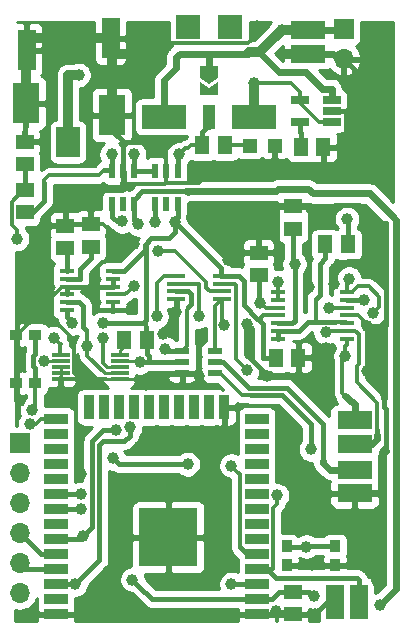
<source format=gbr>
G04 #@! TF.GenerationSoftware,KiCad,Pcbnew,(5.1.0)-1*
G04 #@! TF.CreationDate,2019-05-26T23:58:58+02:00*
G04 #@! TF.ProjectId,UWED,55574544-2e6b-4696-9361-645f70636258,rev?*
G04 #@! TF.SameCoordinates,Original*
G04 #@! TF.FileFunction,Copper,L1,Top*
G04 #@! TF.FilePolarity,Positive*
%FSLAX46Y46*%
G04 Gerber Fmt 4.6, Leading zero omitted, Abs format (unit mm)*
G04 Created by KiCad (PCBNEW (5.1.0)-1) date 2019-05-26 23:58:58*
%MOMM*%
%LPD*%
G04 APERTURE LIST*
%ADD10R,1.560000X0.650000*%
%ADD11C,0.300000*%
%ADD12C,0.100000*%
%ADD13R,1.300000X1.500000*%
%ADD14R,1.500000X0.420000*%
%ADD15R,1.700000X1.700000*%
%ADD16O,1.700000X1.700000*%
%ADD17R,0.900000X1.000000*%
%ADD18R,1.000000X0.900000*%
%ADD19R,5.000000X5.000000*%
%ADD20R,2.000000X0.900000*%
%ADD21R,0.900000X2.000000*%
%ADD22R,1.500000X1.300000*%
%ADD23R,1.200000X1.200000*%
%ADD24R,1.270000X0.419100*%
%ADD25R,0.508000X1.270000*%
%ADD26R,1.270000X0.508000*%
%ADD27R,2.032000X2.032000*%
%ADD28R,3.810000X2.032000*%
%ADD29R,1.016000X2.032000*%
%ADD30R,1.500000X3.000000*%
%ADD31R,3.000000X1.500000*%
%ADD32R,1.500000X0.300000*%
%ADD33R,2.000000X2.500000*%
%ADD34R,1.500000X3.500000*%
%ADD35R,2.300000X3.500000*%
%ADD36C,1.000000*%
%ADD37C,0.601000*%
%ADD38C,0.812800*%
%ADD39C,0.406400*%
%ADD40C,0.609600*%
%ADD41C,0.305000*%
%ADD42C,0.406000*%
%ADD43C,0.304800*%
%ADD44C,0.250000*%
%ADD45C,0.254000*%
G04 APERTURE END LIST*
D10*
X159350000Y-89800000D03*
X159350000Y-88850000D03*
X159350000Y-87900000D03*
X156650000Y-87900000D03*
X156650000Y-89800000D03*
D11*
X148950000Y-85565000D03*
D12*
G36*
X148950000Y-86565000D02*
G01*
X148200000Y-86065000D01*
X148200000Y-85065000D01*
X149700000Y-85065000D01*
X149700000Y-86065000D01*
X148950000Y-86565000D01*
X148950000Y-86565000D01*
G37*
D11*
X148950000Y-87015000D03*
D12*
G36*
X148200000Y-87515000D02*
G01*
X148200000Y-86365000D01*
X148950000Y-86865000D01*
X149700000Y-86365000D01*
X149700000Y-87515000D01*
X148200000Y-87515000D01*
X148200000Y-87515000D01*
G37*
D13*
X158650000Y-91900000D03*
X156750000Y-91900000D03*
D14*
X150089600Y-102814200D03*
X150089600Y-103464200D03*
X150089600Y-104114200D03*
X150089600Y-104764200D03*
X146189600Y-104764200D03*
X146189600Y-104114200D03*
X146189600Y-103464200D03*
X146189600Y-102814200D03*
D15*
X160401000Y-81915000D03*
D16*
X160401000Y-84455000D03*
D17*
X159657000Y-127292000D03*
X159657000Y-125692000D03*
X155557000Y-127292000D03*
X155557000Y-125692000D03*
D18*
X132677000Y-111905000D03*
X134277000Y-111905000D03*
X132677000Y-107805000D03*
X134277000Y-107805000D03*
D15*
X132969000Y-116967000D03*
D16*
X132969000Y-119507000D03*
X132969000Y-122047000D03*
X132969000Y-124587000D03*
X132969000Y-127127000D03*
X132969000Y-129667000D03*
D19*
X145535000Y-124945000D03*
D20*
X136035000Y-114935000D03*
X136035000Y-116205000D03*
X136035000Y-117475000D03*
X136035000Y-118745000D03*
X136035000Y-120015000D03*
X136035000Y-121285000D03*
X136035000Y-122555000D03*
X136035000Y-123825000D03*
X136035000Y-125095000D03*
X136035000Y-126365000D03*
X136035000Y-127635000D03*
X136035000Y-128905000D03*
X136035000Y-130175000D03*
X136035000Y-131445000D03*
X153035000Y-114935000D03*
X153035000Y-116205000D03*
X153035000Y-117475000D03*
X153035000Y-118745000D03*
X153035000Y-120015000D03*
X153035000Y-121285000D03*
X153035000Y-122555000D03*
X153035000Y-123825000D03*
X153035000Y-125095000D03*
X153035000Y-126365000D03*
X153035000Y-127635000D03*
X153035000Y-128905000D03*
X153035000Y-130175000D03*
D21*
X138820000Y-113935000D03*
X140090000Y-113935000D03*
X141360000Y-113935000D03*
X142630000Y-113935000D03*
X143900000Y-113935000D03*
X145170000Y-113935000D03*
X146440000Y-113935000D03*
X147710000Y-113935000D03*
X148980000Y-113935000D03*
X150250000Y-113935000D03*
D20*
X153035000Y-131445000D03*
D22*
X153174600Y-100848200D03*
X153174600Y-102748200D03*
D13*
X160728600Y-100147200D03*
X158828600Y-100147200D03*
D22*
X156095600Y-96911200D03*
X156095600Y-98811200D03*
X138950600Y-98435200D03*
X138950600Y-100335200D03*
X136791600Y-98562200D03*
X136791600Y-100462200D03*
X156083000Y-131440000D03*
X156083000Y-129540000D03*
D13*
X156525000Y-109728000D03*
X154625000Y-109728000D03*
D23*
X152429400Y-91790600D03*
X154529400Y-91790600D03*
D13*
X148414600Y-91765200D03*
X150314600Y-91765200D03*
X141810600Y-108275200D03*
X143710600Y-108275200D03*
D22*
X133362600Y-97414200D03*
X133362600Y-95514200D03*
X133362600Y-93350200D03*
X133362600Y-91450200D03*
D24*
X160662040Y-104211200D03*
X160662040Y-104861200D03*
X160662040Y-105511200D03*
X160662040Y-106161440D03*
X160662040Y-106811681D03*
X160662040Y-107461918D03*
X160662040Y-108112159D03*
X154812041Y-108112400D03*
X154810600Y-107462400D03*
X154810600Y-106812159D03*
X154810600Y-106161918D03*
X154810600Y-105511681D03*
X154810600Y-104861440D03*
X154810600Y-104211200D03*
D25*
X142633600Y-93924200D03*
X141693800Y-93924200D03*
X140754000Y-93924200D03*
X140754000Y-96743600D03*
X141693800Y-96743600D03*
X142633600Y-96743600D03*
X146316600Y-93924200D03*
X145376800Y-93924200D03*
X144437000Y-93924200D03*
X144437000Y-96743600D03*
X145376800Y-96743600D03*
X146316600Y-96743600D03*
D26*
X149517000Y-109164200D03*
X149517000Y-110104000D03*
X149517000Y-111043800D03*
X146697600Y-111043800D03*
X146697600Y-110104000D03*
X146697600Y-109164200D03*
D27*
X147205600Y-81732200D03*
X150761600Y-81732200D03*
D28*
X145173600Y-89352200D03*
X152793600Y-89352200D03*
D29*
X148983600Y-89352200D03*
D30*
X161655000Y-130429000D03*
X159655000Y-130429000D03*
D24*
X140820040Y-102433200D03*
X140820040Y-103083440D03*
X140820040Y-103733681D03*
X140820040Y-104383918D03*
X140820040Y-105034159D03*
X140820040Y-105684400D03*
X136918600Y-105684400D03*
X136918600Y-105034159D03*
X136918600Y-104383918D03*
X136918600Y-103733681D03*
X136918600Y-103083440D03*
X136918600Y-102433200D03*
D31*
X157365600Y-84002200D03*
X157365600Y-82002200D03*
X161302600Y-121213200D03*
X161302600Y-119213200D03*
X161302600Y-115022200D03*
X161302600Y-117022200D03*
D32*
X141410600Y-109545200D03*
X141410600Y-110045200D03*
X141410600Y-110545200D03*
X141410600Y-111045200D03*
X141410600Y-111545200D03*
X136410600Y-111545200D03*
X136410600Y-111045200D03*
X136410600Y-110545200D03*
X136410600Y-110045200D03*
X136410600Y-109545200D03*
D33*
X137045600Y-91492200D03*
D34*
X133545600Y-83692200D03*
X140645600Y-82692200D03*
D35*
X133445600Y-88192200D03*
X140745600Y-89192200D03*
D36*
X142506600Y-81986200D03*
X142379600Y-105608200D03*
X146189600Y-105862200D03*
X158508600Y-97734200D03*
X148163302Y-111297720D03*
X138088200Y-111545200D03*
X155206608Y-84002200D03*
X149225000Y-97028000D03*
X149225000Y-93853000D03*
X135001000Y-98933000D03*
X136271000Y-83439000D03*
X138557000Y-89027000D03*
X154559000Y-93853000D03*
X153035000Y-81661000D03*
X163195000Y-128651000D03*
X133985000Y-131445000D03*
X138176000Y-119568000D03*
X149225000Y-128270000D03*
X142621000Y-100076000D03*
X143637000Y-112014000D03*
X144327800Y-91511200D03*
X138303000Y-131445000D03*
X150749000Y-131445000D03*
X154686000Y-131191000D03*
X141605000Y-131445000D03*
X144272000Y-131445000D03*
X147574000Y-131445000D03*
X152192236Y-106864811D03*
X157462790Y-103759000D03*
X159529924Y-103504572D03*
X162317379Y-107061000D03*
X162326008Y-110871000D03*
X132969000Y-113411000D03*
X133837991Y-106426000D03*
X141034178Y-119949376D03*
X145060602Y-107696000D03*
X150749000Y-99800513D03*
X150603056Y-101505324D03*
X157946011Y-131453129D03*
X158867113Y-108901170D03*
X153923999Y-111251999D03*
X157696000Y-127292000D03*
X156222600Y-101798200D03*
X153273324Y-105128466D03*
X154825600Y-103322200D03*
X141628283Y-98185396D03*
X146443600Y-92527200D03*
X140728600Y-92527200D03*
X142633588Y-92527200D03*
X144411600Y-98242200D03*
X160667600Y-97988200D03*
X163449000Y-130682992D03*
X142494000Y-128524000D03*
X143002000Y-98425000D03*
X157861000Y-129920990D03*
X146062600Y-98242200D03*
X143129000Y-110109012D03*
X139984607Y-106830281D03*
X154738012Y-121400761D03*
X138176000Y-121285000D03*
X145288000Y-108986009D03*
X138176000Y-122555000D03*
X152201071Y-110806121D03*
X137668000Y-128905000D03*
X142268670Y-115640059D03*
X138683302Y-108712797D03*
X138303000Y-124840996D03*
X137396590Y-106807000D03*
X141063565Y-115857439D03*
X139980190Y-108036685D03*
X157225998Y-125729998D03*
X133851559Y-115371607D03*
X150876000Y-128905000D03*
X142621000Y-103631992D03*
X160832599Y-103061702D03*
X162854382Y-105969958D03*
X132727600Y-99664618D03*
X147193000Y-118745000D03*
X140843000Y-118236996D03*
X150876000Y-118872000D03*
X162070220Y-104861200D03*
X157607000Y-117475000D03*
X159105200Y-105511200D03*
X150241000Y-106934000D03*
X148094600Y-106243200D03*
X158854510Y-107589009D03*
X160528000Y-109601000D03*
X144540812Y-106243200D03*
X133985000Y-114173000D03*
X155122800Y-81971779D03*
X144653000Y-100711000D03*
X135018219Y-110043928D03*
X135890004Y-108077000D03*
X137934600Y-85796200D03*
X152793600Y-86499602D03*
D37*
X160401000Y-84455000D02*
X159893000Y-84455000D01*
D38*
X140645600Y-82692200D02*
X133545600Y-82692200D01*
X133545600Y-82692200D02*
X133545600Y-83692200D01*
X133545600Y-83692200D02*
X133445600Y-83692200D01*
X133445600Y-83692200D02*
X133445600Y-88192200D01*
X140645600Y-82692200D02*
X140745600Y-82692200D01*
X140745600Y-82692200D02*
X140745600Y-84018200D01*
X140745600Y-84018200D02*
X140745600Y-89192200D01*
X142506600Y-81986200D02*
X142506600Y-84018200D01*
X142506600Y-84018200D02*
X140745600Y-84018200D01*
D39*
X140820040Y-103083441D02*
X140820040Y-103733682D01*
X140820040Y-103733682D02*
X139204600Y-103733682D01*
X139204600Y-103733682D02*
X136918600Y-103733682D01*
X136918600Y-103733682D02*
X136918600Y-104383919D01*
X140820040Y-105684400D02*
X139280800Y-105684400D01*
X139280800Y-105684400D02*
X139204600Y-105608200D01*
X139204600Y-105608200D02*
X139204600Y-103733682D01*
D40*
X161286600Y-121229200D02*
X161302600Y-121213200D01*
D39*
X133362600Y-91450200D02*
X133362600Y-88275200D01*
X133362600Y-88275200D02*
X133445600Y-88192200D01*
X138950600Y-98435200D02*
X136918600Y-98435200D01*
X136918600Y-98435200D02*
X136791600Y-98562200D01*
X138950600Y-96464200D02*
X139839600Y-95575200D01*
X139839600Y-95575200D02*
X141617600Y-95575200D01*
X141617600Y-95575200D02*
X141744600Y-95448200D01*
X141744600Y-95448200D02*
X141744600Y-93975000D01*
X141744600Y-93975000D02*
X141693800Y-93924200D01*
X146189600Y-104764200D02*
X146189600Y-105862200D01*
X153174600Y-100848200D02*
X154378600Y-100848200D01*
X154378600Y-100848200D02*
X154698600Y-100782200D01*
X154698600Y-100782200D02*
X154698600Y-96845200D01*
X157365600Y-96845200D02*
X157492600Y-97353200D01*
X158127600Y-97353200D02*
X159397600Y-97353200D01*
X159397600Y-97353200D02*
X159651600Y-96845200D01*
X159651600Y-96845200D02*
X161683600Y-96845200D01*
X161683600Y-96845200D02*
X162191600Y-97353200D01*
X162191600Y-97353200D02*
X162191600Y-98242200D01*
X162191600Y-98242200D02*
X162318600Y-98369200D01*
X162318600Y-98369200D02*
X163969600Y-98369200D01*
X156095600Y-96911200D02*
X157299600Y-96911200D01*
X157299600Y-96911200D02*
X157365600Y-96845200D01*
X154698600Y-96845200D02*
X157365600Y-96845200D01*
X157365600Y-96845200D02*
X157365600Y-97226200D01*
X157365600Y-97226200D02*
X157492600Y-97353200D01*
X157492600Y-97353200D02*
X158127600Y-97353200D01*
X158127600Y-97353200D02*
X158508600Y-97734200D01*
D41*
X147909382Y-111043800D02*
X148163302Y-111297720D01*
X146697600Y-111043800D02*
X147909382Y-111043800D01*
D42*
X154927000Y-131252000D02*
X154734000Y-131445000D01*
X156083000Y-131252000D02*
X154927000Y-131252000D01*
X154734000Y-131445000D02*
X153035000Y-131445000D01*
X150250000Y-113935000D02*
X150250000Y-117466000D01*
X145535000Y-122039000D02*
X145535000Y-124945000D01*
X150250000Y-117466000D02*
X150108000Y-117466000D01*
X142629000Y-124945000D02*
X141224000Y-126350000D01*
X145535000Y-124945000D02*
X142629000Y-124945000D01*
X141224000Y-126350000D02*
X141224000Y-129159000D01*
X141224000Y-129159000D02*
X143510000Y-131445000D01*
X138263800Y-111545200D02*
X138088200Y-111545200D01*
D43*
X136410600Y-111545200D02*
X138088200Y-111545200D01*
D42*
X132677000Y-107805000D02*
X132677000Y-111905000D01*
X132677000Y-107805000D02*
X132677000Y-107607000D01*
D38*
X157365600Y-84002200D02*
X155206608Y-84002200D01*
D37*
X159440200Y-84002200D02*
X157365600Y-84002200D01*
X159893000Y-84455000D02*
X159440200Y-84002200D01*
D39*
X140820040Y-105684400D02*
X142303400Y-105684400D01*
X142303400Y-105684400D02*
X142379600Y-105608200D01*
X163969600Y-98369200D02*
X163969600Y-101587400D01*
X163969600Y-101587400D02*
X163969600Y-106116200D01*
D41*
X141693800Y-94864200D02*
X141825600Y-94996000D01*
X141693800Y-93924200D02*
X141693800Y-94864200D01*
X145376800Y-94864200D02*
X145376800Y-93924200D01*
X145245000Y-94996000D02*
X145376800Y-94864200D01*
X141825600Y-94996000D02*
X145245000Y-94996000D01*
X136791600Y-98562200D02*
X135371800Y-98562200D01*
X135371800Y-98562200D02*
X135001000Y-98933000D01*
X133545600Y-83692200D02*
X136017800Y-83692200D01*
X136017800Y-83692200D02*
X136271000Y-83439000D01*
X140745600Y-89192200D02*
X138722200Y-89192200D01*
X138722200Y-89192200D02*
X138557000Y-89027000D01*
X154529400Y-91790600D02*
X154529400Y-93823400D01*
X154529400Y-93823400D02*
X154559000Y-93853000D01*
X136035000Y-131445000D02*
X133985000Y-131445000D01*
D42*
X146296500Y-121277500D02*
X145535000Y-122039000D01*
X150108000Y-117466000D02*
X146296500Y-121277500D01*
X145535000Y-127851000D02*
X145542000Y-127858000D01*
X145535000Y-124945000D02*
X145535000Y-127851000D01*
X145542000Y-127858000D02*
X145542000Y-128778000D01*
X145542000Y-128778000D02*
X148717000Y-128778000D01*
X148717000Y-128778000D02*
X149225000Y-128270000D01*
D41*
X142240000Y-99695000D02*
X142621000Y-100076000D01*
X141265400Y-99695000D02*
X142240000Y-99695000D01*
X138950600Y-98435200D02*
X140005600Y-98435200D01*
X140005600Y-98435200D02*
X141265400Y-99695000D01*
X143168200Y-111545200D02*
X143637000Y-112014000D01*
X140820040Y-105034159D02*
X140820040Y-105684400D01*
X145376800Y-92560200D02*
X144327800Y-91511200D01*
X145376800Y-93924200D02*
X145376800Y-92560200D01*
X136035000Y-131445000D02*
X138303000Y-131445000D01*
X153035000Y-131445000D02*
X150749000Y-131445000D01*
X153035000Y-131445000D02*
X154432000Y-131445000D01*
X154432000Y-131445000D02*
X154686000Y-131191000D01*
X138303000Y-131445000D02*
X141605000Y-131445000D01*
D42*
X143510000Y-131445000D02*
X141605000Y-131445000D01*
D41*
X141605000Y-131445000D02*
X144272000Y-131445000D01*
D42*
X143510000Y-131445000D02*
X144272000Y-131445000D01*
D41*
X144272000Y-131445000D02*
X147574000Y-131445000D01*
D42*
X147574000Y-131445000D02*
X150749000Y-131445000D01*
D41*
X148722001Y-94355999D02*
X149225000Y-93853000D01*
X148100011Y-94977989D02*
X148722001Y-94355999D01*
X145245000Y-94996000D02*
X145263011Y-94977989D01*
X145263011Y-94977989D02*
X148100011Y-94977989D01*
D39*
X140745600Y-90512200D02*
X140745600Y-89192200D01*
X141744600Y-91511200D02*
X140745600Y-90512200D01*
X144327800Y-91511200D02*
X141744600Y-91511200D01*
X141693800Y-93924200D02*
X141693800Y-91562000D01*
X141693800Y-91562000D02*
X141744600Y-91511200D01*
D41*
X138950600Y-96464200D02*
X138950600Y-98435200D01*
X163969600Y-101587400D02*
X160735747Y-101587400D01*
X159529924Y-102793223D02*
X159529924Y-103504572D01*
X160735747Y-101587400D02*
X159529924Y-102793223D01*
D42*
X163969600Y-106984622D02*
X163832311Y-107121911D01*
X163969600Y-106116200D02*
X163969600Y-106984622D01*
X163771400Y-107061000D02*
X163832311Y-107121911D01*
X163405800Y-107061000D02*
X163771400Y-107061000D01*
D41*
X160662040Y-106161440D02*
X161602040Y-106161440D01*
D39*
X163405800Y-107061000D02*
X162317379Y-107061000D01*
D41*
X162317379Y-106876779D02*
X162317379Y-107061000D01*
X161602040Y-106161440D02*
X162317379Y-106876779D01*
D42*
X163832311Y-113921311D02*
X163980309Y-114069309D01*
X163832311Y-113159311D02*
X163832311Y-113921311D01*
X163980309Y-114069309D02*
X163980309Y-117625309D01*
D40*
X163832311Y-113159311D02*
X163832311Y-107121911D01*
D41*
X162317379Y-107061000D02*
X162317379Y-110862371D01*
X163832311Y-113159311D02*
X163832311Y-112377303D01*
X162317379Y-110862371D02*
X162326008Y-110871000D01*
X158775830Y-108901170D02*
X158867113Y-108901170D01*
X163832311Y-112377303D02*
X162829007Y-111373999D01*
X162829007Y-111373999D02*
X162326008Y-110871000D01*
D40*
X163576000Y-121049400D02*
X163576000Y-118029618D01*
X163412200Y-121213200D02*
X163576000Y-121049400D01*
X161302600Y-121213200D02*
X163412200Y-121213200D01*
X163576000Y-118029618D02*
X163980309Y-117625309D01*
D42*
X132677000Y-113119000D02*
X132969000Y-113411000D01*
X132677000Y-111905000D02*
X132677000Y-113119000D01*
D41*
X133837991Y-106694009D02*
X133837991Y-106426000D01*
X136918600Y-103733681D02*
X136493150Y-103733681D01*
X136493150Y-103733681D02*
X133837991Y-106388840D01*
X134549340Y-106426000D02*
X133837991Y-106426000D01*
X138088200Y-111545200D02*
X137585201Y-111042201D01*
X137585201Y-108248201D02*
X135763000Y-106426000D01*
X133837991Y-106388840D02*
X133837991Y-106426000D01*
X132677000Y-107805000D02*
X132727000Y-107805000D01*
X135763000Y-106426000D02*
X134549340Y-106426000D01*
X132727000Y-107805000D02*
X133837991Y-106694009D01*
X137585201Y-111042201D02*
X137585201Y-108248201D01*
D43*
X138263800Y-111545200D02*
X140247200Y-111545200D01*
D41*
X142708800Y-111545200D02*
X143168200Y-111545200D01*
X144968376Y-119949376D02*
X141745527Y-119949376D01*
X146296500Y-121277500D02*
X144968376Y-119949376D01*
X141745527Y-119949376D02*
X141034178Y-119949376D01*
X152279572Y-83127777D02*
X153035000Y-82372349D01*
X153035000Y-82372349D02*
X153035000Y-81661000D01*
X143648177Y-83127777D02*
X152279572Y-83127777D01*
X142506600Y-81986200D02*
X143648177Y-83127777D01*
D44*
X136410600Y-110545200D02*
X136410600Y-111045200D01*
X136410600Y-111045200D02*
X136410600Y-111545200D01*
X141410600Y-111545200D02*
X140247200Y-111545200D01*
X141410600Y-111545200D02*
X142708800Y-111545200D01*
D41*
X146189600Y-105862200D02*
X146189600Y-106567002D01*
X146189600Y-106567002D02*
X145060602Y-107696000D01*
X151796687Y-100848200D02*
X151248999Y-100300512D01*
D37*
X150749000Y-98552000D02*
X150749000Y-99093407D01*
D42*
X150603056Y-101505324D02*
X150603056Y-99946457D01*
D41*
X151248999Y-100300512D02*
X150749000Y-99800513D01*
D37*
X150749000Y-99093407D02*
X150749000Y-99800513D01*
D42*
X150603056Y-99946457D02*
X150749000Y-99800513D01*
D37*
X149225000Y-97028000D02*
X150749000Y-98552000D01*
D41*
X153174600Y-100848200D02*
X151796687Y-100848200D01*
D42*
X157744882Y-131252000D02*
X157946011Y-131453129D01*
X158446010Y-130953130D02*
X157946011Y-131453129D01*
X159655000Y-130429000D02*
X158970140Y-130429000D01*
X157546000Y-131252000D02*
X157744882Y-131252000D01*
X158970140Y-130429000D02*
X158446010Y-130953130D01*
X152192236Y-109520236D02*
X153424000Y-110752000D01*
X153424000Y-110752000D02*
X153923999Y-111251999D01*
X152192236Y-106864811D02*
X152192236Y-109520236D01*
X154128414Y-111047584D02*
X153923999Y-111251999D01*
X158040283Y-109728000D02*
X158867113Y-108901170D01*
X156525000Y-109728000D02*
X158040283Y-109728000D01*
X155557000Y-127292000D02*
X157696000Y-127292000D01*
X157696000Y-127292000D02*
X159657000Y-127292000D01*
X160536000Y-88850000D02*
X159350000Y-88850000D01*
X161250999Y-88135001D02*
X160536000Y-88850000D01*
X160401000Y-84455000D02*
X161250999Y-85304999D01*
X161250999Y-85304999D02*
X161250999Y-88135001D01*
X159706000Y-91900000D02*
X158650000Y-91900000D01*
X160536000Y-91070000D02*
X159706000Y-91900000D01*
X160536000Y-88850000D02*
X160536000Y-91070000D01*
D39*
X154812040Y-108112400D02*
X154812040Y-107463841D01*
X154812040Y-107463841D02*
X154810600Y-107462400D01*
D43*
X159651600Y-106751200D02*
X160601559Y-106751200D01*
X160601559Y-106751200D02*
X160662040Y-106811682D01*
D39*
X157350401Y-106682599D02*
X158069201Y-106682599D01*
X154810600Y-107462400D02*
X156570600Y-107462400D01*
X156570600Y-107462400D02*
X157350401Y-106682599D01*
D41*
X158000600Y-106613998D02*
X158069201Y-106682599D01*
X158000600Y-104762400D02*
X158000600Y-106613998D01*
D39*
X158369000Y-104394000D02*
X158000600Y-104762400D01*
X158369000Y-101763200D02*
X158369000Y-104394000D01*
X158828600Y-100147200D02*
X158828600Y-101303600D01*
X158828600Y-101303600D02*
X158369000Y-101763200D01*
X159582999Y-106682599D02*
X159651600Y-106751200D01*
X158069201Y-106682599D02*
X159582999Y-106682599D01*
X154810600Y-106812160D02*
X156034640Y-106812160D01*
X156034640Y-106812160D02*
X156222600Y-106624200D01*
X156222600Y-106624200D02*
X156222600Y-101798200D01*
X156095600Y-98811200D02*
X156095600Y-101671200D01*
X156095600Y-101671200D02*
X156222600Y-101798200D01*
D43*
X154810600Y-105511682D02*
X153771692Y-105511682D01*
D39*
X153174600Y-102748200D02*
X153174600Y-105029742D01*
X153174600Y-105029742D02*
X153273324Y-105128466D01*
D43*
X153771692Y-105511682D02*
X153388476Y-105128466D01*
X153388476Y-105128466D02*
X153273324Y-105128466D01*
X154810600Y-104211200D02*
X154810600Y-104861441D01*
X154810600Y-104211200D02*
X154810600Y-103337200D01*
X154810600Y-103337200D02*
X154825600Y-103322200D01*
D42*
X138089559Y-102194441D02*
X138950600Y-101333400D01*
X138089559Y-103083441D02*
X138089559Y-102194441D01*
D39*
X138950600Y-101333400D02*
X138950600Y-100335200D01*
X136918600Y-103083441D02*
X138089559Y-103083441D01*
X140754000Y-96743600D02*
X140754000Y-97785000D01*
X140754000Y-97785000D02*
X141154396Y-98185396D01*
X141154396Y-98185396D02*
X141628283Y-98185396D01*
X146443600Y-92527200D02*
X146316600Y-92527200D01*
X146316600Y-92527200D02*
X146316600Y-93924200D01*
X140754000Y-93924200D02*
X140728600Y-93924200D01*
X140728600Y-93924200D02*
X140728600Y-92527200D01*
X144437000Y-93924200D02*
X142633600Y-93924200D01*
X140682800Y-93853000D02*
X140754000Y-93924200D01*
X133362600Y-97414200D02*
X134063600Y-97414200D01*
X134063600Y-97414200D02*
X135013600Y-96464200D01*
X135013600Y-96464200D02*
X135013600Y-94983400D01*
X140081000Y-93853000D02*
X140682800Y-93853000D01*
D41*
X139636500Y-94297500D02*
X140081000Y-93853000D01*
X135445500Y-94297500D02*
X139636500Y-94297500D01*
X135013600Y-94983400D02*
X135013600Y-94729400D01*
X135013600Y-94729400D02*
X135445500Y-94297500D01*
X146946799Y-92024001D02*
X146443600Y-92527200D01*
X146946799Y-92014399D02*
X146946799Y-92024001D01*
X147210401Y-92014399D02*
X146946799Y-92014399D01*
X147459600Y-91765200D02*
X147210401Y-92014399D01*
X148414600Y-91765200D02*
X147459600Y-91765200D01*
D39*
X142633600Y-93924200D02*
X142633600Y-92527212D01*
X142633600Y-92527212D02*
X142633588Y-92527200D01*
D42*
X148983600Y-89352200D02*
X148983600Y-90186400D01*
X148414600Y-90609200D02*
X148414600Y-91765200D01*
X148837400Y-90186400D02*
X148414600Y-90609200D01*
X148983600Y-90186400D02*
X148837400Y-90186400D01*
D39*
X144437000Y-96743600D02*
X144411600Y-96743600D01*
X144411600Y-96743600D02*
X144411600Y-98242200D01*
X160728600Y-100147200D02*
X160728600Y-98049200D01*
X160728600Y-98049200D02*
X160667600Y-97988200D01*
D43*
X150314600Y-91765200D02*
X152429400Y-91765200D01*
X152429400Y-91765200D02*
X152429400Y-91790600D01*
D37*
X163952007Y-130179993D02*
X164350600Y-129781400D01*
X163951999Y-130179993D02*
X163952007Y-130179993D01*
X163449000Y-130682992D02*
X163951999Y-130179993D01*
D42*
X153035000Y-130175000D02*
X144145000Y-130175000D01*
X144145000Y-130175000D02*
X142996999Y-129026999D01*
X142996999Y-129026999D02*
X142494000Y-128524000D01*
D39*
X147193000Y-95758000D02*
X147066000Y-95631000D01*
X142633600Y-96743600D02*
X142633600Y-98056600D01*
X142633600Y-98056600D02*
X143002000Y-98425000D01*
X142633600Y-96362600D02*
X142633600Y-96743600D01*
X143337491Y-95658709D02*
X142633600Y-96362600D01*
X147066000Y-95631000D02*
X147038291Y-95658709D01*
X147038291Y-95658709D02*
X143337491Y-95658709D01*
D37*
X154642800Y-95631000D02*
X147066000Y-95631000D01*
X154825600Y-95448200D02*
X154642800Y-95631000D01*
D40*
X157746600Y-95829200D02*
X157365600Y-95448200D01*
X157365600Y-95448200D02*
X154825600Y-95448200D01*
X162572600Y-95829200D02*
X157746600Y-95829200D01*
X164789918Y-98046518D02*
X162572600Y-95829200D01*
X164350600Y-129781400D02*
X164789918Y-129342082D01*
X164789918Y-129342082D02*
X164789918Y-98046518D01*
D42*
X154305000Y-130175000D02*
X153035000Y-130175000D01*
X154940000Y-129540000D02*
X154305000Y-130175000D01*
X156083000Y-129540000D02*
X154940000Y-129540000D01*
X156083000Y-129540000D02*
X157480010Y-129540000D01*
X157861000Y-129920990D02*
X157480010Y-129540000D01*
D39*
X146316600Y-96743600D02*
X146316600Y-97861200D01*
X146316600Y-97861200D02*
X146062600Y-98242200D01*
X144030600Y-99639200D02*
X145554600Y-99639200D01*
X145554600Y-99639200D02*
X146062600Y-99131200D01*
X146062600Y-99131200D02*
X146062600Y-99004200D01*
X146062600Y-99004200D02*
X146062600Y-98242200D01*
D43*
X143710600Y-108275200D02*
X143583600Y-108021200D01*
X143583600Y-108021200D02*
X143583600Y-108595200D01*
D39*
X143710600Y-108275200D02*
X143583600Y-106624200D01*
X143583600Y-100213200D02*
X144030600Y-99639200D01*
D42*
X143896000Y-110104000D02*
X146697600Y-110104000D01*
X143896000Y-109616600D02*
X143896000Y-110104000D01*
X143710600Y-109431200D02*
X143896000Y-109616600D01*
X143710600Y-108275200D02*
X143710600Y-109431200D01*
X140820040Y-102433200D02*
X141803200Y-102433200D01*
X143583600Y-100652800D02*
X143583600Y-100213200D01*
X141803200Y-102433200D02*
X143583600Y-100652800D01*
D39*
X143634402Y-100264002D02*
X143583600Y-100213200D01*
X143634402Y-106573398D02*
X143634402Y-100264002D01*
X143583600Y-106624200D02*
X143634402Y-106573398D01*
D41*
X153578282Y-106161918D02*
X153301600Y-106438600D01*
X154810600Y-106161918D02*
X153578282Y-106161918D01*
D39*
X151904600Y-103238400D02*
X151480400Y-102814200D01*
X151904600Y-105295600D02*
X151904600Y-103238400D01*
X153301600Y-106438600D02*
X153047600Y-106438600D01*
X151480400Y-102814200D02*
X150089600Y-102814200D01*
X153047600Y-106438600D02*
X151904600Y-105295600D01*
D42*
X143896000Y-110104000D02*
X143890988Y-110109012D01*
X143840349Y-110109012D02*
X143129000Y-110109012D01*
X143890988Y-110109012D02*
X143840349Y-110109012D01*
D39*
X140696239Y-106830281D02*
X139984607Y-106830281D01*
X143377519Y-106830281D02*
X140696239Y-106830281D01*
X143583600Y-106624200D02*
X143377519Y-106830281D01*
X153301600Y-106624200D02*
X153301600Y-106438600D01*
X153543000Y-106865600D02*
X153301600Y-106624200D01*
X153543000Y-108897600D02*
X153543000Y-106865600D01*
D44*
X143065188Y-110045200D02*
X143129000Y-110109012D01*
X141410600Y-110045200D02*
X143065188Y-110045200D01*
D39*
X149987000Y-102166600D02*
X146062600Y-98242200D01*
X149987000Y-102801600D02*
X149987000Y-102166600D01*
X150089600Y-102814200D02*
X149999600Y-102814200D01*
X149999600Y-102814200D02*
X149987000Y-102801600D01*
D42*
X153543000Y-109702000D02*
X153543000Y-108897600D01*
X153569000Y-109728000D02*
X153543000Y-109702000D01*
X154625000Y-109728000D02*
X153569000Y-109728000D01*
D41*
X154738012Y-122112110D02*
X154738012Y-121400761D01*
D42*
X161655000Y-128523000D02*
X161655000Y-130429000D01*
X161529000Y-128397000D02*
X161655000Y-128523000D01*
X154686000Y-128397000D02*
X161529000Y-128397000D01*
X153035000Y-127635000D02*
X153924000Y-127635000D01*
X153924000Y-127635000D02*
X154686000Y-128397000D01*
D41*
X154340000Y-127635000D02*
X153035000Y-127635000D01*
X154387501Y-127587499D02*
X154340000Y-127635000D01*
X154387501Y-122458378D02*
X154387501Y-127587499D01*
X154738012Y-122107867D02*
X154387501Y-122458378D01*
X154738012Y-121400761D02*
X154738012Y-122107867D01*
D39*
X146189600Y-104114200D02*
X147235600Y-104114200D01*
X147235600Y-104114200D02*
X147459600Y-104338200D01*
X147459600Y-104338200D02*
X147459600Y-105227200D01*
X147459600Y-105227200D02*
X147205600Y-105481200D01*
D43*
X147205600Y-105481200D02*
X147205600Y-105608200D01*
X147205600Y-105608200D02*
X147078600Y-105735200D01*
X147078600Y-105735200D02*
X147078600Y-108783200D01*
X147078600Y-108783200D02*
X146697600Y-109164200D01*
D42*
X138176000Y-121285000D02*
X136035000Y-121285000D01*
X146697600Y-109164200D02*
X145466191Y-109164200D01*
X145466191Y-109164200D02*
X145288000Y-108986009D01*
X138176000Y-122555000D02*
X136035000Y-122555000D01*
D43*
X151269600Y-109874650D02*
X151701072Y-110306122D01*
X151701072Y-110306122D02*
X152201071Y-110806121D01*
X151144400Y-103464200D02*
X151269600Y-103589400D01*
X151269600Y-103589400D02*
X151269600Y-109874650D01*
X150089600Y-103464200D02*
X151144400Y-103464200D01*
D42*
X136035000Y-128905000D02*
X137668000Y-128905000D01*
D39*
X138303000Y-107149996D02*
X138554402Y-107401398D01*
X137995559Y-105034160D02*
X138303000Y-105341601D01*
X138303000Y-105341601D02*
X138303000Y-107149996D01*
X136918600Y-105034160D02*
X137995559Y-105034160D01*
D42*
X140014588Y-116811874D02*
X141808204Y-116811874D01*
X139702998Y-126870002D02*
X139702998Y-117123464D01*
X139702998Y-117123464D02*
X140014588Y-116811874D01*
X142268670Y-116351408D02*
X142268670Y-115640059D01*
X141808204Y-116811874D02*
X142268670Y-116351408D01*
X137668000Y-128905000D02*
X139702998Y-126870002D01*
D41*
X138683302Y-109587093D02*
X138683302Y-109424146D01*
X138554402Y-107401398D02*
X138683302Y-107530298D01*
X138683302Y-108001448D02*
X138683302Y-108712797D01*
X138683302Y-109424146D02*
X138683302Y-108712797D01*
X140136499Y-111040290D02*
X138683302Y-109587093D01*
X138683302Y-107530298D02*
X138683302Y-108001448D01*
D44*
X140141409Y-111045200D02*
X140136499Y-111040290D01*
X141410600Y-111045200D02*
X140141409Y-111045200D01*
D42*
X136035000Y-125095000D02*
X138048996Y-125095000D01*
X138048996Y-125095000D02*
X138303000Y-124840996D01*
D39*
X136918600Y-106329010D02*
X137396590Y-106807000D01*
X136918600Y-105684400D02*
X136918600Y-106329010D01*
D42*
X138303000Y-124840996D02*
X139096987Y-124047009D01*
X140352216Y-115857439D02*
X141063565Y-115857439D01*
X139096987Y-116763636D02*
X140003184Y-115857439D01*
X139096987Y-124047009D02*
X139096987Y-116763636D01*
X140003184Y-115857439D02*
X140352216Y-115857439D01*
D41*
X139980190Y-108748317D02*
X139980190Y-108036685D01*
X139980190Y-110169790D02*
X139980190Y-108748317D01*
X140355600Y-110545200D02*
X139980190Y-110169790D01*
D44*
X141410600Y-110545200D02*
X140355600Y-110545200D01*
D42*
X159657000Y-125692000D02*
X157263996Y-125692000D01*
X157263996Y-125692000D02*
X157225998Y-125729998D01*
X155594998Y-125729998D02*
X155557000Y-125692000D01*
X157225998Y-125729998D02*
X155594998Y-125729998D01*
X134747000Y-126365000D02*
X132969000Y-124587000D01*
X136035000Y-126365000D02*
X134747000Y-126365000D01*
X133477000Y-127635000D02*
X132969000Y-127127000D01*
X136035000Y-127635000D02*
X133477000Y-127635000D01*
D41*
X136035000Y-114935000D02*
X134730000Y-114935000D01*
X134293393Y-115371607D02*
X133851559Y-115371607D01*
X134730000Y-114935000D02*
X134293393Y-115371607D01*
D42*
X150876000Y-128905000D02*
X153035000Y-128905000D01*
D43*
X141869073Y-104383919D02*
X142117801Y-104135191D01*
X140820040Y-104383919D02*
X141869073Y-104383919D01*
X142117801Y-104135191D02*
X142621000Y-103631992D01*
X160662040Y-103232261D02*
X160832599Y-103061702D01*
X160662040Y-104211200D02*
X160662040Y-103232261D01*
D41*
X163357381Y-104556381D02*
X163357381Y-105466959D01*
X163357381Y-105466959D02*
X162854382Y-105969958D01*
X160662040Y-104211200D02*
X161087490Y-104211200D01*
X162497650Y-103696650D02*
X163357381Y-104556381D01*
X161602040Y-103696650D02*
X162497650Y-103696650D01*
X161087490Y-104211200D02*
X161602040Y-103696650D01*
D39*
X133362600Y-93350200D02*
X133362600Y-94432200D01*
X133362600Y-94432200D02*
X133362600Y-95514200D01*
D42*
X153035000Y-126365000D02*
X152165598Y-126365000D01*
D41*
X132727600Y-98952986D02*
X132727600Y-99664618D01*
X132260099Y-98485485D02*
X132727600Y-98952986D01*
X132260099Y-96516701D02*
X132260099Y-98485485D01*
X133262600Y-95514200D02*
X132260099Y-96516701D01*
X133362600Y-95514200D02*
X133262600Y-95514200D01*
D42*
X141345999Y-118739995D02*
X140843000Y-118236996D01*
X141351004Y-118745000D02*
X141345999Y-118739995D01*
X147193000Y-118745000D02*
X141351004Y-118745000D01*
X152165598Y-126365000D02*
X151584299Y-125783701D01*
D41*
X151584299Y-119580299D02*
X151375999Y-119371999D01*
X151375999Y-119371999D02*
X150876000Y-118872000D01*
X151584299Y-125783701D02*
X151584299Y-119580299D01*
D39*
X160662040Y-104861200D02*
X162070220Y-104861200D01*
D42*
X152523100Y-112899100D02*
X155190100Y-112899100D01*
X155190100Y-112899100D02*
X157607000Y-115316000D01*
X157607000Y-115316000D02*
X157607000Y-117475000D01*
D43*
X151753300Y-112899100D02*
X152523100Y-112899100D01*
X149517000Y-111043800D02*
X149898000Y-111043800D01*
X149898000Y-111043800D02*
X151753300Y-112899100D01*
X149517000Y-109164200D02*
X149517000Y-105336800D01*
X149517000Y-105336800D02*
X150089600Y-104764200D01*
X160662040Y-105511200D02*
X159105200Y-105511200D01*
X150089600Y-104764200D02*
X150089600Y-106782600D01*
X150089600Y-106782600D02*
X150241000Y-106934000D01*
X148094600Y-103464200D02*
X148094600Y-106243200D01*
X146189600Y-103464200D02*
X148094600Y-103464200D01*
D41*
X162052600Y-117022200D02*
X161302600Y-117022200D01*
D37*
X161302600Y-117022200D02*
X162758800Y-117022200D01*
X163195000Y-116586000D02*
X163195000Y-116244702D01*
X162758800Y-117022200D02*
X163195000Y-116586000D01*
D42*
X163195000Y-115879800D02*
X163195000Y-116586000D01*
D41*
X160662040Y-107461918D02*
X158981601Y-107461918D01*
X158981601Y-107461918D02*
X158854510Y-107589009D01*
X163195000Y-113538000D02*
X163195000Y-115879800D01*
X161470498Y-111813498D02*
X163195000Y-113538000D01*
X161470498Y-110469958D02*
X161470498Y-111813498D01*
X161671000Y-110269456D02*
X161470498Y-110469958D01*
X161671000Y-107758586D02*
X161671000Y-110269456D01*
X161374332Y-107461918D02*
X161671000Y-107758586D01*
X160662040Y-107461918D02*
X161374332Y-107461918D01*
D39*
X161302600Y-115022200D02*
X161243367Y-113711633D01*
D41*
X160662040Y-108626709D02*
X160528000Y-108760749D01*
X160662040Y-108112159D02*
X160662040Y-108626709D01*
X160528000Y-108760749D02*
X160528000Y-109601000D01*
D37*
X161152533Y-113521133D02*
X161052867Y-113521133D01*
X161302600Y-113671200D02*
X161152533Y-113521133D01*
X161302600Y-115022200D02*
X161302600Y-113671200D01*
D41*
X161052867Y-113521133D02*
X161243367Y-113711633D01*
D37*
X161052867Y-113521133D02*
X160528000Y-112996266D01*
D43*
X146189600Y-102814200D02*
X145134800Y-102814200D01*
X145134800Y-102814200D02*
X144540812Y-103408188D01*
X144540812Y-103408188D02*
X144540812Y-105531568D01*
X144540812Y-105531568D02*
X144540812Y-106243200D01*
D41*
X160274000Y-112742266D02*
X160528000Y-112996266D01*
X160528000Y-109601000D02*
X160274000Y-109855000D01*
X160274000Y-109855000D02*
X160274000Y-112742266D01*
D42*
X158643790Y-118470210D02*
X158623000Y-118449420D01*
X158623000Y-118449420D02*
X158623000Y-115316000D01*
X155575000Y-112268000D02*
X158623000Y-115316000D01*
D37*
X158623000Y-118634600D02*
X158623000Y-118449420D01*
X159201600Y-119213200D02*
X158623000Y-118634600D01*
X161302600Y-119213200D02*
X159201600Y-119213200D01*
D39*
X155575000Y-112268000D02*
X155560799Y-112282201D01*
X150162212Y-110104000D02*
X149517000Y-110104000D01*
X155560799Y-112282201D02*
X152340413Y-112282201D01*
X152340413Y-112282201D02*
X150162212Y-110104000D01*
D41*
X134277000Y-111905000D02*
X134277000Y-113881000D01*
X134277000Y-113881000D02*
X133985000Y-114173000D01*
D42*
X134277000Y-110635568D02*
X134277000Y-111905000D01*
X134112009Y-110470577D02*
X134277000Y-110635568D01*
X134112009Y-109619823D02*
X134112009Y-110470577D01*
X134277000Y-109454832D02*
X134112009Y-109619823D01*
X134277000Y-107805000D02*
X134277000Y-109454832D01*
D37*
X160313800Y-82002200D02*
X160401000Y-81915000D01*
X157365600Y-82002200D02*
X160313800Y-82002200D01*
D38*
X155834149Y-81971779D02*
X155122800Y-81971779D01*
X157365600Y-82002200D02*
X157335179Y-81971779D01*
X157335179Y-81971779D02*
X155834149Y-81971779D01*
X154619801Y-82474778D02*
X155122800Y-81971779D01*
X153207891Y-83886688D02*
X154619801Y-82474778D01*
X152362724Y-83886688D02*
X153207891Y-83886688D01*
D37*
X159350000Y-86974000D02*
X159336000Y-86960000D01*
X159350000Y-87900000D02*
X159350000Y-86974000D01*
X159336000Y-86960000D02*
X158560000Y-86960000D01*
X158560000Y-86960000D02*
X157150000Y-85550000D01*
X154871203Y-85550000D02*
X153207891Y-83886688D01*
X157150000Y-85550000D02*
X154871203Y-85550000D01*
D44*
X141810600Y-108760400D02*
X141410600Y-109160400D01*
X141810600Y-108275200D02*
X141810600Y-108760400D01*
X141410600Y-109160400D02*
X141410600Y-109545200D01*
D43*
X145364632Y-100711000D02*
X144653000Y-100711000D01*
X149034800Y-104114200D02*
X148729600Y-103809000D01*
X148729600Y-103313968D02*
X146126632Y-100711000D01*
X146126632Y-100711000D02*
X145364632Y-100711000D01*
X148729600Y-103809000D02*
X148729600Y-103313968D01*
X150089600Y-104114200D02*
X149034800Y-104114200D01*
D44*
X135019491Y-110045200D02*
X135018219Y-110043928D01*
X136410600Y-110045200D02*
X135019491Y-110045200D01*
D43*
X136410600Y-108597596D02*
X136393203Y-108580199D01*
X136393203Y-108580199D02*
X135890004Y-108077000D01*
D41*
X136393203Y-109527803D02*
X136405690Y-109540290D01*
X136393203Y-108580199D02*
X136393203Y-109527803D01*
D39*
X145173600Y-89352200D02*
X146443600Y-89352200D01*
D37*
X145173600Y-86256400D02*
X145173600Y-89352200D01*
X146190000Y-85240000D02*
X145173600Y-86256400D01*
X146190000Y-85240000D02*
X146190000Y-84280000D01*
X152259922Y-83989490D02*
X152362724Y-83886688D01*
X146190000Y-84280000D02*
X146480510Y-83989490D01*
X148950000Y-84220000D02*
X148950000Y-85565000D01*
X148719490Y-83989490D02*
X148950000Y-84220000D01*
X146480510Y-83989490D02*
X148719490Y-83989490D01*
X148719490Y-83989490D02*
X152259922Y-83989490D01*
D39*
X136918600Y-102433200D02*
X136918600Y-100589200D01*
X136918600Y-100589200D02*
X136791600Y-100462200D01*
D38*
X137045600Y-91492200D02*
X137045600Y-85796200D01*
X137045600Y-85796200D02*
X137934600Y-85796200D01*
X152793600Y-89352200D02*
X152793600Y-86499602D01*
D41*
X156650000Y-87270000D02*
X156650000Y-87900000D01*
X155879602Y-86499602D02*
X156650000Y-87270000D01*
X152793600Y-86499602D02*
X155879602Y-86499602D01*
X156650000Y-87900000D02*
X156650000Y-88185000D01*
X156650000Y-88185000D02*
X158265000Y-89800000D01*
X158265000Y-89800000D02*
X159350000Y-89800000D01*
D42*
X156750000Y-90731000D02*
X156750000Y-91900000D01*
X156650000Y-89800000D02*
X156650000Y-90631000D01*
X156650000Y-90631000D02*
X156750000Y-90731000D01*
D45*
G36*
X151450517Y-113630082D02*
G01*
X151598943Y-113675106D01*
X151714627Y-113686500D01*
X151714636Y-113686500D01*
X151753299Y-113690308D01*
X151791962Y-113686500D01*
X152231992Y-113686500D01*
X152358823Y-113724974D01*
X152481939Y-113737100D01*
X154842990Y-113737100D01*
X156769000Y-115663111D01*
X156769001Y-116707867D01*
X156725388Y-116751480D01*
X156601176Y-116937376D01*
X156515617Y-117143933D01*
X156472000Y-117363212D01*
X156472000Y-117586788D01*
X156515617Y-117806067D01*
X156601176Y-118012624D01*
X156725388Y-118198520D01*
X156883480Y-118356612D01*
X157069376Y-118480824D01*
X157275933Y-118566383D01*
X157495212Y-118610000D01*
X157685397Y-118610000D01*
X157682974Y-118634600D01*
X157687500Y-118680552D01*
X157687500Y-118680553D01*
X157701036Y-118817989D01*
X157754529Y-118994331D01*
X157773493Y-119029810D01*
X157841397Y-119156850D01*
X157887330Y-119212819D01*
X157958301Y-119299299D01*
X157994002Y-119328598D01*
X158507599Y-119842194D01*
X158536901Y-119877899D01*
X158640841Y-119963200D01*
X158679349Y-119994803D01*
X158745101Y-120029948D01*
X158841868Y-120081671D01*
X159018210Y-120135164D01*
X159155646Y-120148700D01*
X159155648Y-120148700D01*
X159196519Y-120152726D01*
X159213098Y-120207380D01*
X159216209Y-120213200D01*
X159213098Y-120219020D01*
X159176788Y-120338718D01*
X159164528Y-120463200D01*
X159167600Y-120927450D01*
X159326350Y-121086200D01*
X161175600Y-121086200D01*
X161175600Y-121066200D01*
X161429600Y-121066200D01*
X161429600Y-121086200D01*
X163278850Y-121086200D01*
X163437600Y-120927450D01*
X163440672Y-120463200D01*
X163428412Y-120338718D01*
X163392102Y-120219020D01*
X163388991Y-120213200D01*
X163392102Y-120207380D01*
X163428412Y-120087682D01*
X163440672Y-119963200D01*
X163440672Y-118463200D01*
X163428412Y-118338718D01*
X163392102Y-118219020D01*
X163337944Y-118117700D01*
X163392102Y-118016380D01*
X163428412Y-117896682D01*
X163440672Y-117772200D01*
X163440672Y-117665973D01*
X163452798Y-117651198D01*
X163823995Y-117280000D01*
X163850118Y-117258561D01*
X163850118Y-128952806D01*
X163653417Y-129149507D01*
X163625588Y-129183416D01*
X163323045Y-129485959D01*
X163287300Y-129515294D01*
X163258002Y-129550994D01*
X163242081Y-129566915D01*
X163117933Y-129591609D01*
X163043072Y-129622618D01*
X163043072Y-128929000D01*
X163030812Y-128804518D01*
X162994502Y-128684820D01*
X162935537Y-128574506D01*
X162856185Y-128477815D01*
X162759494Y-128398463D01*
X162649180Y-128339498D01*
X162529482Y-128303188D01*
X162462012Y-128296543D01*
X162432956Y-128200760D01*
X162355142Y-128055180D01*
X162250422Y-127927578D01*
X162218447Y-127901337D01*
X162150664Y-127833554D01*
X162124422Y-127801578D01*
X161996820Y-127696858D01*
X161851240Y-127619044D01*
X161693277Y-127571126D01*
X161570161Y-127559000D01*
X161570150Y-127559000D01*
X161529000Y-127554947D01*
X161487850Y-127559000D01*
X160723250Y-127559000D01*
X160583250Y-127419000D01*
X159784000Y-127419000D01*
X159784000Y-127439000D01*
X159530000Y-127439000D01*
X159530000Y-127419000D01*
X158730750Y-127419000D01*
X158590750Y-127559000D01*
X156623250Y-127559000D01*
X156483250Y-127419000D01*
X155684000Y-127419000D01*
X155684000Y-127439000D01*
X155430000Y-127439000D01*
X155430000Y-127419000D01*
X155410000Y-127419000D01*
X155410000Y-127165000D01*
X155430000Y-127165000D01*
X155430000Y-127145000D01*
X155684000Y-127145000D01*
X155684000Y-127165000D01*
X156483250Y-127165000D01*
X156642000Y-127006250D01*
X156645072Y-126792000D01*
X156636099Y-126700893D01*
X156688374Y-126735822D01*
X156894931Y-126821381D01*
X157114210Y-126864998D01*
X157337786Y-126864998D01*
X157557065Y-126821381D01*
X157763622Y-126735822D01*
X157949518Y-126611610D01*
X158031128Y-126530000D01*
X158627023Y-126530000D01*
X158617498Y-126547820D01*
X158581188Y-126667518D01*
X158568928Y-126792000D01*
X158572000Y-127006250D01*
X158730750Y-127165000D01*
X159530000Y-127165000D01*
X159530000Y-127145000D01*
X159784000Y-127145000D01*
X159784000Y-127165000D01*
X160583250Y-127165000D01*
X160742000Y-127006250D01*
X160745072Y-126792000D01*
X160732812Y-126667518D01*
X160696502Y-126547820D01*
X160666665Y-126492000D01*
X160696502Y-126436180D01*
X160732812Y-126316482D01*
X160745072Y-126192000D01*
X160745072Y-125192000D01*
X160732812Y-125067518D01*
X160696502Y-124947820D01*
X160637537Y-124837506D01*
X160558185Y-124740815D01*
X160461494Y-124661463D01*
X160351180Y-124602498D01*
X160231482Y-124566188D01*
X160107000Y-124553928D01*
X159207000Y-124553928D01*
X159082518Y-124566188D01*
X158962820Y-124602498D01*
X158852506Y-124661463D01*
X158755815Y-124740815D01*
X158676463Y-124837506D01*
X158667647Y-124854000D01*
X157955132Y-124854000D01*
X157949518Y-124848386D01*
X157763622Y-124724174D01*
X157557065Y-124638615D01*
X157337786Y-124594998D01*
X157114210Y-124594998D01*
X156894931Y-124638615D01*
X156688374Y-124724174D01*
X156530887Y-124829403D01*
X156458185Y-124740815D01*
X156361494Y-124661463D01*
X156251180Y-124602498D01*
X156131482Y-124566188D01*
X156007000Y-124553928D01*
X155175001Y-124553928D01*
X155175001Y-122784570D01*
X155243838Y-122715733D01*
X155297553Y-122671651D01*
X155395962Y-122551738D01*
X155469087Y-122414931D01*
X155514117Y-122266487D01*
X155518126Y-122225779D01*
X155619624Y-122124281D01*
X155727255Y-121963200D01*
X159164528Y-121963200D01*
X159176788Y-122087682D01*
X159213098Y-122207380D01*
X159272063Y-122317694D01*
X159351415Y-122414385D01*
X159448106Y-122493737D01*
X159558420Y-122552702D01*
X159678118Y-122589012D01*
X159802600Y-122601272D01*
X161016850Y-122598200D01*
X161175600Y-122439450D01*
X161175600Y-121340200D01*
X161429600Y-121340200D01*
X161429600Y-122439450D01*
X161588350Y-122598200D01*
X162802600Y-122601272D01*
X162927082Y-122589012D01*
X163046780Y-122552702D01*
X163157094Y-122493737D01*
X163253785Y-122414385D01*
X163333137Y-122317694D01*
X163392102Y-122207380D01*
X163428412Y-122087682D01*
X163440672Y-121963200D01*
X163437600Y-121498950D01*
X163278850Y-121340200D01*
X161429600Y-121340200D01*
X161175600Y-121340200D01*
X159326350Y-121340200D01*
X159167600Y-121498950D01*
X159164528Y-121963200D01*
X155727255Y-121963200D01*
X155743836Y-121938385D01*
X155829395Y-121731828D01*
X155873012Y-121512549D01*
X155873012Y-121288973D01*
X155829395Y-121069694D01*
X155743836Y-120863137D01*
X155619624Y-120677241D01*
X155461532Y-120519149D01*
X155275636Y-120394937D01*
X155069079Y-120309378D01*
X154849800Y-120265761D01*
X154673072Y-120265761D01*
X154673072Y-119565000D01*
X154660812Y-119440518D01*
X154642454Y-119380000D01*
X154660812Y-119319482D01*
X154673072Y-119195000D01*
X154673072Y-118295000D01*
X154660812Y-118170518D01*
X154642454Y-118110000D01*
X154660812Y-118049482D01*
X154673072Y-117925000D01*
X154673072Y-117025000D01*
X154660812Y-116900518D01*
X154642454Y-116840000D01*
X154660812Y-116779482D01*
X154673072Y-116655000D01*
X154673072Y-115755000D01*
X154660812Y-115630518D01*
X154642454Y-115570000D01*
X154660812Y-115509482D01*
X154673072Y-115385000D01*
X154673072Y-114485000D01*
X154660812Y-114360518D01*
X154624502Y-114240820D01*
X154565537Y-114130506D01*
X154486185Y-114033815D01*
X154389494Y-113954463D01*
X154279180Y-113895498D01*
X154159482Y-113859188D01*
X154035000Y-113846928D01*
X152035000Y-113846928D01*
X151910518Y-113859188D01*
X151790820Y-113895498D01*
X151680506Y-113954463D01*
X151583815Y-114033815D01*
X151504463Y-114130506D01*
X151445498Y-114240820D01*
X151409188Y-114360518D01*
X151396928Y-114485000D01*
X151396928Y-115385000D01*
X151409188Y-115509482D01*
X151427546Y-115570000D01*
X151409188Y-115630518D01*
X151396928Y-115755000D01*
X151396928Y-116655000D01*
X151409188Y-116779482D01*
X151427546Y-116840000D01*
X151409188Y-116900518D01*
X151396928Y-117025000D01*
X151396928Y-117859260D01*
X151207067Y-117780617D01*
X150987788Y-117737000D01*
X150764212Y-117737000D01*
X150544933Y-117780617D01*
X150338376Y-117866176D01*
X150152480Y-117990388D01*
X149994388Y-118148480D01*
X149870176Y-118334376D01*
X149784617Y-118540933D01*
X149741000Y-118760212D01*
X149741000Y-118983788D01*
X149784617Y-119203067D01*
X149870176Y-119409624D01*
X149994388Y-119595520D01*
X150152480Y-119753612D01*
X150338376Y-119877824D01*
X150544933Y-119963383D01*
X150764212Y-120007000D01*
X150796800Y-120007000D01*
X150796799Y-125492925D01*
X150758426Y-125619425D01*
X150742246Y-125783701D01*
X150758426Y-125947977D01*
X150806343Y-126105940D01*
X150884157Y-126251520D01*
X150962639Y-126347151D01*
X151396928Y-126781441D01*
X151396928Y-126815000D01*
X151409188Y-126939482D01*
X151427546Y-127000000D01*
X151409188Y-127060518D01*
X151396928Y-127185000D01*
X151396928Y-127892260D01*
X151207067Y-127813617D01*
X150987788Y-127770000D01*
X150764212Y-127770000D01*
X150544933Y-127813617D01*
X150338376Y-127899176D01*
X150152480Y-128023388D01*
X149994388Y-128181480D01*
X149870176Y-128367376D01*
X149784617Y-128573933D01*
X149741000Y-128793212D01*
X149741000Y-129016788D01*
X149784617Y-129236067D01*
X149826425Y-129337000D01*
X144492110Y-129337000D01*
X143629000Y-128473890D01*
X143629000Y-128412212D01*
X143585383Y-128192933D01*
X143539587Y-128082372D01*
X145249250Y-128080000D01*
X145408000Y-127921250D01*
X145408000Y-125072000D01*
X145662000Y-125072000D01*
X145662000Y-127921250D01*
X145820750Y-128080000D01*
X148035000Y-128083072D01*
X148159482Y-128070812D01*
X148279180Y-128034502D01*
X148389494Y-127975537D01*
X148486185Y-127896185D01*
X148565537Y-127799494D01*
X148624502Y-127689180D01*
X148660812Y-127569482D01*
X148673072Y-127445000D01*
X148670000Y-125230750D01*
X148511250Y-125072000D01*
X145662000Y-125072000D01*
X145408000Y-125072000D01*
X142558750Y-125072000D01*
X142400000Y-125230750D01*
X142397006Y-127389000D01*
X142382212Y-127389000D01*
X142162933Y-127432617D01*
X141956376Y-127518176D01*
X141770480Y-127642388D01*
X141612388Y-127800480D01*
X141488176Y-127986376D01*
X141402617Y-128192933D01*
X141359000Y-128412212D01*
X141359000Y-128635788D01*
X141402617Y-128855067D01*
X141488176Y-129061624D01*
X141612388Y-129247520D01*
X141770480Y-129405612D01*
X141956376Y-129529824D01*
X142162933Y-129615383D01*
X142382212Y-129659000D01*
X142443890Y-129659000D01*
X143523336Y-130738446D01*
X143549578Y-130770422D01*
X143666506Y-130866382D01*
X143677180Y-130875142D01*
X143822760Y-130952956D01*
X143980723Y-131000874D01*
X144145000Y-131017054D01*
X144186160Y-131013000D01*
X151397265Y-131013000D01*
X151400000Y-131159250D01*
X151558750Y-131318000D01*
X152908000Y-131318000D01*
X152908000Y-131298000D01*
X153162000Y-131298000D01*
X153162000Y-131318000D01*
X154511250Y-131318000D01*
X154670000Y-131159250D01*
X154673072Y-130995000D01*
X154666846Y-130931786D01*
X154695992Y-130916207D01*
X154698000Y-131154250D01*
X154856750Y-131313000D01*
X155956000Y-131313000D01*
X155956000Y-131293000D01*
X156210000Y-131293000D01*
X156210000Y-131313000D01*
X157309250Y-131313000D01*
X157468000Y-131154250D01*
X157469408Y-130987303D01*
X157529933Y-131012373D01*
X157749212Y-131055990D01*
X157972788Y-131055990D01*
X158192067Y-131012373D01*
X158269328Y-130980370D01*
X158266928Y-131929000D01*
X158279188Y-132053482D01*
X158279224Y-132053600D01*
X157470765Y-132053600D01*
X157468000Y-131725750D01*
X157309250Y-131567000D01*
X156210000Y-131567000D01*
X156210000Y-131587000D01*
X155956000Y-131587000D01*
X155956000Y-131567000D01*
X154856750Y-131567000D01*
X154698000Y-131725750D01*
X154695235Y-132053600D01*
X154650462Y-132053600D01*
X154660812Y-132019482D01*
X154673072Y-131895000D01*
X154670000Y-131730750D01*
X154511250Y-131572000D01*
X153162000Y-131572000D01*
X153162000Y-131592000D01*
X152908000Y-131592000D01*
X152908000Y-131572000D01*
X151558750Y-131572000D01*
X151400000Y-131730750D01*
X151396928Y-131895000D01*
X151409188Y-132019482D01*
X151419538Y-132053600D01*
X137650462Y-132053600D01*
X137660812Y-132019482D01*
X137673072Y-131895000D01*
X137670000Y-131730750D01*
X137511250Y-131572000D01*
X136162000Y-131572000D01*
X136162000Y-131592000D01*
X135908000Y-131592000D01*
X135908000Y-131572000D01*
X134558750Y-131572000D01*
X134400000Y-131730750D01*
X134396928Y-131895000D01*
X134409188Y-132019482D01*
X134419538Y-132053600D01*
X132588383Y-132053600D01*
X132590745Y-131104078D01*
X132677889Y-131130513D01*
X132896050Y-131152000D01*
X133041950Y-131152000D01*
X133260111Y-131130513D01*
X133540034Y-131045599D01*
X133798014Y-130907706D01*
X134024134Y-130722134D01*
X134209706Y-130496014D01*
X134347599Y-130238034D01*
X134396928Y-130075419D01*
X134396928Y-130625000D01*
X134409188Y-130749482D01*
X134427546Y-130810000D01*
X134409188Y-130870518D01*
X134396928Y-130995000D01*
X134400000Y-131159250D01*
X134558750Y-131318000D01*
X135908000Y-131318000D01*
X135908000Y-131298000D01*
X136162000Y-131298000D01*
X136162000Y-131318000D01*
X137511250Y-131318000D01*
X137670000Y-131159250D01*
X137673072Y-130995000D01*
X137660812Y-130870518D01*
X137642454Y-130810000D01*
X137660812Y-130749482D01*
X137673072Y-130625000D01*
X137673072Y-130040000D01*
X137779788Y-130040000D01*
X137999067Y-129996383D01*
X138205624Y-129910824D01*
X138391520Y-129786612D01*
X138549612Y-129628520D01*
X138673824Y-129442624D01*
X138759383Y-129236067D01*
X138803000Y-129016788D01*
X138803000Y-128955110D01*
X140266451Y-127491660D01*
X140298420Y-127465424D01*
X140403140Y-127337822D01*
X140480954Y-127192242D01*
X140528872Y-127034279D01*
X140540998Y-126911163D01*
X140540998Y-126911162D01*
X140545052Y-126870002D01*
X140540998Y-126828842D01*
X140540998Y-122445000D01*
X142396928Y-122445000D01*
X142400000Y-124659250D01*
X142558750Y-124818000D01*
X145408000Y-124818000D01*
X145408000Y-121968750D01*
X145662000Y-121968750D01*
X145662000Y-124818000D01*
X148511250Y-124818000D01*
X148670000Y-124659250D01*
X148673072Y-122445000D01*
X148660812Y-122320518D01*
X148624502Y-122200820D01*
X148565537Y-122090506D01*
X148486185Y-121993815D01*
X148389494Y-121914463D01*
X148279180Y-121855498D01*
X148159482Y-121819188D01*
X148035000Y-121806928D01*
X145820750Y-121810000D01*
X145662000Y-121968750D01*
X145408000Y-121968750D01*
X145249250Y-121810000D01*
X143035000Y-121806928D01*
X142910518Y-121819188D01*
X142790820Y-121855498D01*
X142680506Y-121914463D01*
X142583815Y-121993815D01*
X142504463Y-122090506D01*
X142445498Y-122200820D01*
X142409188Y-122320518D01*
X142396928Y-122445000D01*
X140540998Y-122445000D01*
X140540998Y-119334160D01*
X140731212Y-119371996D01*
X140794055Y-119371996D01*
X140883184Y-119445142D01*
X141028764Y-119522956D01*
X141186727Y-119570874D01*
X141309843Y-119583000D01*
X141309853Y-119583000D01*
X141351003Y-119587053D01*
X141392153Y-119583000D01*
X146425868Y-119583000D01*
X146469480Y-119626612D01*
X146655376Y-119750824D01*
X146861933Y-119836383D01*
X147081212Y-119880000D01*
X147304788Y-119880000D01*
X147524067Y-119836383D01*
X147730624Y-119750824D01*
X147916520Y-119626612D01*
X148074612Y-119468520D01*
X148198824Y-119282624D01*
X148284383Y-119076067D01*
X148328000Y-118856788D01*
X148328000Y-118633212D01*
X148284383Y-118413933D01*
X148198824Y-118207376D01*
X148074612Y-118021480D01*
X147916520Y-117863388D01*
X147730624Y-117739176D01*
X147524067Y-117653617D01*
X147304788Y-117610000D01*
X147081212Y-117610000D01*
X146861933Y-117653617D01*
X146655376Y-117739176D01*
X146469480Y-117863388D01*
X146425868Y-117907000D01*
X141934596Y-117907000D01*
X141934383Y-117905929D01*
X141848824Y-117699372D01*
X141817825Y-117652979D01*
X141849354Y-117649874D01*
X141849365Y-117649874D01*
X141972481Y-117637748D01*
X142130444Y-117589830D01*
X142276024Y-117512016D01*
X142403626Y-117407296D01*
X142429868Y-117375320D01*
X142832117Y-116973071D01*
X142864092Y-116946830D01*
X142968812Y-116819228D01*
X143046626Y-116673648D01*
X143094544Y-116515685D01*
X143105073Y-116408788D01*
X143150282Y-116363579D01*
X143274494Y-116177683D01*
X143360053Y-115971126D01*
X143403670Y-115751847D01*
X143403670Y-115568509D01*
X143450000Y-115573072D01*
X144350000Y-115573072D01*
X144474482Y-115560812D01*
X144535000Y-115542454D01*
X144595518Y-115560812D01*
X144720000Y-115573072D01*
X145620000Y-115573072D01*
X145744482Y-115560812D01*
X145805000Y-115542454D01*
X145865518Y-115560812D01*
X145990000Y-115573072D01*
X146890000Y-115573072D01*
X147014482Y-115560812D01*
X147075000Y-115542454D01*
X147135518Y-115560812D01*
X147260000Y-115573072D01*
X148160000Y-115573072D01*
X148284482Y-115560812D01*
X148345000Y-115542454D01*
X148405518Y-115560812D01*
X148530000Y-115573072D01*
X149430000Y-115573072D01*
X149554482Y-115560812D01*
X149615000Y-115542454D01*
X149675518Y-115560812D01*
X149800000Y-115573072D01*
X149964250Y-115570000D01*
X150123000Y-115411250D01*
X150123000Y-114062000D01*
X150377000Y-114062000D01*
X150377000Y-115411250D01*
X150535750Y-115570000D01*
X150700000Y-115573072D01*
X150824482Y-115560812D01*
X150944180Y-115524502D01*
X151054494Y-115465537D01*
X151151185Y-115386185D01*
X151230537Y-115289494D01*
X151289502Y-115179180D01*
X151325812Y-115059482D01*
X151338072Y-114935000D01*
X151335000Y-114220750D01*
X151176250Y-114062000D01*
X150377000Y-114062000D01*
X150123000Y-114062000D01*
X150103000Y-114062000D01*
X150103000Y-113808000D01*
X150123000Y-113808000D01*
X150123000Y-113788000D01*
X150377000Y-113788000D01*
X150377000Y-113808000D01*
X151176250Y-113808000D01*
X151335000Y-113649250D01*
X151335347Y-113568522D01*
X151450517Y-113630082D01*
X151450517Y-113630082D01*
G37*
X151450517Y-113630082D02*
X151598943Y-113675106D01*
X151714627Y-113686500D01*
X151714636Y-113686500D01*
X151753299Y-113690308D01*
X151791962Y-113686500D01*
X152231992Y-113686500D01*
X152358823Y-113724974D01*
X152481939Y-113737100D01*
X154842990Y-113737100D01*
X156769000Y-115663111D01*
X156769001Y-116707867D01*
X156725388Y-116751480D01*
X156601176Y-116937376D01*
X156515617Y-117143933D01*
X156472000Y-117363212D01*
X156472000Y-117586788D01*
X156515617Y-117806067D01*
X156601176Y-118012624D01*
X156725388Y-118198520D01*
X156883480Y-118356612D01*
X157069376Y-118480824D01*
X157275933Y-118566383D01*
X157495212Y-118610000D01*
X157685397Y-118610000D01*
X157682974Y-118634600D01*
X157687500Y-118680552D01*
X157687500Y-118680553D01*
X157701036Y-118817989D01*
X157754529Y-118994331D01*
X157773493Y-119029810D01*
X157841397Y-119156850D01*
X157887330Y-119212819D01*
X157958301Y-119299299D01*
X157994002Y-119328598D01*
X158507599Y-119842194D01*
X158536901Y-119877899D01*
X158640841Y-119963200D01*
X158679349Y-119994803D01*
X158745101Y-120029948D01*
X158841868Y-120081671D01*
X159018210Y-120135164D01*
X159155646Y-120148700D01*
X159155648Y-120148700D01*
X159196519Y-120152726D01*
X159213098Y-120207380D01*
X159216209Y-120213200D01*
X159213098Y-120219020D01*
X159176788Y-120338718D01*
X159164528Y-120463200D01*
X159167600Y-120927450D01*
X159326350Y-121086200D01*
X161175600Y-121086200D01*
X161175600Y-121066200D01*
X161429600Y-121066200D01*
X161429600Y-121086200D01*
X163278850Y-121086200D01*
X163437600Y-120927450D01*
X163440672Y-120463200D01*
X163428412Y-120338718D01*
X163392102Y-120219020D01*
X163388991Y-120213200D01*
X163392102Y-120207380D01*
X163428412Y-120087682D01*
X163440672Y-119963200D01*
X163440672Y-118463200D01*
X163428412Y-118338718D01*
X163392102Y-118219020D01*
X163337944Y-118117700D01*
X163392102Y-118016380D01*
X163428412Y-117896682D01*
X163440672Y-117772200D01*
X163440672Y-117665973D01*
X163452798Y-117651198D01*
X163823995Y-117280000D01*
X163850118Y-117258561D01*
X163850118Y-128952806D01*
X163653417Y-129149507D01*
X163625588Y-129183416D01*
X163323045Y-129485959D01*
X163287300Y-129515294D01*
X163258002Y-129550994D01*
X163242081Y-129566915D01*
X163117933Y-129591609D01*
X163043072Y-129622618D01*
X163043072Y-128929000D01*
X163030812Y-128804518D01*
X162994502Y-128684820D01*
X162935537Y-128574506D01*
X162856185Y-128477815D01*
X162759494Y-128398463D01*
X162649180Y-128339498D01*
X162529482Y-128303188D01*
X162462012Y-128296543D01*
X162432956Y-128200760D01*
X162355142Y-128055180D01*
X162250422Y-127927578D01*
X162218447Y-127901337D01*
X162150664Y-127833554D01*
X162124422Y-127801578D01*
X161996820Y-127696858D01*
X161851240Y-127619044D01*
X161693277Y-127571126D01*
X161570161Y-127559000D01*
X161570150Y-127559000D01*
X161529000Y-127554947D01*
X161487850Y-127559000D01*
X160723250Y-127559000D01*
X160583250Y-127419000D01*
X159784000Y-127419000D01*
X159784000Y-127439000D01*
X159530000Y-127439000D01*
X159530000Y-127419000D01*
X158730750Y-127419000D01*
X158590750Y-127559000D01*
X156623250Y-127559000D01*
X156483250Y-127419000D01*
X155684000Y-127419000D01*
X155684000Y-127439000D01*
X155430000Y-127439000D01*
X155430000Y-127419000D01*
X155410000Y-127419000D01*
X155410000Y-127165000D01*
X155430000Y-127165000D01*
X155430000Y-127145000D01*
X155684000Y-127145000D01*
X155684000Y-127165000D01*
X156483250Y-127165000D01*
X156642000Y-127006250D01*
X156645072Y-126792000D01*
X156636099Y-126700893D01*
X156688374Y-126735822D01*
X156894931Y-126821381D01*
X157114210Y-126864998D01*
X157337786Y-126864998D01*
X157557065Y-126821381D01*
X157763622Y-126735822D01*
X157949518Y-126611610D01*
X158031128Y-126530000D01*
X158627023Y-126530000D01*
X158617498Y-126547820D01*
X158581188Y-126667518D01*
X158568928Y-126792000D01*
X158572000Y-127006250D01*
X158730750Y-127165000D01*
X159530000Y-127165000D01*
X159530000Y-127145000D01*
X159784000Y-127145000D01*
X159784000Y-127165000D01*
X160583250Y-127165000D01*
X160742000Y-127006250D01*
X160745072Y-126792000D01*
X160732812Y-126667518D01*
X160696502Y-126547820D01*
X160666665Y-126492000D01*
X160696502Y-126436180D01*
X160732812Y-126316482D01*
X160745072Y-126192000D01*
X160745072Y-125192000D01*
X160732812Y-125067518D01*
X160696502Y-124947820D01*
X160637537Y-124837506D01*
X160558185Y-124740815D01*
X160461494Y-124661463D01*
X160351180Y-124602498D01*
X160231482Y-124566188D01*
X160107000Y-124553928D01*
X159207000Y-124553928D01*
X159082518Y-124566188D01*
X158962820Y-124602498D01*
X158852506Y-124661463D01*
X158755815Y-124740815D01*
X158676463Y-124837506D01*
X158667647Y-124854000D01*
X157955132Y-124854000D01*
X157949518Y-124848386D01*
X157763622Y-124724174D01*
X157557065Y-124638615D01*
X157337786Y-124594998D01*
X157114210Y-124594998D01*
X156894931Y-124638615D01*
X156688374Y-124724174D01*
X156530887Y-124829403D01*
X156458185Y-124740815D01*
X156361494Y-124661463D01*
X156251180Y-124602498D01*
X156131482Y-124566188D01*
X156007000Y-124553928D01*
X155175001Y-124553928D01*
X155175001Y-122784570D01*
X155243838Y-122715733D01*
X155297553Y-122671651D01*
X155395962Y-122551738D01*
X155469087Y-122414931D01*
X155514117Y-122266487D01*
X155518126Y-122225779D01*
X155619624Y-122124281D01*
X155727255Y-121963200D01*
X159164528Y-121963200D01*
X159176788Y-122087682D01*
X159213098Y-122207380D01*
X159272063Y-122317694D01*
X159351415Y-122414385D01*
X159448106Y-122493737D01*
X159558420Y-122552702D01*
X159678118Y-122589012D01*
X159802600Y-122601272D01*
X161016850Y-122598200D01*
X161175600Y-122439450D01*
X161175600Y-121340200D01*
X161429600Y-121340200D01*
X161429600Y-122439450D01*
X161588350Y-122598200D01*
X162802600Y-122601272D01*
X162927082Y-122589012D01*
X163046780Y-122552702D01*
X163157094Y-122493737D01*
X163253785Y-122414385D01*
X163333137Y-122317694D01*
X163392102Y-122207380D01*
X163428412Y-122087682D01*
X163440672Y-121963200D01*
X163437600Y-121498950D01*
X163278850Y-121340200D01*
X161429600Y-121340200D01*
X161175600Y-121340200D01*
X159326350Y-121340200D01*
X159167600Y-121498950D01*
X159164528Y-121963200D01*
X155727255Y-121963200D01*
X155743836Y-121938385D01*
X155829395Y-121731828D01*
X155873012Y-121512549D01*
X155873012Y-121288973D01*
X155829395Y-121069694D01*
X155743836Y-120863137D01*
X155619624Y-120677241D01*
X155461532Y-120519149D01*
X155275636Y-120394937D01*
X155069079Y-120309378D01*
X154849800Y-120265761D01*
X154673072Y-120265761D01*
X154673072Y-119565000D01*
X154660812Y-119440518D01*
X154642454Y-119380000D01*
X154660812Y-119319482D01*
X154673072Y-119195000D01*
X154673072Y-118295000D01*
X154660812Y-118170518D01*
X154642454Y-118110000D01*
X154660812Y-118049482D01*
X154673072Y-117925000D01*
X154673072Y-117025000D01*
X154660812Y-116900518D01*
X154642454Y-116840000D01*
X154660812Y-116779482D01*
X154673072Y-116655000D01*
X154673072Y-115755000D01*
X154660812Y-115630518D01*
X154642454Y-115570000D01*
X154660812Y-115509482D01*
X154673072Y-115385000D01*
X154673072Y-114485000D01*
X154660812Y-114360518D01*
X154624502Y-114240820D01*
X154565537Y-114130506D01*
X154486185Y-114033815D01*
X154389494Y-113954463D01*
X154279180Y-113895498D01*
X154159482Y-113859188D01*
X154035000Y-113846928D01*
X152035000Y-113846928D01*
X151910518Y-113859188D01*
X151790820Y-113895498D01*
X151680506Y-113954463D01*
X151583815Y-114033815D01*
X151504463Y-114130506D01*
X151445498Y-114240820D01*
X151409188Y-114360518D01*
X151396928Y-114485000D01*
X151396928Y-115385000D01*
X151409188Y-115509482D01*
X151427546Y-115570000D01*
X151409188Y-115630518D01*
X151396928Y-115755000D01*
X151396928Y-116655000D01*
X151409188Y-116779482D01*
X151427546Y-116840000D01*
X151409188Y-116900518D01*
X151396928Y-117025000D01*
X151396928Y-117859260D01*
X151207067Y-117780617D01*
X150987788Y-117737000D01*
X150764212Y-117737000D01*
X150544933Y-117780617D01*
X150338376Y-117866176D01*
X150152480Y-117990388D01*
X149994388Y-118148480D01*
X149870176Y-118334376D01*
X149784617Y-118540933D01*
X149741000Y-118760212D01*
X149741000Y-118983788D01*
X149784617Y-119203067D01*
X149870176Y-119409624D01*
X149994388Y-119595520D01*
X150152480Y-119753612D01*
X150338376Y-119877824D01*
X150544933Y-119963383D01*
X150764212Y-120007000D01*
X150796800Y-120007000D01*
X150796799Y-125492925D01*
X150758426Y-125619425D01*
X150742246Y-125783701D01*
X150758426Y-125947977D01*
X150806343Y-126105940D01*
X150884157Y-126251520D01*
X150962639Y-126347151D01*
X151396928Y-126781441D01*
X151396928Y-126815000D01*
X151409188Y-126939482D01*
X151427546Y-127000000D01*
X151409188Y-127060518D01*
X151396928Y-127185000D01*
X151396928Y-127892260D01*
X151207067Y-127813617D01*
X150987788Y-127770000D01*
X150764212Y-127770000D01*
X150544933Y-127813617D01*
X150338376Y-127899176D01*
X150152480Y-128023388D01*
X149994388Y-128181480D01*
X149870176Y-128367376D01*
X149784617Y-128573933D01*
X149741000Y-128793212D01*
X149741000Y-129016788D01*
X149784617Y-129236067D01*
X149826425Y-129337000D01*
X144492110Y-129337000D01*
X143629000Y-128473890D01*
X143629000Y-128412212D01*
X143585383Y-128192933D01*
X143539587Y-128082372D01*
X145249250Y-128080000D01*
X145408000Y-127921250D01*
X145408000Y-125072000D01*
X145662000Y-125072000D01*
X145662000Y-127921250D01*
X145820750Y-128080000D01*
X148035000Y-128083072D01*
X148159482Y-128070812D01*
X148279180Y-128034502D01*
X148389494Y-127975537D01*
X148486185Y-127896185D01*
X148565537Y-127799494D01*
X148624502Y-127689180D01*
X148660812Y-127569482D01*
X148673072Y-127445000D01*
X148670000Y-125230750D01*
X148511250Y-125072000D01*
X145662000Y-125072000D01*
X145408000Y-125072000D01*
X142558750Y-125072000D01*
X142400000Y-125230750D01*
X142397006Y-127389000D01*
X142382212Y-127389000D01*
X142162933Y-127432617D01*
X141956376Y-127518176D01*
X141770480Y-127642388D01*
X141612388Y-127800480D01*
X141488176Y-127986376D01*
X141402617Y-128192933D01*
X141359000Y-128412212D01*
X141359000Y-128635788D01*
X141402617Y-128855067D01*
X141488176Y-129061624D01*
X141612388Y-129247520D01*
X141770480Y-129405612D01*
X141956376Y-129529824D01*
X142162933Y-129615383D01*
X142382212Y-129659000D01*
X142443890Y-129659000D01*
X143523336Y-130738446D01*
X143549578Y-130770422D01*
X143666506Y-130866382D01*
X143677180Y-130875142D01*
X143822760Y-130952956D01*
X143980723Y-131000874D01*
X144145000Y-131017054D01*
X144186160Y-131013000D01*
X151397265Y-131013000D01*
X151400000Y-131159250D01*
X151558750Y-131318000D01*
X152908000Y-131318000D01*
X152908000Y-131298000D01*
X153162000Y-131298000D01*
X153162000Y-131318000D01*
X154511250Y-131318000D01*
X154670000Y-131159250D01*
X154673072Y-130995000D01*
X154666846Y-130931786D01*
X154695992Y-130916207D01*
X154698000Y-131154250D01*
X154856750Y-131313000D01*
X155956000Y-131313000D01*
X155956000Y-131293000D01*
X156210000Y-131293000D01*
X156210000Y-131313000D01*
X157309250Y-131313000D01*
X157468000Y-131154250D01*
X157469408Y-130987303D01*
X157529933Y-131012373D01*
X157749212Y-131055990D01*
X157972788Y-131055990D01*
X158192067Y-131012373D01*
X158269328Y-130980370D01*
X158266928Y-131929000D01*
X158279188Y-132053482D01*
X158279224Y-132053600D01*
X157470765Y-132053600D01*
X157468000Y-131725750D01*
X157309250Y-131567000D01*
X156210000Y-131567000D01*
X156210000Y-131587000D01*
X155956000Y-131587000D01*
X155956000Y-131567000D01*
X154856750Y-131567000D01*
X154698000Y-131725750D01*
X154695235Y-132053600D01*
X154650462Y-132053600D01*
X154660812Y-132019482D01*
X154673072Y-131895000D01*
X154670000Y-131730750D01*
X154511250Y-131572000D01*
X153162000Y-131572000D01*
X153162000Y-131592000D01*
X152908000Y-131592000D01*
X152908000Y-131572000D01*
X151558750Y-131572000D01*
X151400000Y-131730750D01*
X151396928Y-131895000D01*
X151409188Y-132019482D01*
X151419538Y-132053600D01*
X137650462Y-132053600D01*
X137660812Y-132019482D01*
X137673072Y-131895000D01*
X137670000Y-131730750D01*
X137511250Y-131572000D01*
X136162000Y-131572000D01*
X136162000Y-131592000D01*
X135908000Y-131592000D01*
X135908000Y-131572000D01*
X134558750Y-131572000D01*
X134400000Y-131730750D01*
X134396928Y-131895000D01*
X134409188Y-132019482D01*
X134419538Y-132053600D01*
X132588383Y-132053600D01*
X132590745Y-131104078D01*
X132677889Y-131130513D01*
X132896050Y-131152000D01*
X133041950Y-131152000D01*
X133260111Y-131130513D01*
X133540034Y-131045599D01*
X133798014Y-130907706D01*
X134024134Y-130722134D01*
X134209706Y-130496014D01*
X134347599Y-130238034D01*
X134396928Y-130075419D01*
X134396928Y-130625000D01*
X134409188Y-130749482D01*
X134427546Y-130810000D01*
X134409188Y-130870518D01*
X134396928Y-130995000D01*
X134400000Y-131159250D01*
X134558750Y-131318000D01*
X135908000Y-131318000D01*
X135908000Y-131298000D01*
X136162000Y-131298000D01*
X136162000Y-131318000D01*
X137511250Y-131318000D01*
X137670000Y-131159250D01*
X137673072Y-130995000D01*
X137660812Y-130870518D01*
X137642454Y-130810000D01*
X137660812Y-130749482D01*
X137673072Y-130625000D01*
X137673072Y-130040000D01*
X137779788Y-130040000D01*
X137999067Y-129996383D01*
X138205624Y-129910824D01*
X138391520Y-129786612D01*
X138549612Y-129628520D01*
X138673824Y-129442624D01*
X138759383Y-129236067D01*
X138803000Y-129016788D01*
X138803000Y-128955110D01*
X140266451Y-127491660D01*
X140298420Y-127465424D01*
X140403140Y-127337822D01*
X140480954Y-127192242D01*
X140528872Y-127034279D01*
X140540998Y-126911163D01*
X140540998Y-126911162D01*
X140545052Y-126870002D01*
X140540998Y-126828842D01*
X140540998Y-122445000D01*
X142396928Y-122445000D01*
X142400000Y-124659250D01*
X142558750Y-124818000D01*
X145408000Y-124818000D01*
X145408000Y-121968750D01*
X145662000Y-121968750D01*
X145662000Y-124818000D01*
X148511250Y-124818000D01*
X148670000Y-124659250D01*
X148673072Y-122445000D01*
X148660812Y-122320518D01*
X148624502Y-122200820D01*
X148565537Y-122090506D01*
X148486185Y-121993815D01*
X148389494Y-121914463D01*
X148279180Y-121855498D01*
X148159482Y-121819188D01*
X148035000Y-121806928D01*
X145820750Y-121810000D01*
X145662000Y-121968750D01*
X145408000Y-121968750D01*
X145249250Y-121810000D01*
X143035000Y-121806928D01*
X142910518Y-121819188D01*
X142790820Y-121855498D01*
X142680506Y-121914463D01*
X142583815Y-121993815D01*
X142504463Y-122090506D01*
X142445498Y-122200820D01*
X142409188Y-122320518D01*
X142396928Y-122445000D01*
X140540998Y-122445000D01*
X140540998Y-119334160D01*
X140731212Y-119371996D01*
X140794055Y-119371996D01*
X140883184Y-119445142D01*
X141028764Y-119522956D01*
X141186727Y-119570874D01*
X141309843Y-119583000D01*
X141309853Y-119583000D01*
X141351003Y-119587053D01*
X141392153Y-119583000D01*
X146425868Y-119583000D01*
X146469480Y-119626612D01*
X146655376Y-119750824D01*
X146861933Y-119836383D01*
X147081212Y-119880000D01*
X147304788Y-119880000D01*
X147524067Y-119836383D01*
X147730624Y-119750824D01*
X147916520Y-119626612D01*
X148074612Y-119468520D01*
X148198824Y-119282624D01*
X148284383Y-119076067D01*
X148328000Y-118856788D01*
X148328000Y-118633212D01*
X148284383Y-118413933D01*
X148198824Y-118207376D01*
X148074612Y-118021480D01*
X147916520Y-117863388D01*
X147730624Y-117739176D01*
X147524067Y-117653617D01*
X147304788Y-117610000D01*
X147081212Y-117610000D01*
X146861933Y-117653617D01*
X146655376Y-117739176D01*
X146469480Y-117863388D01*
X146425868Y-117907000D01*
X141934596Y-117907000D01*
X141934383Y-117905929D01*
X141848824Y-117699372D01*
X141817825Y-117652979D01*
X141849354Y-117649874D01*
X141849365Y-117649874D01*
X141972481Y-117637748D01*
X142130444Y-117589830D01*
X142276024Y-117512016D01*
X142403626Y-117407296D01*
X142429868Y-117375320D01*
X142832117Y-116973071D01*
X142864092Y-116946830D01*
X142968812Y-116819228D01*
X143046626Y-116673648D01*
X143094544Y-116515685D01*
X143105073Y-116408788D01*
X143150282Y-116363579D01*
X143274494Y-116177683D01*
X143360053Y-115971126D01*
X143403670Y-115751847D01*
X143403670Y-115568509D01*
X143450000Y-115573072D01*
X144350000Y-115573072D01*
X144474482Y-115560812D01*
X144535000Y-115542454D01*
X144595518Y-115560812D01*
X144720000Y-115573072D01*
X145620000Y-115573072D01*
X145744482Y-115560812D01*
X145805000Y-115542454D01*
X145865518Y-115560812D01*
X145990000Y-115573072D01*
X146890000Y-115573072D01*
X147014482Y-115560812D01*
X147075000Y-115542454D01*
X147135518Y-115560812D01*
X147260000Y-115573072D01*
X148160000Y-115573072D01*
X148284482Y-115560812D01*
X148345000Y-115542454D01*
X148405518Y-115560812D01*
X148530000Y-115573072D01*
X149430000Y-115573072D01*
X149554482Y-115560812D01*
X149615000Y-115542454D01*
X149675518Y-115560812D01*
X149800000Y-115573072D01*
X149964250Y-115570000D01*
X150123000Y-115411250D01*
X150123000Y-114062000D01*
X150377000Y-114062000D01*
X150377000Y-115411250D01*
X150535750Y-115570000D01*
X150700000Y-115573072D01*
X150824482Y-115560812D01*
X150944180Y-115524502D01*
X151054494Y-115465537D01*
X151151185Y-115386185D01*
X151230537Y-115289494D01*
X151289502Y-115179180D01*
X151325812Y-115059482D01*
X151338072Y-114935000D01*
X151335000Y-114220750D01*
X151176250Y-114062000D01*
X150377000Y-114062000D01*
X150123000Y-114062000D01*
X150103000Y-114062000D01*
X150103000Y-113808000D01*
X150123000Y-113808000D01*
X150123000Y-113788000D01*
X150377000Y-113788000D01*
X150377000Y-113808000D01*
X151176250Y-113808000D01*
X151335000Y-113649250D01*
X151335347Y-113568522D01*
X151450517Y-113630082D01*
G36*
X159782000Y-130302000D02*
G01*
X159802000Y-130302000D01*
X159802000Y-130556000D01*
X159782000Y-130556000D01*
X159782000Y-130576000D01*
X159528000Y-130576000D01*
X159528000Y-130556000D01*
X159508000Y-130556000D01*
X159508000Y-130302000D01*
X159528000Y-130302000D01*
X159528000Y-130282000D01*
X159782000Y-130282000D01*
X159782000Y-130302000D01*
X159782000Y-130302000D01*
G37*
X159782000Y-130302000D02*
X159802000Y-130302000D01*
X159802000Y-130556000D01*
X159782000Y-130556000D01*
X159782000Y-130576000D01*
X159528000Y-130576000D01*
X159528000Y-130556000D01*
X159508000Y-130556000D01*
X159508000Y-130302000D01*
X159528000Y-130302000D01*
X159528000Y-130282000D01*
X159782000Y-130282000D01*
X159782000Y-130302000D01*
G36*
X137801690Y-109436317D02*
G01*
X137895802Y-109530429D01*
X137895802Y-109548413D01*
X137891992Y-109587093D01*
X137895802Y-109625773D01*
X137895802Y-109625775D01*
X137907197Y-109741469D01*
X137952227Y-109889913D01*
X137970488Y-109924076D01*
X138025352Y-110026721D01*
X138054081Y-110061727D01*
X138123761Y-110146634D01*
X138153817Y-110171300D01*
X139607005Y-111624489D01*
X139696870Y-111698240D01*
X139833677Y-111771364D01*
X139982122Y-111816394D01*
X140035916Y-111821693D01*
X140036709Y-111828973D01*
X140074794Y-111948118D01*
X140135392Y-112057543D01*
X140216174Y-112153044D01*
X140314034Y-112230950D01*
X140425213Y-112288267D01*
X140455372Y-112296928D01*
X139640000Y-112296928D01*
X139515518Y-112309188D01*
X139455000Y-112327546D01*
X139394482Y-112309188D01*
X139270000Y-112296928D01*
X138370000Y-112296928D01*
X138245518Y-112309188D01*
X138125820Y-112345498D01*
X138015506Y-112404463D01*
X137918815Y-112483815D01*
X137839463Y-112580506D01*
X137780498Y-112690820D01*
X137744188Y-112810518D01*
X137731928Y-112935000D01*
X137731928Y-114935000D01*
X137744188Y-115059482D01*
X137780498Y-115179180D01*
X137839463Y-115289494D01*
X137918815Y-115386185D01*
X138015506Y-115465537D01*
X138125820Y-115524502D01*
X138245518Y-115560812D01*
X138370000Y-115573072D01*
X139102440Y-115573072D01*
X138533536Y-116141977D01*
X138501566Y-116168214D01*
X138475329Y-116200184D01*
X138475327Y-116200186D01*
X138396845Y-116295817D01*
X138319031Y-116441397D01*
X138292748Y-116528042D01*
X138272926Y-116593388D01*
X138271114Y-116599360D01*
X138254934Y-116763636D01*
X138258988Y-116804796D01*
X138258988Y-120150000D01*
X138064212Y-120150000D01*
X137844933Y-120193617D01*
X137673072Y-120264804D01*
X137673072Y-119565000D01*
X137660812Y-119440518D01*
X137642454Y-119380000D01*
X137660812Y-119319482D01*
X137673072Y-119195000D01*
X137673072Y-118295000D01*
X137660812Y-118170518D01*
X137642454Y-118110000D01*
X137660812Y-118049482D01*
X137673072Y-117925000D01*
X137673072Y-117025000D01*
X137660812Y-116900518D01*
X137642454Y-116840000D01*
X137660812Y-116779482D01*
X137673072Y-116655000D01*
X137673072Y-115755000D01*
X137660812Y-115630518D01*
X137642454Y-115570000D01*
X137660812Y-115509482D01*
X137673072Y-115385000D01*
X137673072Y-114485000D01*
X137660812Y-114360518D01*
X137624502Y-114240820D01*
X137565537Y-114130506D01*
X137486185Y-114033815D01*
X137389494Y-113954463D01*
X137279180Y-113895498D01*
X137159482Y-113859188D01*
X137035000Y-113846928D01*
X135077377Y-113846928D01*
X135076383Y-113841933D01*
X135064500Y-113813245D01*
X135064500Y-112921347D01*
X135131494Y-112885537D01*
X135228185Y-112806185D01*
X135307537Y-112709494D01*
X135366502Y-112599180D01*
X135402812Y-112479482D01*
X135415072Y-112355000D01*
X135415072Y-112283039D01*
X135425213Y-112288267D01*
X135545438Y-112322793D01*
X135670088Y-112333201D01*
X136124850Y-112330200D01*
X136283600Y-112171450D01*
X136283600Y-111398200D01*
X136537600Y-111398200D01*
X136537600Y-112171450D01*
X136696350Y-112330200D01*
X137151112Y-112333201D01*
X137275762Y-112322793D01*
X137395987Y-112288267D01*
X137507166Y-112230950D01*
X137605026Y-112153044D01*
X137685808Y-112057543D01*
X137746406Y-111948118D01*
X137784491Y-111828973D01*
X137795600Y-111726950D01*
X137658489Y-111589839D01*
X137685808Y-111557543D01*
X137746406Y-111448118D01*
X137763073Y-111395977D01*
X137795600Y-111363450D01*
X137788168Y-111295200D01*
X137795600Y-111226950D01*
X137763073Y-111194423D01*
X137746406Y-111142282D01*
X137692643Y-111045200D01*
X137746406Y-110948118D01*
X137763073Y-110895977D01*
X137795600Y-110863450D01*
X137788168Y-110795200D01*
X137795600Y-110726950D01*
X137763073Y-110694423D01*
X137746406Y-110642282D01*
X137693099Y-110546023D01*
X137750102Y-110439380D01*
X137763353Y-110395697D01*
X137795600Y-110363450D01*
X137788512Y-110298357D01*
X137798672Y-110195200D01*
X137798672Y-109895200D01*
X137788823Y-109795200D01*
X137798672Y-109695200D01*
X137798672Y-109431800D01*
X137801690Y-109436317D01*
X137801690Y-109436317D01*
G37*
X137801690Y-109436317D02*
X137895802Y-109530429D01*
X137895802Y-109548413D01*
X137891992Y-109587093D01*
X137895802Y-109625773D01*
X137895802Y-109625775D01*
X137907197Y-109741469D01*
X137952227Y-109889913D01*
X137970488Y-109924076D01*
X138025352Y-110026721D01*
X138054081Y-110061727D01*
X138123761Y-110146634D01*
X138153817Y-110171300D01*
X139607005Y-111624489D01*
X139696870Y-111698240D01*
X139833677Y-111771364D01*
X139982122Y-111816394D01*
X140035916Y-111821693D01*
X140036709Y-111828973D01*
X140074794Y-111948118D01*
X140135392Y-112057543D01*
X140216174Y-112153044D01*
X140314034Y-112230950D01*
X140425213Y-112288267D01*
X140455372Y-112296928D01*
X139640000Y-112296928D01*
X139515518Y-112309188D01*
X139455000Y-112327546D01*
X139394482Y-112309188D01*
X139270000Y-112296928D01*
X138370000Y-112296928D01*
X138245518Y-112309188D01*
X138125820Y-112345498D01*
X138015506Y-112404463D01*
X137918815Y-112483815D01*
X137839463Y-112580506D01*
X137780498Y-112690820D01*
X137744188Y-112810518D01*
X137731928Y-112935000D01*
X137731928Y-114935000D01*
X137744188Y-115059482D01*
X137780498Y-115179180D01*
X137839463Y-115289494D01*
X137918815Y-115386185D01*
X138015506Y-115465537D01*
X138125820Y-115524502D01*
X138245518Y-115560812D01*
X138370000Y-115573072D01*
X139102440Y-115573072D01*
X138533536Y-116141977D01*
X138501566Y-116168214D01*
X138475329Y-116200184D01*
X138475327Y-116200186D01*
X138396845Y-116295817D01*
X138319031Y-116441397D01*
X138292748Y-116528042D01*
X138272926Y-116593388D01*
X138271114Y-116599360D01*
X138254934Y-116763636D01*
X138258988Y-116804796D01*
X138258988Y-120150000D01*
X138064212Y-120150000D01*
X137844933Y-120193617D01*
X137673072Y-120264804D01*
X137673072Y-119565000D01*
X137660812Y-119440518D01*
X137642454Y-119380000D01*
X137660812Y-119319482D01*
X137673072Y-119195000D01*
X137673072Y-118295000D01*
X137660812Y-118170518D01*
X137642454Y-118110000D01*
X137660812Y-118049482D01*
X137673072Y-117925000D01*
X137673072Y-117025000D01*
X137660812Y-116900518D01*
X137642454Y-116840000D01*
X137660812Y-116779482D01*
X137673072Y-116655000D01*
X137673072Y-115755000D01*
X137660812Y-115630518D01*
X137642454Y-115570000D01*
X137660812Y-115509482D01*
X137673072Y-115385000D01*
X137673072Y-114485000D01*
X137660812Y-114360518D01*
X137624502Y-114240820D01*
X137565537Y-114130506D01*
X137486185Y-114033815D01*
X137389494Y-113954463D01*
X137279180Y-113895498D01*
X137159482Y-113859188D01*
X137035000Y-113846928D01*
X135077377Y-113846928D01*
X135076383Y-113841933D01*
X135064500Y-113813245D01*
X135064500Y-112921347D01*
X135131494Y-112885537D01*
X135228185Y-112806185D01*
X135307537Y-112709494D01*
X135366502Y-112599180D01*
X135402812Y-112479482D01*
X135415072Y-112355000D01*
X135415072Y-112283039D01*
X135425213Y-112288267D01*
X135545438Y-112322793D01*
X135670088Y-112333201D01*
X136124850Y-112330200D01*
X136283600Y-112171450D01*
X136283600Y-111398200D01*
X136537600Y-111398200D01*
X136537600Y-112171450D01*
X136696350Y-112330200D01*
X137151112Y-112333201D01*
X137275762Y-112322793D01*
X137395987Y-112288267D01*
X137507166Y-112230950D01*
X137605026Y-112153044D01*
X137685808Y-112057543D01*
X137746406Y-111948118D01*
X137784491Y-111828973D01*
X137795600Y-111726950D01*
X137658489Y-111589839D01*
X137685808Y-111557543D01*
X137746406Y-111448118D01*
X137763073Y-111395977D01*
X137795600Y-111363450D01*
X137788168Y-111295200D01*
X137795600Y-111226950D01*
X137763073Y-111194423D01*
X137746406Y-111142282D01*
X137692643Y-111045200D01*
X137746406Y-110948118D01*
X137763073Y-110895977D01*
X137795600Y-110863450D01*
X137788168Y-110795200D01*
X137795600Y-110726950D01*
X137763073Y-110694423D01*
X137746406Y-110642282D01*
X137693099Y-110546023D01*
X137750102Y-110439380D01*
X137763353Y-110395697D01*
X137795600Y-110363450D01*
X137788512Y-110298357D01*
X137798672Y-110195200D01*
X137798672Y-109895200D01*
X137788823Y-109795200D01*
X137798672Y-109695200D01*
X137798672Y-109431800D01*
X137801690Y-109436317D01*
G36*
X133096000Y-116840000D02*
G01*
X133116000Y-116840000D01*
X133116000Y-117094000D01*
X133096000Y-117094000D01*
X133096000Y-117114000D01*
X132842000Y-117114000D01*
X132842000Y-117094000D01*
X132822000Y-117094000D01*
X132822000Y-116840000D01*
X132842000Y-116840000D01*
X132842000Y-116820000D01*
X133096000Y-116820000D01*
X133096000Y-116840000D01*
X133096000Y-116840000D01*
G37*
X133096000Y-116840000D02*
X133116000Y-116840000D01*
X133116000Y-117094000D01*
X133096000Y-117094000D01*
X133096000Y-117114000D01*
X132842000Y-117114000D01*
X132842000Y-117094000D01*
X132822000Y-117094000D01*
X132822000Y-116840000D01*
X132842000Y-116840000D01*
X132842000Y-116820000D01*
X133096000Y-116820000D01*
X133096000Y-116840000D01*
G36*
X141741528Y-94559200D02*
G01*
X141753788Y-94683682D01*
X141790098Y-94803380D01*
X141820800Y-94860818D01*
X141820800Y-95035450D01*
X141979550Y-95194200D01*
X142082693Y-95182850D01*
X142162923Y-95157045D01*
X142255118Y-95185012D01*
X142379600Y-95197272D01*
X142613534Y-95197272D01*
X142335983Y-95474824D01*
X142255118Y-95482788D01*
X142163700Y-95510519D01*
X142072282Y-95482788D01*
X141947800Y-95470528D01*
X141439800Y-95470528D01*
X141315318Y-95482788D01*
X141223900Y-95510519D01*
X141132482Y-95482788D01*
X141008000Y-95470528D01*
X140500000Y-95470528D01*
X140375518Y-95482788D01*
X140255820Y-95519098D01*
X140145506Y-95578063D01*
X140048815Y-95657415D01*
X139969463Y-95754106D01*
X139910498Y-95864420D01*
X139874188Y-95984118D01*
X139861928Y-96108600D01*
X139861928Y-97170565D01*
X139825082Y-97159388D01*
X139700600Y-97147128D01*
X139236350Y-97150200D01*
X139077600Y-97308950D01*
X139077600Y-98308200D01*
X139097600Y-98308200D01*
X139097600Y-98562200D01*
X139077600Y-98562200D01*
X139077600Y-98582200D01*
X138823600Y-98582200D01*
X138823600Y-98562200D01*
X138803600Y-98562200D01*
X138803600Y-98308200D01*
X138823600Y-98308200D01*
X138823600Y-97308950D01*
X138664850Y-97150200D01*
X138200600Y-97147128D01*
X138076118Y-97159388D01*
X137956420Y-97195698D01*
X137846106Y-97254663D01*
X137769297Y-97317698D01*
X137666082Y-97286388D01*
X137541600Y-97274128D01*
X137077350Y-97277200D01*
X136918600Y-97435950D01*
X136918600Y-98435200D01*
X136938600Y-98435200D01*
X136938600Y-98689200D01*
X136918600Y-98689200D01*
X136918600Y-98709200D01*
X136664600Y-98709200D01*
X136664600Y-98689200D01*
X135565350Y-98689200D01*
X135406600Y-98847950D01*
X135403528Y-99212200D01*
X135415788Y-99336682D01*
X135452098Y-99456380D01*
X135481935Y-99512200D01*
X135452098Y-99568020D01*
X135415788Y-99687718D01*
X135403528Y-99812200D01*
X135403528Y-101112200D01*
X135415788Y-101236682D01*
X135452098Y-101356380D01*
X135511063Y-101466694D01*
X135590415Y-101563385D01*
X135687106Y-101642737D01*
X135797420Y-101701702D01*
X135885926Y-101728550D01*
X135832415Y-101772465D01*
X135753063Y-101869156D01*
X135694098Y-101979470D01*
X135657788Y-102099168D01*
X135645528Y-102223650D01*
X135645528Y-102642750D01*
X135656910Y-102758320D01*
X135645528Y-102873890D01*
X135645528Y-103292990D01*
X135657342Y-103412941D01*
X135648600Y-103492381D01*
X135694912Y-103538693D01*
X135753063Y-103647484D01*
X135824270Y-103734251D01*
X135759044Y-103811082D01*
X135698249Y-103920399D01*
X135695910Y-103927671D01*
X135648600Y-103974981D01*
X135657824Y-104058799D01*
X135648600Y-104142618D01*
X135695910Y-104189928D01*
X135698249Y-104197200D01*
X135759044Y-104306517D01*
X135824270Y-104383348D01*
X135753063Y-104470115D01*
X135694912Y-104578906D01*
X135648600Y-104625218D01*
X135657342Y-104704658D01*
X135645528Y-104824609D01*
X135645528Y-105243709D01*
X135656910Y-105359280D01*
X135645528Y-105474850D01*
X135645528Y-105893950D01*
X135657788Y-106018432D01*
X135694098Y-106138130D01*
X135753063Y-106248444D01*
X135832415Y-106345135D01*
X135929106Y-106424487D01*
X136039420Y-106483452D01*
X136094613Y-106500194D01*
X136103115Y-106528222D01*
X136140458Y-106651326D01*
X136218291Y-106796941D01*
X136261590Y-106849701D01*
X136261590Y-106918788D01*
X136279715Y-107009908D01*
X136221071Y-106985617D01*
X136001792Y-106942000D01*
X135778216Y-106942000D01*
X135558937Y-106985617D01*
X135352380Y-107071176D01*
X135347172Y-107074656D01*
X135307537Y-107000506D01*
X135228185Y-106903815D01*
X135131494Y-106824463D01*
X135021180Y-106765498D01*
X134901482Y-106729188D01*
X134777000Y-106716928D01*
X133777000Y-106716928D01*
X133652518Y-106729188D01*
X133532820Y-106765498D01*
X133477000Y-106795335D01*
X133421180Y-106765498D01*
X133301482Y-106729188D01*
X133177000Y-106716928D01*
X132962750Y-106720000D01*
X132804000Y-106878750D01*
X132804000Y-107678000D01*
X132824000Y-107678000D01*
X132824000Y-107932000D01*
X132804000Y-107932000D01*
X132804000Y-108731250D01*
X132962750Y-108890000D01*
X133177000Y-108893072D01*
X133301482Y-108880812D01*
X133421180Y-108844502D01*
X133439001Y-108834977D01*
X133439001Y-109118941D01*
X133411867Y-109152004D01*
X133334053Y-109297584D01*
X133286135Y-109455547D01*
X133274009Y-109578663D01*
X133274009Y-109578673D01*
X133269956Y-109619823D01*
X133274009Y-109660973D01*
X133274009Y-110429427D01*
X133269956Y-110470577D01*
X133274009Y-110511727D01*
X133274009Y-110511738D01*
X133286136Y-110634854D01*
X133292219Y-110654907D01*
X133334053Y-110792816D01*
X133363560Y-110848019D01*
X133301482Y-110829188D01*
X133177000Y-110816928D01*
X132962750Y-110820000D01*
X132804000Y-110978750D01*
X132804000Y-111778000D01*
X132824000Y-111778000D01*
X132824000Y-112032000D01*
X132804000Y-112032000D01*
X132804000Y-112831250D01*
X132962750Y-112990000D01*
X133177000Y-112993072D01*
X133301482Y-112980812D01*
X133421180Y-112944502D01*
X133477000Y-112914665D01*
X133489501Y-112921347D01*
X133489501Y-113149727D01*
X133447376Y-113167176D01*
X133261480Y-113291388D01*
X133103388Y-113449480D01*
X132979176Y-113635376D01*
X132893617Y-113841933D01*
X132850000Y-114061212D01*
X132850000Y-114284788D01*
X132893617Y-114504067D01*
X132959653Y-114663492D01*
X132845735Y-114833983D01*
X132760176Y-115040540D01*
X132716559Y-115259819D01*
X132716559Y-115483395D01*
X132724483Y-115523233D01*
X132683250Y-115482000D01*
X132629606Y-115481708D01*
X132666129Y-100799618D01*
X132839388Y-100799618D01*
X133058667Y-100756001D01*
X133265224Y-100670442D01*
X133451120Y-100546230D01*
X133609212Y-100388138D01*
X133733424Y-100202242D01*
X133818983Y-99995685D01*
X133862600Y-99776406D01*
X133862600Y-99552830D01*
X133818983Y-99333551D01*
X133733424Y-99126994D01*
X133609212Y-98941098D01*
X133507745Y-98839631D01*
X133503705Y-98798609D01*
X133474481Y-98702272D01*
X134112600Y-98702272D01*
X134237082Y-98690012D01*
X134356780Y-98653702D01*
X134467094Y-98594737D01*
X134563785Y-98515385D01*
X134643137Y-98418694D01*
X134702102Y-98308380D01*
X134738412Y-98188682D01*
X134750672Y-98064200D01*
X134750672Y-97912521D01*
X134750993Y-97912200D01*
X135403528Y-97912200D01*
X135406600Y-98276450D01*
X135565350Y-98435200D01*
X136664600Y-98435200D01*
X136664600Y-97435950D01*
X136505850Y-97277200D01*
X136041600Y-97274128D01*
X135917118Y-97286388D01*
X135797420Y-97322698D01*
X135687106Y-97381663D01*
X135590415Y-97461015D01*
X135511063Y-97557706D01*
X135452098Y-97668020D01*
X135415788Y-97787718D01*
X135403528Y-97912200D01*
X134750993Y-97912200D01*
X135577189Y-97086005D01*
X135609164Y-97059764D01*
X135713909Y-96932132D01*
X135791742Y-96786517D01*
X135839671Y-96628516D01*
X135851800Y-96505370D01*
X135851800Y-96505363D01*
X135855854Y-96464200D01*
X135851800Y-96423037D01*
X135851800Y-95085000D01*
X139597820Y-95085000D01*
X139636500Y-95088810D01*
X139675180Y-95085000D01*
X139675183Y-95085000D01*
X139790877Y-95073605D01*
X139939321Y-95028575D01*
X140025806Y-94982348D01*
X140048815Y-95010385D01*
X140145506Y-95089737D01*
X140255820Y-95148702D01*
X140375518Y-95185012D01*
X140500000Y-95197272D01*
X141008000Y-95197272D01*
X141132482Y-95185012D01*
X141224677Y-95157045D01*
X141304907Y-95182850D01*
X141408050Y-95194200D01*
X141566800Y-95035450D01*
X141566800Y-94860818D01*
X141597502Y-94803380D01*
X141633812Y-94683682D01*
X141646072Y-94559200D01*
X141646072Y-93777200D01*
X141741528Y-93777200D01*
X141741528Y-94559200D01*
X141741528Y-94559200D01*
G37*
X141741528Y-94559200D02*
X141753788Y-94683682D01*
X141790098Y-94803380D01*
X141820800Y-94860818D01*
X141820800Y-95035450D01*
X141979550Y-95194200D01*
X142082693Y-95182850D01*
X142162923Y-95157045D01*
X142255118Y-95185012D01*
X142379600Y-95197272D01*
X142613534Y-95197272D01*
X142335983Y-95474824D01*
X142255118Y-95482788D01*
X142163700Y-95510519D01*
X142072282Y-95482788D01*
X141947800Y-95470528D01*
X141439800Y-95470528D01*
X141315318Y-95482788D01*
X141223900Y-95510519D01*
X141132482Y-95482788D01*
X141008000Y-95470528D01*
X140500000Y-95470528D01*
X140375518Y-95482788D01*
X140255820Y-95519098D01*
X140145506Y-95578063D01*
X140048815Y-95657415D01*
X139969463Y-95754106D01*
X139910498Y-95864420D01*
X139874188Y-95984118D01*
X139861928Y-96108600D01*
X139861928Y-97170565D01*
X139825082Y-97159388D01*
X139700600Y-97147128D01*
X139236350Y-97150200D01*
X139077600Y-97308950D01*
X139077600Y-98308200D01*
X139097600Y-98308200D01*
X139097600Y-98562200D01*
X139077600Y-98562200D01*
X139077600Y-98582200D01*
X138823600Y-98582200D01*
X138823600Y-98562200D01*
X138803600Y-98562200D01*
X138803600Y-98308200D01*
X138823600Y-98308200D01*
X138823600Y-97308950D01*
X138664850Y-97150200D01*
X138200600Y-97147128D01*
X138076118Y-97159388D01*
X137956420Y-97195698D01*
X137846106Y-97254663D01*
X137769297Y-97317698D01*
X137666082Y-97286388D01*
X137541600Y-97274128D01*
X137077350Y-97277200D01*
X136918600Y-97435950D01*
X136918600Y-98435200D01*
X136938600Y-98435200D01*
X136938600Y-98689200D01*
X136918600Y-98689200D01*
X136918600Y-98709200D01*
X136664600Y-98709200D01*
X136664600Y-98689200D01*
X135565350Y-98689200D01*
X135406600Y-98847950D01*
X135403528Y-99212200D01*
X135415788Y-99336682D01*
X135452098Y-99456380D01*
X135481935Y-99512200D01*
X135452098Y-99568020D01*
X135415788Y-99687718D01*
X135403528Y-99812200D01*
X135403528Y-101112200D01*
X135415788Y-101236682D01*
X135452098Y-101356380D01*
X135511063Y-101466694D01*
X135590415Y-101563385D01*
X135687106Y-101642737D01*
X135797420Y-101701702D01*
X135885926Y-101728550D01*
X135832415Y-101772465D01*
X135753063Y-101869156D01*
X135694098Y-101979470D01*
X135657788Y-102099168D01*
X135645528Y-102223650D01*
X135645528Y-102642750D01*
X135656910Y-102758320D01*
X135645528Y-102873890D01*
X135645528Y-103292990D01*
X135657342Y-103412941D01*
X135648600Y-103492381D01*
X135694912Y-103538693D01*
X135753063Y-103647484D01*
X135824270Y-103734251D01*
X135759044Y-103811082D01*
X135698249Y-103920399D01*
X135695910Y-103927671D01*
X135648600Y-103974981D01*
X135657824Y-104058799D01*
X135648600Y-104142618D01*
X135695910Y-104189928D01*
X135698249Y-104197200D01*
X135759044Y-104306517D01*
X135824270Y-104383348D01*
X135753063Y-104470115D01*
X135694912Y-104578906D01*
X135648600Y-104625218D01*
X135657342Y-104704658D01*
X135645528Y-104824609D01*
X135645528Y-105243709D01*
X135656910Y-105359280D01*
X135645528Y-105474850D01*
X135645528Y-105893950D01*
X135657788Y-106018432D01*
X135694098Y-106138130D01*
X135753063Y-106248444D01*
X135832415Y-106345135D01*
X135929106Y-106424487D01*
X136039420Y-106483452D01*
X136094613Y-106500194D01*
X136103115Y-106528222D01*
X136140458Y-106651326D01*
X136218291Y-106796941D01*
X136261590Y-106849701D01*
X136261590Y-106918788D01*
X136279715Y-107009908D01*
X136221071Y-106985617D01*
X136001792Y-106942000D01*
X135778216Y-106942000D01*
X135558937Y-106985617D01*
X135352380Y-107071176D01*
X135347172Y-107074656D01*
X135307537Y-107000506D01*
X135228185Y-106903815D01*
X135131494Y-106824463D01*
X135021180Y-106765498D01*
X134901482Y-106729188D01*
X134777000Y-106716928D01*
X133777000Y-106716928D01*
X133652518Y-106729188D01*
X133532820Y-106765498D01*
X133477000Y-106795335D01*
X133421180Y-106765498D01*
X133301482Y-106729188D01*
X133177000Y-106716928D01*
X132962750Y-106720000D01*
X132804000Y-106878750D01*
X132804000Y-107678000D01*
X132824000Y-107678000D01*
X132824000Y-107932000D01*
X132804000Y-107932000D01*
X132804000Y-108731250D01*
X132962750Y-108890000D01*
X133177000Y-108893072D01*
X133301482Y-108880812D01*
X133421180Y-108844502D01*
X133439001Y-108834977D01*
X133439001Y-109118941D01*
X133411867Y-109152004D01*
X133334053Y-109297584D01*
X133286135Y-109455547D01*
X133274009Y-109578663D01*
X133274009Y-109578673D01*
X133269956Y-109619823D01*
X133274009Y-109660973D01*
X133274009Y-110429427D01*
X133269956Y-110470577D01*
X133274009Y-110511727D01*
X133274009Y-110511738D01*
X133286136Y-110634854D01*
X133292219Y-110654907D01*
X133334053Y-110792816D01*
X133363560Y-110848019D01*
X133301482Y-110829188D01*
X133177000Y-110816928D01*
X132962750Y-110820000D01*
X132804000Y-110978750D01*
X132804000Y-111778000D01*
X132824000Y-111778000D01*
X132824000Y-112032000D01*
X132804000Y-112032000D01*
X132804000Y-112831250D01*
X132962750Y-112990000D01*
X133177000Y-112993072D01*
X133301482Y-112980812D01*
X133421180Y-112944502D01*
X133477000Y-112914665D01*
X133489501Y-112921347D01*
X133489501Y-113149727D01*
X133447376Y-113167176D01*
X133261480Y-113291388D01*
X133103388Y-113449480D01*
X132979176Y-113635376D01*
X132893617Y-113841933D01*
X132850000Y-114061212D01*
X132850000Y-114284788D01*
X132893617Y-114504067D01*
X132959653Y-114663492D01*
X132845735Y-114833983D01*
X132760176Y-115040540D01*
X132716559Y-115259819D01*
X132716559Y-115483395D01*
X132724483Y-115523233D01*
X132683250Y-115482000D01*
X132629606Y-115481708D01*
X132666129Y-100799618D01*
X132839388Y-100799618D01*
X133058667Y-100756001D01*
X133265224Y-100670442D01*
X133451120Y-100546230D01*
X133609212Y-100388138D01*
X133733424Y-100202242D01*
X133818983Y-99995685D01*
X133862600Y-99776406D01*
X133862600Y-99552830D01*
X133818983Y-99333551D01*
X133733424Y-99126994D01*
X133609212Y-98941098D01*
X133507745Y-98839631D01*
X133503705Y-98798609D01*
X133474481Y-98702272D01*
X134112600Y-98702272D01*
X134237082Y-98690012D01*
X134356780Y-98653702D01*
X134467094Y-98594737D01*
X134563785Y-98515385D01*
X134643137Y-98418694D01*
X134702102Y-98308380D01*
X134738412Y-98188682D01*
X134750672Y-98064200D01*
X134750672Y-97912521D01*
X134750993Y-97912200D01*
X135403528Y-97912200D01*
X135406600Y-98276450D01*
X135565350Y-98435200D01*
X136664600Y-98435200D01*
X136664600Y-97435950D01*
X136505850Y-97277200D01*
X136041600Y-97274128D01*
X135917118Y-97286388D01*
X135797420Y-97322698D01*
X135687106Y-97381663D01*
X135590415Y-97461015D01*
X135511063Y-97557706D01*
X135452098Y-97668020D01*
X135415788Y-97787718D01*
X135403528Y-97912200D01*
X134750993Y-97912200D01*
X135577189Y-97086005D01*
X135609164Y-97059764D01*
X135713909Y-96932132D01*
X135791742Y-96786517D01*
X135839671Y-96628516D01*
X135851800Y-96505370D01*
X135851800Y-96505363D01*
X135855854Y-96464200D01*
X135851800Y-96423037D01*
X135851800Y-95085000D01*
X139597820Y-95085000D01*
X139636500Y-95088810D01*
X139675180Y-95085000D01*
X139675183Y-95085000D01*
X139790877Y-95073605D01*
X139939321Y-95028575D01*
X140025806Y-94982348D01*
X140048815Y-95010385D01*
X140145506Y-95089737D01*
X140255820Y-95148702D01*
X140375518Y-95185012D01*
X140500000Y-95197272D01*
X141008000Y-95197272D01*
X141132482Y-95185012D01*
X141224677Y-95157045D01*
X141304907Y-95182850D01*
X141408050Y-95194200D01*
X141566800Y-95035450D01*
X141566800Y-94860818D01*
X141597502Y-94803380D01*
X141633812Y-94683682D01*
X141646072Y-94559200D01*
X141646072Y-93777200D01*
X141741528Y-93777200D01*
X141741528Y-94559200D01*
G36*
X157719510Y-107700797D02*
G01*
X157763127Y-107920076D01*
X157848686Y-108126633D01*
X157972898Y-108312529D01*
X158130990Y-108470621D01*
X158316886Y-108594833D01*
X158523443Y-108680392D01*
X158742722Y-108724009D01*
X158966298Y-108724009D01*
X159185577Y-108680392D01*
X159392134Y-108594833D01*
X159437186Y-108564730D01*
X159437538Y-108565889D01*
X159496503Y-108676203D01*
X159575855Y-108772894D01*
X159672038Y-108851830D01*
X159646388Y-108877480D01*
X159522176Y-109063376D01*
X159436617Y-109269933D01*
X159393000Y-109489212D01*
X159393000Y-109712788D01*
X159436617Y-109932067D01*
X159486500Y-110052495D01*
X159486501Y-112703576D01*
X159482690Y-112742266D01*
X159491455Y-112831250D01*
X159497896Y-112896643D01*
X159528116Y-112996265D01*
X159542926Y-113045087D01*
X159604045Y-113159434D01*
X159606037Y-113179656D01*
X159659530Y-113355998D01*
X159746397Y-113518516D01*
X159834008Y-113625270D01*
X159842866Y-113634128D01*
X159802600Y-113634128D01*
X159678118Y-113646388D01*
X159558420Y-113682698D01*
X159448106Y-113741663D01*
X159351415Y-113821015D01*
X159272063Y-113917706D01*
X159213098Y-114028020D01*
X159176788Y-114147718D01*
X159164528Y-114272200D01*
X159164528Y-114672417D01*
X156198105Y-111705995D01*
X156170564Y-111672436D01*
X156042931Y-111567691D01*
X155897316Y-111489859D01*
X155739315Y-111441930D01*
X155574999Y-111425746D01*
X155410685Y-111441930D01*
X155403858Y-111444001D01*
X153139906Y-111444001D01*
X153206895Y-111343745D01*
X153292454Y-111137188D01*
X153336071Y-110917909D01*
X153336071Y-110694333D01*
X153301930Y-110522692D01*
X153342543Y-110535012D01*
X153349188Y-110602482D01*
X153385498Y-110722180D01*
X153444463Y-110832494D01*
X153523815Y-110929185D01*
X153620506Y-111008537D01*
X153730820Y-111067502D01*
X153850518Y-111103812D01*
X153975000Y-111116072D01*
X155275000Y-111116072D01*
X155399482Y-111103812D01*
X155519180Y-111067502D01*
X155575000Y-111037665D01*
X155630820Y-111067502D01*
X155750518Y-111103812D01*
X155875000Y-111116072D01*
X156239250Y-111113000D01*
X156398000Y-110954250D01*
X156398000Y-109855000D01*
X156652000Y-109855000D01*
X156652000Y-110954250D01*
X156810750Y-111113000D01*
X157175000Y-111116072D01*
X157299482Y-111103812D01*
X157419180Y-111067502D01*
X157529494Y-111008537D01*
X157626185Y-110929185D01*
X157705537Y-110832494D01*
X157764502Y-110722180D01*
X157800812Y-110602482D01*
X157813072Y-110478000D01*
X157810000Y-110013750D01*
X157651250Y-109855000D01*
X156652000Y-109855000D01*
X156398000Y-109855000D01*
X156378000Y-109855000D01*
X156378000Y-109601000D01*
X156398000Y-109601000D01*
X156398000Y-108501750D01*
X156652000Y-108501750D01*
X156652000Y-109601000D01*
X157651250Y-109601000D01*
X157810000Y-109442250D01*
X157813072Y-108978000D01*
X157800812Y-108853518D01*
X157764502Y-108733820D01*
X157705537Y-108623506D01*
X157626185Y-108526815D01*
X157529494Y-108447463D01*
X157419180Y-108388498D01*
X157299482Y-108352188D01*
X157175000Y-108339928D01*
X156810750Y-108343000D01*
X156652000Y-108501750D01*
X156398000Y-108501750D01*
X156239250Y-108343000D01*
X156083169Y-108341684D01*
X156085113Y-108321950D01*
X156085113Y-108300600D01*
X156529437Y-108300600D01*
X156570600Y-108304654D01*
X156611763Y-108300600D01*
X156611770Y-108300600D01*
X156734916Y-108288471D01*
X156892917Y-108240542D01*
X157038532Y-108162709D01*
X157166164Y-108057964D01*
X157192411Y-108025982D01*
X157697595Y-107520799D01*
X157719510Y-107520799D01*
X157719510Y-107700797D01*
X157719510Y-107700797D01*
G37*
X157719510Y-107700797D02*
X157763127Y-107920076D01*
X157848686Y-108126633D01*
X157972898Y-108312529D01*
X158130990Y-108470621D01*
X158316886Y-108594833D01*
X158523443Y-108680392D01*
X158742722Y-108724009D01*
X158966298Y-108724009D01*
X159185577Y-108680392D01*
X159392134Y-108594833D01*
X159437186Y-108564730D01*
X159437538Y-108565889D01*
X159496503Y-108676203D01*
X159575855Y-108772894D01*
X159672038Y-108851830D01*
X159646388Y-108877480D01*
X159522176Y-109063376D01*
X159436617Y-109269933D01*
X159393000Y-109489212D01*
X159393000Y-109712788D01*
X159436617Y-109932067D01*
X159486500Y-110052495D01*
X159486501Y-112703576D01*
X159482690Y-112742266D01*
X159491455Y-112831250D01*
X159497896Y-112896643D01*
X159528116Y-112996265D01*
X159542926Y-113045087D01*
X159604045Y-113159434D01*
X159606037Y-113179656D01*
X159659530Y-113355998D01*
X159746397Y-113518516D01*
X159834008Y-113625270D01*
X159842866Y-113634128D01*
X159802600Y-113634128D01*
X159678118Y-113646388D01*
X159558420Y-113682698D01*
X159448106Y-113741663D01*
X159351415Y-113821015D01*
X159272063Y-113917706D01*
X159213098Y-114028020D01*
X159176788Y-114147718D01*
X159164528Y-114272200D01*
X159164528Y-114672417D01*
X156198105Y-111705995D01*
X156170564Y-111672436D01*
X156042931Y-111567691D01*
X155897316Y-111489859D01*
X155739315Y-111441930D01*
X155574999Y-111425746D01*
X155410685Y-111441930D01*
X155403858Y-111444001D01*
X153139906Y-111444001D01*
X153206895Y-111343745D01*
X153292454Y-111137188D01*
X153336071Y-110917909D01*
X153336071Y-110694333D01*
X153301930Y-110522692D01*
X153342543Y-110535012D01*
X153349188Y-110602482D01*
X153385498Y-110722180D01*
X153444463Y-110832494D01*
X153523815Y-110929185D01*
X153620506Y-111008537D01*
X153730820Y-111067502D01*
X153850518Y-111103812D01*
X153975000Y-111116072D01*
X155275000Y-111116072D01*
X155399482Y-111103812D01*
X155519180Y-111067502D01*
X155575000Y-111037665D01*
X155630820Y-111067502D01*
X155750518Y-111103812D01*
X155875000Y-111116072D01*
X156239250Y-111113000D01*
X156398000Y-110954250D01*
X156398000Y-109855000D01*
X156652000Y-109855000D01*
X156652000Y-110954250D01*
X156810750Y-111113000D01*
X157175000Y-111116072D01*
X157299482Y-111103812D01*
X157419180Y-111067502D01*
X157529494Y-111008537D01*
X157626185Y-110929185D01*
X157705537Y-110832494D01*
X157764502Y-110722180D01*
X157800812Y-110602482D01*
X157813072Y-110478000D01*
X157810000Y-110013750D01*
X157651250Y-109855000D01*
X156652000Y-109855000D01*
X156398000Y-109855000D01*
X156378000Y-109855000D01*
X156378000Y-109601000D01*
X156398000Y-109601000D01*
X156398000Y-108501750D01*
X156652000Y-108501750D01*
X156652000Y-109601000D01*
X157651250Y-109601000D01*
X157810000Y-109442250D01*
X157813072Y-108978000D01*
X157800812Y-108853518D01*
X157764502Y-108733820D01*
X157705537Y-108623506D01*
X157626185Y-108526815D01*
X157529494Y-108447463D01*
X157419180Y-108388498D01*
X157299482Y-108352188D01*
X157175000Y-108339928D01*
X156810750Y-108343000D01*
X156652000Y-108501750D01*
X156398000Y-108501750D01*
X156239250Y-108343000D01*
X156083169Y-108341684D01*
X156085113Y-108321950D01*
X156085113Y-108300600D01*
X156529437Y-108300600D01*
X156570600Y-108304654D01*
X156611763Y-108300600D01*
X156611770Y-108300600D01*
X156734916Y-108288471D01*
X156892917Y-108240542D01*
X157038532Y-108162709D01*
X157166164Y-108057964D01*
X157192411Y-108025982D01*
X157697595Y-107520799D01*
X157719510Y-107520799D01*
X157719510Y-107700797D01*
G36*
X163850119Y-113094921D02*
G01*
X163806849Y-113042197D01*
X163754541Y-112978459D01*
X163724491Y-112953798D01*
X162257998Y-111487306D01*
X162257998Y-110795540D01*
X162328950Y-110709084D01*
X162402075Y-110572277D01*
X162447105Y-110423833D01*
X162458500Y-110308139D01*
X162462310Y-110269456D01*
X162458500Y-110230773D01*
X162458500Y-107797267D01*
X162462310Y-107758586D01*
X162458500Y-107719903D01*
X162447105Y-107604209D01*
X162402075Y-107455765D01*
X162328950Y-107318958D01*
X162230541Y-107199045D01*
X162200486Y-107174380D01*
X161958539Y-106932433D01*
X161935112Y-106903887D01*
X161935112Y-106637119D01*
X161972770Y-106693478D01*
X162130862Y-106851570D01*
X162316758Y-106975782D01*
X162523315Y-107061341D01*
X162742594Y-107104958D01*
X162966170Y-107104958D01*
X163185449Y-107061341D01*
X163392006Y-106975782D01*
X163577902Y-106851570D01*
X163735994Y-106693478D01*
X163850119Y-106522679D01*
X163850119Y-113094921D01*
X163850119Y-113094921D01*
G37*
X163850119Y-113094921D02*
X163806849Y-113042197D01*
X163754541Y-112978459D01*
X163724491Y-112953798D01*
X162257998Y-111487306D01*
X162257998Y-110795540D01*
X162328950Y-110709084D01*
X162402075Y-110572277D01*
X162447105Y-110423833D01*
X162458500Y-110308139D01*
X162462310Y-110269456D01*
X162458500Y-110230773D01*
X162458500Y-107797267D01*
X162462310Y-107758586D01*
X162458500Y-107719903D01*
X162447105Y-107604209D01*
X162402075Y-107455765D01*
X162328950Y-107318958D01*
X162230541Y-107199045D01*
X162200486Y-107174380D01*
X161958539Y-106932433D01*
X161935112Y-106903887D01*
X161935112Y-106637119D01*
X161972770Y-106693478D01*
X162130862Y-106851570D01*
X162316758Y-106975782D01*
X162523315Y-107061341D01*
X162742594Y-107104958D01*
X162966170Y-107104958D01*
X163185449Y-107061341D01*
X163392006Y-106975782D01*
X163577902Y-106851570D01*
X163735994Y-106693478D01*
X163850119Y-106522679D01*
X163850119Y-113094921D01*
G36*
X148729600Y-108292857D02*
G01*
X148637820Y-108320698D01*
X148527506Y-108379663D01*
X148430815Y-108459015D01*
X148351463Y-108555706D01*
X148292498Y-108666020D01*
X148256188Y-108785718D01*
X148243928Y-108910200D01*
X148243928Y-109418200D01*
X148256188Y-109542682D01*
X148283919Y-109634100D01*
X148256188Y-109725518D01*
X148243928Y-109850000D01*
X148243928Y-110358000D01*
X148256188Y-110482482D01*
X148283919Y-110573900D01*
X148256188Y-110665318D01*
X148243928Y-110789800D01*
X148243928Y-111297800D01*
X148256188Y-111422282D01*
X148292498Y-111541980D01*
X148351463Y-111652294D01*
X148430815Y-111748985D01*
X148527506Y-111828337D01*
X148637820Y-111887302D01*
X148757518Y-111923612D01*
X148882000Y-111935872D01*
X149676522Y-111935872D01*
X150122998Y-112382349D01*
X150122998Y-112458748D01*
X149964250Y-112300000D01*
X149800000Y-112296928D01*
X149675518Y-112309188D01*
X149615000Y-112327546D01*
X149554482Y-112309188D01*
X149430000Y-112296928D01*
X148530000Y-112296928D01*
X148405518Y-112309188D01*
X148345000Y-112327546D01*
X148284482Y-112309188D01*
X148160000Y-112296928D01*
X147260000Y-112296928D01*
X147135518Y-112309188D01*
X147075000Y-112327546D01*
X147014482Y-112309188D01*
X146890000Y-112296928D01*
X145990000Y-112296928D01*
X145865518Y-112309188D01*
X145805000Y-112327546D01*
X145744482Y-112309188D01*
X145620000Y-112296928D01*
X144720000Y-112296928D01*
X144595518Y-112309188D01*
X144535000Y-112327546D01*
X144474482Y-112309188D01*
X144350000Y-112296928D01*
X143450000Y-112296928D01*
X143325518Y-112309188D01*
X143265000Y-112327546D01*
X143204482Y-112309188D01*
X143080000Y-112296928D01*
X142365828Y-112296928D01*
X142395987Y-112288267D01*
X142507166Y-112230950D01*
X142605026Y-112153044D01*
X142685808Y-112057543D01*
X142746406Y-111948118D01*
X142784491Y-111828973D01*
X142795600Y-111726950D01*
X142658325Y-111589675D01*
X142691137Y-111549694D01*
X142750102Y-111439380D01*
X142763353Y-111395697D01*
X142795600Y-111363450D01*
X142791909Y-111329550D01*
X145427600Y-111329550D01*
X145438950Y-111432693D01*
X145477249Y-111551769D01*
X145538044Y-111661086D01*
X145618996Y-111756441D01*
X145716996Y-111834171D01*
X145828278Y-111891289D01*
X145948564Y-111925599D01*
X146073233Y-111935783D01*
X146411850Y-111932800D01*
X146570600Y-111774050D01*
X146570600Y-111170800D01*
X146824600Y-111170800D01*
X146824600Y-111774050D01*
X146983350Y-111932800D01*
X147321967Y-111935783D01*
X147446636Y-111925599D01*
X147566922Y-111891289D01*
X147678204Y-111834171D01*
X147776204Y-111756441D01*
X147857156Y-111661086D01*
X147917951Y-111551769D01*
X147956250Y-111432693D01*
X147967600Y-111329550D01*
X147808850Y-111170800D01*
X146824600Y-111170800D01*
X146570600Y-111170800D01*
X145586350Y-111170800D01*
X145427600Y-111329550D01*
X142791909Y-111329550D01*
X142788512Y-111298357D01*
X142798156Y-111200439D01*
X143017212Y-111244012D01*
X143240788Y-111244012D01*
X143460067Y-111200395D01*
X143666624Y-111114836D01*
X143852520Y-110990624D01*
X143892198Y-110950946D01*
X143932138Y-110947012D01*
X143932149Y-110947012D01*
X143983036Y-110942000D01*
X145808127Y-110942000D01*
X145818420Y-110947502D01*
X145938118Y-110983812D01*
X146062600Y-110996072D01*
X147332600Y-110996072D01*
X147457082Y-110983812D01*
X147576780Y-110947502D01*
X147634218Y-110916800D01*
X147808850Y-110916800D01*
X147967600Y-110758050D01*
X147956250Y-110654907D01*
X147930445Y-110574677D01*
X147958412Y-110482482D01*
X147970672Y-110358000D01*
X147970672Y-109850000D01*
X147958412Y-109725518D01*
X147930681Y-109634100D01*
X147958412Y-109542682D01*
X147970672Y-109418200D01*
X147970672Y-108910200D01*
X147958412Y-108785718D01*
X147922102Y-108666020D01*
X147866000Y-108561062D01*
X147866000Y-107354965D01*
X147982812Y-107378200D01*
X148206388Y-107378200D01*
X148425667Y-107334583D01*
X148632224Y-107249024D01*
X148729601Y-107183959D01*
X148729600Y-108292857D01*
X148729600Y-108292857D01*
G37*
X148729600Y-108292857D02*
X148637820Y-108320698D01*
X148527506Y-108379663D01*
X148430815Y-108459015D01*
X148351463Y-108555706D01*
X148292498Y-108666020D01*
X148256188Y-108785718D01*
X148243928Y-108910200D01*
X148243928Y-109418200D01*
X148256188Y-109542682D01*
X148283919Y-109634100D01*
X148256188Y-109725518D01*
X148243928Y-109850000D01*
X148243928Y-110358000D01*
X148256188Y-110482482D01*
X148283919Y-110573900D01*
X148256188Y-110665318D01*
X148243928Y-110789800D01*
X148243928Y-111297800D01*
X148256188Y-111422282D01*
X148292498Y-111541980D01*
X148351463Y-111652294D01*
X148430815Y-111748985D01*
X148527506Y-111828337D01*
X148637820Y-111887302D01*
X148757518Y-111923612D01*
X148882000Y-111935872D01*
X149676522Y-111935872D01*
X150122998Y-112382349D01*
X150122998Y-112458748D01*
X149964250Y-112300000D01*
X149800000Y-112296928D01*
X149675518Y-112309188D01*
X149615000Y-112327546D01*
X149554482Y-112309188D01*
X149430000Y-112296928D01*
X148530000Y-112296928D01*
X148405518Y-112309188D01*
X148345000Y-112327546D01*
X148284482Y-112309188D01*
X148160000Y-112296928D01*
X147260000Y-112296928D01*
X147135518Y-112309188D01*
X147075000Y-112327546D01*
X147014482Y-112309188D01*
X146890000Y-112296928D01*
X145990000Y-112296928D01*
X145865518Y-112309188D01*
X145805000Y-112327546D01*
X145744482Y-112309188D01*
X145620000Y-112296928D01*
X144720000Y-112296928D01*
X144595518Y-112309188D01*
X144535000Y-112327546D01*
X144474482Y-112309188D01*
X144350000Y-112296928D01*
X143450000Y-112296928D01*
X143325518Y-112309188D01*
X143265000Y-112327546D01*
X143204482Y-112309188D01*
X143080000Y-112296928D01*
X142365828Y-112296928D01*
X142395987Y-112288267D01*
X142507166Y-112230950D01*
X142605026Y-112153044D01*
X142685808Y-112057543D01*
X142746406Y-111948118D01*
X142784491Y-111828973D01*
X142795600Y-111726950D01*
X142658325Y-111589675D01*
X142691137Y-111549694D01*
X142750102Y-111439380D01*
X142763353Y-111395697D01*
X142795600Y-111363450D01*
X142791909Y-111329550D01*
X145427600Y-111329550D01*
X145438950Y-111432693D01*
X145477249Y-111551769D01*
X145538044Y-111661086D01*
X145618996Y-111756441D01*
X145716996Y-111834171D01*
X145828278Y-111891289D01*
X145948564Y-111925599D01*
X146073233Y-111935783D01*
X146411850Y-111932800D01*
X146570600Y-111774050D01*
X146570600Y-111170800D01*
X146824600Y-111170800D01*
X146824600Y-111774050D01*
X146983350Y-111932800D01*
X147321967Y-111935783D01*
X147446636Y-111925599D01*
X147566922Y-111891289D01*
X147678204Y-111834171D01*
X147776204Y-111756441D01*
X147857156Y-111661086D01*
X147917951Y-111551769D01*
X147956250Y-111432693D01*
X147967600Y-111329550D01*
X147808850Y-111170800D01*
X146824600Y-111170800D01*
X146570600Y-111170800D01*
X145586350Y-111170800D01*
X145427600Y-111329550D01*
X142791909Y-111329550D01*
X142788512Y-111298357D01*
X142798156Y-111200439D01*
X143017212Y-111244012D01*
X143240788Y-111244012D01*
X143460067Y-111200395D01*
X143666624Y-111114836D01*
X143852520Y-110990624D01*
X143892198Y-110950946D01*
X143932138Y-110947012D01*
X143932149Y-110947012D01*
X143983036Y-110942000D01*
X145808127Y-110942000D01*
X145818420Y-110947502D01*
X145938118Y-110983812D01*
X146062600Y-110996072D01*
X147332600Y-110996072D01*
X147457082Y-110983812D01*
X147576780Y-110947502D01*
X147634218Y-110916800D01*
X147808850Y-110916800D01*
X147967600Y-110758050D01*
X147956250Y-110654907D01*
X147930445Y-110574677D01*
X147958412Y-110482482D01*
X147970672Y-110358000D01*
X147970672Y-109850000D01*
X147958412Y-109725518D01*
X147930681Y-109634100D01*
X147958412Y-109542682D01*
X147970672Y-109418200D01*
X147970672Y-108910200D01*
X147958412Y-108785718D01*
X147922102Y-108666020D01*
X147866000Y-108561062D01*
X147866000Y-107354965D01*
X147982812Y-107378200D01*
X148206388Y-107378200D01*
X148425667Y-107334583D01*
X148632224Y-107249024D01*
X148729601Y-107183959D01*
X148729600Y-108292857D01*
G36*
X152425793Y-107002187D02*
G01*
X152452036Y-107034164D01*
X152484012Y-107060406D01*
X152484014Y-107060408D01*
X152540972Y-107107152D01*
X152579668Y-107138909D01*
X152686577Y-107196053D01*
X152704801Y-107218259D01*
X152704800Y-108938769D01*
X152705000Y-108940800D01*
X152705000Y-109660850D01*
X152700947Y-109702000D01*
X152705000Y-109743150D01*
X152705000Y-109743160D01*
X152709434Y-109788177D01*
X152532138Y-109714738D01*
X152312859Y-109671121D01*
X152179622Y-109671121D01*
X152057000Y-109548499D01*
X152057000Y-106633394D01*
X152425793Y-107002187D01*
X152425793Y-107002187D01*
G37*
X152425793Y-107002187D02*
X152452036Y-107034164D01*
X152484012Y-107060406D01*
X152484014Y-107060408D01*
X152540972Y-107107152D01*
X152579668Y-107138909D01*
X152686577Y-107196053D01*
X152704801Y-107218259D01*
X152704800Y-108938769D01*
X152705000Y-108940800D01*
X152705000Y-109660850D01*
X152700947Y-109702000D01*
X152705000Y-109743150D01*
X152705000Y-109743160D01*
X152709434Y-109788177D01*
X152532138Y-109714738D01*
X152312859Y-109671121D01*
X152179622Y-109671121D01*
X152057000Y-109548499D01*
X152057000Y-106633394D01*
X152425793Y-107002187D01*
G36*
X137879289Y-107911678D02*
G01*
X137801690Y-107989277D01*
X137677478Y-108175173D01*
X137591919Y-108381730D01*
X137548302Y-108601009D01*
X137548302Y-108824585D01*
X137564308Y-108905051D01*
X137515094Y-108864663D01*
X137404780Y-108805698D01*
X137285082Y-108769388D01*
X137184326Y-108759465D01*
X137186605Y-108751953D01*
X137201808Y-108597595D01*
X137186605Y-108443239D01*
X137141582Y-108294814D01*
X137068465Y-108158024D01*
X137025004Y-108105067D01*
X137025004Y-107965212D01*
X137006879Y-107874092D01*
X137065523Y-107898383D01*
X137284802Y-107942000D01*
X137508378Y-107942000D01*
X137727657Y-107898383D01*
X137825476Y-107857865D01*
X137879289Y-107911678D01*
X137879289Y-107911678D01*
G37*
X137879289Y-107911678D02*
X137801690Y-107989277D01*
X137677478Y-108175173D01*
X137591919Y-108381730D01*
X137548302Y-108601009D01*
X137548302Y-108824585D01*
X137564308Y-108905051D01*
X137515094Y-108864663D01*
X137404780Y-108805698D01*
X137285082Y-108769388D01*
X137184326Y-108759465D01*
X137186605Y-108751953D01*
X137201808Y-108597595D01*
X137186605Y-108443239D01*
X137141582Y-108294814D01*
X137068465Y-108158024D01*
X137025004Y-108105067D01*
X137025004Y-107965212D01*
X137006879Y-107874092D01*
X137065523Y-107898383D01*
X137284802Y-107942000D01*
X137508378Y-107942000D01*
X137727657Y-107898383D01*
X137825476Y-107857865D01*
X137879289Y-107911678D01*
G36*
X146316600Y-105450450D02*
G01*
X146336202Y-105470052D01*
X146302594Y-105580844D01*
X146291200Y-105696528D01*
X146291200Y-105696537D01*
X146287392Y-105735200D01*
X146291200Y-105773863D01*
X146291201Y-108272128D01*
X146176053Y-108272128D01*
X146169612Y-108262489D01*
X146011520Y-108104397D01*
X145825624Y-107980185D01*
X145619067Y-107894626D01*
X145399788Y-107851009D01*
X145176212Y-107851009D01*
X144998672Y-107886324D01*
X144998672Y-107525200D01*
X144986412Y-107400718D01*
X144955805Y-107299820D01*
X145078436Y-107249024D01*
X145264332Y-107124812D01*
X145422424Y-106966720D01*
X145546636Y-106780824D01*
X145632195Y-106574267D01*
X145675812Y-106354988D01*
X145675812Y-106131412D01*
X145632195Y-105912133D01*
X145546636Y-105705576D01*
X145484090Y-105611970D01*
X145903850Y-105609200D01*
X146062600Y-105450450D01*
X146062600Y-104962272D01*
X146316600Y-104962272D01*
X146316600Y-105450450D01*
X146316600Y-105450450D01*
G37*
X146316600Y-105450450D02*
X146336202Y-105470052D01*
X146302594Y-105580844D01*
X146291200Y-105696528D01*
X146291200Y-105696537D01*
X146287392Y-105735200D01*
X146291200Y-105773863D01*
X146291201Y-108272128D01*
X146176053Y-108272128D01*
X146169612Y-108262489D01*
X146011520Y-108104397D01*
X145825624Y-107980185D01*
X145619067Y-107894626D01*
X145399788Y-107851009D01*
X145176212Y-107851009D01*
X144998672Y-107886324D01*
X144998672Y-107525200D01*
X144986412Y-107400718D01*
X144955805Y-107299820D01*
X145078436Y-107249024D01*
X145264332Y-107124812D01*
X145422424Y-106966720D01*
X145546636Y-106780824D01*
X145632195Y-106574267D01*
X145675812Y-106354988D01*
X145675812Y-106131412D01*
X145632195Y-105912133D01*
X145546636Y-105705576D01*
X145484090Y-105611970D01*
X145903850Y-105609200D01*
X146062600Y-105450450D01*
X146062600Y-104962272D01*
X146316600Y-104962272D01*
X146316600Y-105450450D01*
G36*
X140532585Y-98748978D02*
G01*
X140558832Y-98780960D01*
X140686464Y-98885705D01*
X140765942Y-98928187D01*
X140904763Y-99067008D01*
X141090659Y-99191220D01*
X141297216Y-99276779D01*
X141516495Y-99320396D01*
X141740071Y-99320396D01*
X141959350Y-99276779D01*
X142163914Y-99192046D01*
X142278480Y-99306612D01*
X142464376Y-99430824D01*
X142670933Y-99516383D01*
X142890212Y-99560000D01*
X143029895Y-99560000D01*
X142928840Y-99689767D01*
X142883291Y-99745269D01*
X142858724Y-99791231D01*
X142830887Y-99835291D01*
X142819896Y-99863873D01*
X142805458Y-99890884D01*
X142790327Y-99940764D01*
X142771624Y-99989400D01*
X142766420Y-100019574D01*
X142757529Y-100048885D01*
X142752421Y-100100753D01*
X142743564Y-100152109D01*
X142744347Y-100182726D01*
X142741346Y-100213200D01*
X142745600Y-100256393D01*
X142745600Y-100305689D01*
X141464755Y-101586535D01*
X141455040Y-101585578D01*
X140185040Y-101585578D01*
X140060558Y-101597838D01*
X139940860Y-101634148D01*
X139830546Y-101693113D01*
X139733855Y-101772465D01*
X139654503Y-101869156D01*
X139595538Y-101979470D01*
X139559228Y-102099168D01*
X139546968Y-102223650D01*
X139546968Y-102642750D01*
X139558782Y-102762700D01*
X139550040Y-102842140D01*
X139596351Y-102888451D01*
X139654503Y-102997244D01*
X139725712Y-103084012D01*
X139660484Y-103160845D01*
X139599689Y-103270162D01*
X139597352Y-103277428D01*
X139550040Y-103324740D01*
X139559264Y-103408561D01*
X139550040Y-103492381D01*
X139597352Y-103539693D01*
X139599689Y-103546959D01*
X139660484Y-103656276D01*
X139725710Y-103733107D01*
X139654503Y-103819874D01*
X139596348Y-103928673D01*
X139550040Y-103974981D01*
X139558782Y-104054419D01*
X139546968Y-104174368D01*
X139546968Y-104593468D01*
X139558782Y-104713419D01*
X139550040Y-104792859D01*
X139596352Y-104839171D01*
X139654503Y-104947962D01*
X139725712Y-105034731D01*
X139660484Y-105111564D01*
X139599689Y-105220881D01*
X139597352Y-105228147D01*
X139550040Y-105275459D01*
X139559264Y-105359280D01*
X139550040Y-105443100D01*
X139597352Y-105490412D01*
X139599689Y-105497678D01*
X139660484Y-105606995D01*
X139741436Y-105702350D01*
X139760653Y-105717592D01*
X139653540Y-105738898D01*
X139446983Y-105824457D01*
X139261087Y-105948669D01*
X139141200Y-106068556D01*
X139141200Y-105382760D01*
X139145254Y-105341600D01*
X139141200Y-105300440D01*
X139141200Y-105300431D01*
X139129071Y-105177285D01*
X139081142Y-105019284D01*
X139003309Y-104873669D01*
X138898564Y-104746037D01*
X138866583Y-104719791D01*
X138617370Y-104470578D01*
X138591123Y-104438596D01*
X138463491Y-104333851D01*
X138317876Y-104256018D01*
X138159875Y-104208089D01*
X138134296Y-104205570D01*
X138138951Y-104197200D01*
X138141290Y-104189928D01*
X138188600Y-104142618D01*
X138179376Y-104058799D01*
X138188600Y-103974981D01*
X138141290Y-103927671D01*
X138139086Y-103920818D01*
X138253875Y-103909512D01*
X138411876Y-103861583D01*
X138557491Y-103783750D01*
X138685123Y-103679005D01*
X138789868Y-103551373D01*
X138867701Y-103405758D01*
X138915630Y-103247757D01*
X138931814Y-103083441D01*
X138927559Y-103040240D01*
X138927559Y-102541551D01*
X139512610Y-101956501D01*
X139546164Y-101928964D01*
X139650909Y-101801332D01*
X139728742Y-101655717D01*
X139739754Y-101619416D01*
X139825082Y-101611012D01*
X139944780Y-101574702D01*
X140055094Y-101515737D01*
X140151785Y-101436385D01*
X140231137Y-101339694D01*
X140290102Y-101229380D01*
X140326412Y-101109682D01*
X140338672Y-100985200D01*
X140338672Y-99685200D01*
X140326412Y-99560718D01*
X140290102Y-99441020D01*
X140260265Y-99385200D01*
X140290102Y-99329380D01*
X140326412Y-99209682D01*
X140338672Y-99085200D01*
X140335600Y-98720950D01*
X140176852Y-98562202D01*
X140335600Y-98562202D01*
X140335600Y-98551993D01*
X140532585Y-98748978D01*
X140532585Y-98748978D01*
G37*
X140532585Y-98748978D02*
X140558832Y-98780960D01*
X140686464Y-98885705D01*
X140765942Y-98928187D01*
X140904763Y-99067008D01*
X141090659Y-99191220D01*
X141297216Y-99276779D01*
X141516495Y-99320396D01*
X141740071Y-99320396D01*
X141959350Y-99276779D01*
X142163914Y-99192046D01*
X142278480Y-99306612D01*
X142464376Y-99430824D01*
X142670933Y-99516383D01*
X142890212Y-99560000D01*
X143029895Y-99560000D01*
X142928840Y-99689767D01*
X142883291Y-99745269D01*
X142858724Y-99791231D01*
X142830887Y-99835291D01*
X142819896Y-99863873D01*
X142805458Y-99890884D01*
X142790327Y-99940764D01*
X142771624Y-99989400D01*
X142766420Y-100019574D01*
X142757529Y-100048885D01*
X142752421Y-100100753D01*
X142743564Y-100152109D01*
X142744347Y-100182726D01*
X142741346Y-100213200D01*
X142745600Y-100256393D01*
X142745600Y-100305689D01*
X141464755Y-101586535D01*
X141455040Y-101585578D01*
X140185040Y-101585578D01*
X140060558Y-101597838D01*
X139940860Y-101634148D01*
X139830546Y-101693113D01*
X139733855Y-101772465D01*
X139654503Y-101869156D01*
X139595538Y-101979470D01*
X139559228Y-102099168D01*
X139546968Y-102223650D01*
X139546968Y-102642750D01*
X139558782Y-102762700D01*
X139550040Y-102842140D01*
X139596351Y-102888451D01*
X139654503Y-102997244D01*
X139725712Y-103084012D01*
X139660484Y-103160845D01*
X139599689Y-103270162D01*
X139597352Y-103277428D01*
X139550040Y-103324740D01*
X139559264Y-103408561D01*
X139550040Y-103492381D01*
X139597352Y-103539693D01*
X139599689Y-103546959D01*
X139660484Y-103656276D01*
X139725710Y-103733107D01*
X139654503Y-103819874D01*
X139596348Y-103928673D01*
X139550040Y-103974981D01*
X139558782Y-104054419D01*
X139546968Y-104174368D01*
X139546968Y-104593468D01*
X139558782Y-104713419D01*
X139550040Y-104792859D01*
X139596352Y-104839171D01*
X139654503Y-104947962D01*
X139725712Y-105034731D01*
X139660484Y-105111564D01*
X139599689Y-105220881D01*
X139597352Y-105228147D01*
X139550040Y-105275459D01*
X139559264Y-105359280D01*
X139550040Y-105443100D01*
X139597352Y-105490412D01*
X139599689Y-105497678D01*
X139660484Y-105606995D01*
X139741436Y-105702350D01*
X139760653Y-105717592D01*
X139653540Y-105738898D01*
X139446983Y-105824457D01*
X139261087Y-105948669D01*
X139141200Y-106068556D01*
X139141200Y-105382760D01*
X139145254Y-105341600D01*
X139141200Y-105300440D01*
X139141200Y-105300431D01*
X139129071Y-105177285D01*
X139081142Y-105019284D01*
X139003309Y-104873669D01*
X138898564Y-104746037D01*
X138866583Y-104719791D01*
X138617370Y-104470578D01*
X138591123Y-104438596D01*
X138463491Y-104333851D01*
X138317876Y-104256018D01*
X138159875Y-104208089D01*
X138134296Y-104205570D01*
X138138951Y-104197200D01*
X138141290Y-104189928D01*
X138188600Y-104142618D01*
X138179376Y-104058799D01*
X138188600Y-103974981D01*
X138141290Y-103927671D01*
X138139086Y-103920818D01*
X138253875Y-103909512D01*
X138411876Y-103861583D01*
X138557491Y-103783750D01*
X138685123Y-103679005D01*
X138789868Y-103551373D01*
X138867701Y-103405758D01*
X138915630Y-103247757D01*
X138931814Y-103083441D01*
X138927559Y-103040240D01*
X138927559Y-102541551D01*
X139512610Y-101956501D01*
X139546164Y-101928964D01*
X139650909Y-101801332D01*
X139728742Y-101655717D01*
X139739754Y-101619416D01*
X139825082Y-101611012D01*
X139944780Y-101574702D01*
X140055094Y-101515737D01*
X140151785Y-101436385D01*
X140231137Y-101339694D01*
X140290102Y-101229380D01*
X140326412Y-101109682D01*
X140338672Y-100985200D01*
X140338672Y-99685200D01*
X140326412Y-99560718D01*
X140290102Y-99441020D01*
X140260265Y-99385200D01*
X140290102Y-99329380D01*
X140326412Y-99209682D01*
X140338672Y-99085200D01*
X140335600Y-98720950D01*
X140176852Y-98562202D01*
X140335600Y-98562202D01*
X140335600Y-98551993D01*
X140532585Y-98748978D01*
G36*
X142796202Y-105992081D02*
G01*
X142082735Y-105992081D01*
X142090040Y-105925700D01*
X141931290Y-105766950D01*
X141817198Y-105766950D01*
X141898644Y-105702350D01*
X141979596Y-105606995D01*
X142040391Y-105497678D01*
X142042728Y-105490412D01*
X142090040Y-105443100D01*
X142080816Y-105359279D01*
X142090040Y-105275459D01*
X142042728Y-105228147D01*
X142040391Y-105220881D01*
X142007371Y-105161507D01*
X142010883Y-105161161D01*
X142090040Y-105161161D01*
X142090040Y-105139719D01*
X142171856Y-105114901D01*
X142308645Y-105041785D01*
X142428542Y-104943388D01*
X142453200Y-104913342D01*
X142599551Y-104766992D01*
X142732788Y-104766992D01*
X142796202Y-104754378D01*
X142796202Y-105992081D01*
X142796202Y-105992081D01*
G37*
X142796202Y-105992081D02*
X142082735Y-105992081D01*
X142090040Y-105925700D01*
X141931290Y-105766950D01*
X141817198Y-105766950D01*
X141898644Y-105702350D01*
X141979596Y-105606995D01*
X142040391Y-105497678D01*
X142042728Y-105490412D01*
X142090040Y-105443100D01*
X142080816Y-105359279D01*
X142090040Y-105275459D01*
X142042728Y-105228147D01*
X142040391Y-105220881D01*
X142007371Y-105161507D01*
X142010883Y-105161161D01*
X142090040Y-105161161D01*
X142090040Y-105139719D01*
X142171856Y-105114901D01*
X142308645Y-105041785D01*
X142428542Y-104943388D01*
X142453200Y-104913342D01*
X142599551Y-104766992D01*
X142732788Y-104766992D01*
X142796202Y-104754378D01*
X142796202Y-105992081D01*
G36*
X154710600Y-96625450D02*
G01*
X154869350Y-96784200D01*
X155968600Y-96784200D01*
X155968600Y-96764200D01*
X156222600Y-96764200D01*
X156222600Y-96784200D01*
X157321850Y-96784200D01*
X157399925Y-96706125D01*
X157562367Y-96755402D01*
X157700433Y-96769000D01*
X157700442Y-96769000D01*
X157746599Y-96773546D01*
X157792756Y-96769000D01*
X162183324Y-96769000D01*
X163850119Y-98435797D01*
X163850119Y-103935426D01*
X163081857Y-103167165D01*
X163057191Y-103137109D01*
X162937278Y-103038700D01*
X162800471Y-102965575D01*
X162652027Y-102920545D01*
X162536333Y-102909150D01*
X162536330Y-102909150D01*
X162497650Y-102905340D01*
X162458970Y-102909150D01*
X161959491Y-102909150D01*
X161923982Y-102730635D01*
X161838423Y-102524078D01*
X161714211Y-102338182D01*
X161556119Y-102180090D01*
X161370223Y-102055878D01*
X161163666Y-101970319D01*
X160944387Y-101926702D01*
X160720811Y-101926702D01*
X160501532Y-101970319D01*
X160294975Y-102055878D01*
X160109079Y-102180090D01*
X159950987Y-102338182D01*
X159826775Y-102524078D01*
X159741216Y-102730635D01*
X159697599Y-102949914D01*
X159697599Y-103173490D01*
X159741216Y-103392769D01*
X159755337Y-103426860D01*
X159672546Y-103471113D01*
X159575855Y-103550465D01*
X159496503Y-103647156D01*
X159437538Y-103757470D01*
X159401228Y-103877168D01*
X159388968Y-104001650D01*
X159388968Y-104410409D01*
X159216988Y-104376200D01*
X159209501Y-104376200D01*
X159207200Y-104352841D01*
X159207200Y-102110393D01*
X159392182Y-101925411D01*
X159424164Y-101899164D01*
X159528909Y-101771532D01*
X159606742Y-101625917D01*
X159641492Y-101511360D01*
X159722780Y-101486702D01*
X159778600Y-101456865D01*
X159834420Y-101486702D01*
X159954118Y-101523012D01*
X160078600Y-101535272D01*
X161378600Y-101535272D01*
X161503082Y-101523012D01*
X161622780Y-101486702D01*
X161733094Y-101427737D01*
X161829785Y-101348385D01*
X161909137Y-101251694D01*
X161968102Y-101141380D01*
X162004412Y-101021682D01*
X162016672Y-100897200D01*
X162016672Y-99397200D01*
X162004412Y-99272718D01*
X161968102Y-99153020D01*
X161909137Y-99042706D01*
X161829785Y-98946015D01*
X161733094Y-98866663D01*
X161622780Y-98807698D01*
X161566800Y-98790717D01*
X161566800Y-98685398D01*
X161673424Y-98525824D01*
X161758983Y-98319267D01*
X161802600Y-98099988D01*
X161802600Y-97876412D01*
X161758983Y-97657133D01*
X161673424Y-97450576D01*
X161549212Y-97264680D01*
X161391120Y-97106588D01*
X161205224Y-96982376D01*
X160998667Y-96896817D01*
X160779388Y-96853200D01*
X160555812Y-96853200D01*
X160336533Y-96896817D01*
X160129976Y-96982376D01*
X159944080Y-97106588D01*
X159785988Y-97264680D01*
X159661776Y-97450576D01*
X159576217Y-97657133D01*
X159532600Y-97876412D01*
X159532600Y-98099988D01*
X159576217Y-98319267D01*
X159661776Y-98525824D01*
X159785988Y-98711720D01*
X159870900Y-98796632D01*
X159834420Y-98807698D01*
X159778600Y-98837535D01*
X159722780Y-98807698D01*
X159603082Y-98771388D01*
X159478600Y-98759128D01*
X158178600Y-98759128D01*
X158054118Y-98771388D01*
X157934420Y-98807698D01*
X157824106Y-98866663D01*
X157727415Y-98946015D01*
X157648063Y-99042706D01*
X157589098Y-99153020D01*
X157552788Y-99272718D01*
X157540528Y-99397200D01*
X157540528Y-100897200D01*
X157552788Y-101021682D01*
X157589098Y-101141380D01*
X157648063Y-101251694D01*
X157676257Y-101286049D01*
X157668691Y-101295269D01*
X157590858Y-101440884D01*
X157542929Y-101598885D01*
X157530800Y-101722031D01*
X157530800Y-101722037D01*
X157526746Y-101763200D01*
X157530800Y-101804363D01*
X157530801Y-104046806D01*
X157378792Y-104198815D01*
X157300291Y-104294469D01*
X157222458Y-104440084D01*
X157174529Y-104598085D01*
X157158346Y-104762400D01*
X157174529Y-104926715D01*
X157213100Y-105053867D01*
X157213101Y-105853867D01*
X157186085Y-105856528D01*
X157060800Y-105894533D01*
X157060800Y-102565132D01*
X157104212Y-102521720D01*
X157228424Y-102335824D01*
X157313983Y-102129267D01*
X157357600Y-101909988D01*
X157357600Y-101686412D01*
X157313983Y-101467133D01*
X157228424Y-101260576D01*
X157104212Y-101074680D01*
X156946120Y-100916588D01*
X156933800Y-100908356D01*
X156933800Y-100090585D01*
X156970082Y-100087012D01*
X157089780Y-100050702D01*
X157200094Y-99991737D01*
X157296785Y-99912385D01*
X157376137Y-99815694D01*
X157435102Y-99705380D01*
X157471412Y-99585682D01*
X157483672Y-99461200D01*
X157483672Y-98161200D01*
X157471412Y-98036718D01*
X157435102Y-97917020D01*
X157405265Y-97861200D01*
X157435102Y-97805380D01*
X157471412Y-97685682D01*
X157483672Y-97561200D01*
X157480600Y-97196950D01*
X157321850Y-97038200D01*
X156222600Y-97038200D01*
X156222600Y-97058200D01*
X155968600Y-97058200D01*
X155968600Y-97038200D01*
X154869350Y-97038200D01*
X154710600Y-97196950D01*
X154707528Y-97561200D01*
X154719788Y-97685682D01*
X154756098Y-97805380D01*
X154785935Y-97861200D01*
X154756098Y-97917020D01*
X154719788Y-98036718D01*
X154707528Y-98161200D01*
X154707528Y-99461200D01*
X154719788Y-99585682D01*
X154756098Y-99705380D01*
X154815063Y-99815694D01*
X154894415Y-99912385D01*
X154991106Y-99991737D01*
X155101420Y-100050702D01*
X155221118Y-100087012D01*
X155257400Y-100090585D01*
X155257401Y-101199777D01*
X155216776Y-101260576D01*
X155131217Y-101467133D01*
X155087600Y-101686412D01*
X155087600Y-101909988D01*
X155131217Y-102129267D01*
X155176721Y-102239124D01*
X155156667Y-102230817D01*
X154937388Y-102187200D01*
X154713812Y-102187200D01*
X154562672Y-102217263D01*
X154562672Y-102098200D01*
X154550412Y-101973718D01*
X154514102Y-101854020D01*
X154484265Y-101798200D01*
X154514102Y-101742380D01*
X154550412Y-101622682D01*
X154562672Y-101498200D01*
X154559600Y-101133950D01*
X154400850Y-100975200D01*
X153301600Y-100975200D01*
X153301600Y-100995200D01*
X153047600Y-100995200D01*
X153047600Y-100975200D01*
X151948350Y-100975200D01*
X151789600Y-101133950D01*
X151786528Y-101498200D01*
X151798788Y-101622682D01*
X151835098Y-101742380D01*
X151864935Y-101798200D01*
X151835098Y-101854020D01*
X151798788Y-101973718D01*
X151792940Y-102033092D01*
X151644716Y-101988129D01*
X151521570Y-101976000D01*
X151521563Y-101976000D01*
X151480400Y-101971946D01*
X151439237Y-101976000D01*
X150939835Y-101976000D01*
X150839600Y-101966128D01*
X150802103Y-101966128D01*
X150765142Y-101844283D01*
X150687309Y-101698668D01*
X150651672Y-101655244D01*
X150608808Y-101603014D01*
X150608806Y-101603012D01*
X150582564Y-101571036D01*
X150550588Y-101544794D01*
X149203994Y-100198200D01*
X151786528Y-100198200D01*
X151789600Y-100562450D01*
X151948350Y-100721200D01*
X153047600Y-100721200D01*
X153047600Y-99721950D01*
X153301600Y-99721950D01*
X153301600Y-100721200D01*
X154400850Y-100721200D01*
X154559600Y-100562450D01*
X154562672Y-100198200D01*
X154550412Y-100073718D01*
X154514102Y-99954020D01*
X154455137Y-99843706D01*
X154375785Y-99747015D01*
X154279094Y-99667663D01*
X154168780Y-99608698D01*
X154049082Y-99572388D01*
X153924600Y-99560128D01*
X153460350Y-99563200D01*
X153301600Y-99721950D01*
X153047600Y-99721950D01*
X152888850Y-99563200D01*
X152424600Y-99560128D01*
X152300118Y-99572388D01*
X152180420Y-99608698D01*
X152070106Y-99667663D01*
X151973415Y-99747015D01*
X151894063Y-99843706D01*
X151835098Y-99954020D01*
X151798788Y-100073718D01*
X151786528Y-100198200D01*
X149203994Y-100198200D01*
X147197600Y-98191807D01*
X147197600Y-98130412D01*
X147153983Y-97911133D01*
X147153946Y-97911043D01*
X147154800Y-97902370D01*
X147154800Y-97901926D01*
X147158854Y-97860319D01*
X147154800Y-97819596D01*
X147154800Y-97632699D01*
X147160102Y-97622780D01*
X147196412Y-97503082D01*
X147208672Y-97378600D01*
X147208672Y-96598710D01*
X147357315Y-96584071D01*
X147415238Y-96566500D01*
X154596848Y-96566500D01*
X154642800Y-96571026D01*
X154688752Y-96566500D01*
X154688754Y-96566500D01*
X154710085Y-96564399D01*
X154710600Y-96625450D01*
X154710600Y-96625450D01*
G37*
X154710600Y-96625450D02*
X154869350Y-96784200D01*
X155968600Y-96784200D01*
X155968600Y-96764200D01*
X156222600Y-96764200D01*
X156222600Y-96784200D01*
X157321850Y-96784200D01*
X157399925Y-96706125D01*
X157562367Y-96755402D01*
X157700433Y-96769000D01*
X157700442Y-96769000D01*
X157746599Y-96773546D01*
X157792756Y-96769000D01*
X162183324Y-96769000D01*
X163850119Y-98435797D01*
X163850119Y-103935426D01*
X163081857Y-103167165D01*
X163057191Y-103137109D01*
X162937278Y-103038700D01*
X162800471Y-102965575D01*
X162652027Y-102920545D01*
X162536333Y-102909150D01*
X162536330Y-102909150D01*
X162497650Y-102905340D01*
X162458970Y-102909150D01*
X161959491Y-102909150D01*
X161923982Y-102730635D01*
X161838423Y-102524078D01*
X161714211Y-102338182D01*
X161556119Y-102180090D01*
X161370223Y-102055878D01*
X161163666Y-101970319D01*
X160944387Y-101926702D01*
X160720811Y-101926702D01*
X160501532Y-101970319D01*
X160294975Y-102055878D01*
X160109079Y-102180090D01*
X159950987Y-102338182D01*
X159826775Y-102524078D01*
X159741216Y-102730635D01*
X159697599Y-102949914D01*
X159697599Y-103173490D01*
X159741216Y-103392769D01*
X159755337Y-103426860D01*
X159672546Y-103471113D01*
X159575855Y-103550465D01*
X159496503Y-103647156D01*
X159437538Y-103757470D01*
X159401228Y-103877168D01*
X159388968Y-104001650D01*
X159388968Y-104410409D01*
X159216988Y-104376200D01*
X159209501Y-104376200D01*
X159207200Y-104352841D01*
X159207200Y-102110393D01*
X159392182Y-101925411D01*
X159424164Y-101899164D01*
X159528909Y-101771532D01*
X159606742Y-101625917D01*
X159641492Y-101511360D01*
X159722780Y-101486702D01*
X159778600Y-101456865D01*
X159834420Y-101486702D01*
X159954118Y-101523012D01*
X160078600Y-101535272D01*
X161378600Y-101535272D01*
X161503082Y-101523012D01*
X161622780Y-101486702D01*
X161733094Y-101427737D01*
X161829785Y-101348385D01*
X161909137Y-101251694D01*
X161968102Y-101141380D01*
X162004412Y-101021682D01*
X162016672Y-100897200D01*
X162016672Y-99397200D01*
X162004412Y-99272718D01*
X161968102Y-99153020D01*
X161909137Y-99042706D01*
X161829785Y-98946015D01*
X161733094Y-98866663D01*
X161622780Y-98807698D01*
X161566800Y-98790717D01*
X161566800Y-98685398D01*
X161673424Y-98525824D01*
X161758983Y-98319267D01*
X161802600Y-98099988D01*
X161802600Y-97876412D01*
X161758983Y-97657133D01*
X161673424Y-97450576D01*
X161549212Y-97264680D01*
X161391120Y-97106588D01*
X161205224Y-96982376D01*
X160998667Y-96896817D01*
X160779388Y-96853200D01*
X160555812Y-96853200D01*
X160336533Y-96896817D01*
X160129976Y-96982376D01*
X159944080Y-97106588D01*
X159785988Y-97264680D01*
X159661776Y-97450576D01*
X159576217Y-97657133D01*
X159532600Y-97876412D01*
X159532600Y-98099988D01*
X159576217Y-98319267D01*
X159661776Y-98525824D01*
X159785988Y-98711720D01*
X159870900Y-98796632D01*
X159834420Y-98807698D01*
X159778600Y-98837535D01*
X159722780Y-98807698D01*
X159603082Y-98771388D01*
X159478600Y-98759128D01*
X158178600Y-98759128D01*
X158054118Y-98771388D01*
X157934420Y-98807698D01*
X157824106Y-98866663D01*
X157727415Y-98946015D01*
X157648063Y-99042706D01*
X157589098Y-99153020D01*
X157552788Y-99272718D01*
X157540528Y-99397200D01*
X157540528Y-100897200D01*
X157552788Y-101021682D01*
X157589098Y-101141380D01*
X157648063Y-101251694D01*
X157676257Y-101286049D01*
X157668691Y-101295269D01*
X157590858Y-101440884D01*
X157542929Y-101598885D01*
X157530800Y-101722031D01*
X157530800Y-101722037D01*
X157526746Y-101763200D01*
X157530800Y-101804363D01*
X157530801Y-104046806D01*
X157378792Y-104198815D01*
X157300291Y-104294469D01*
X157222458Y-104440084D01*
X157174529Y-104598085D01*
X157158346Y-104762400D01*
X157174529Y-104926715D01*
X157213100Y-105053867D01*
X157213101Y-105853867D01*
X157186085Y-105856528D01*
X157060800Y-105894533D01*
X157060800Y-102565132D01*
X157104212Y-102521720D01*
X157228424Y-102335824D01*
X157313983Y-102129267D01*
X157357600Y-101909988D01*
X157357600Y-101686412D01*
X157313983Y-101467133D01*
X157228424Y-101260576D01*
X157104212Y-101074680D01*
X156946120Y-100916588D01*
X156933800Y-100908356D01*
X156933800Y-100090585D01*
X156970082Y-100087012D01*
X157089780Y-100050702D01*
X157200094Y-99991737D01*
X157296785Y-99912385D01*
X157376137Y-99815694D01*
X157435102Y-99705380D01*
X157471412Y-99585682D01*
X157483672Y-99461200D01*
X157483672Y-98161200D01*
X157471412Y-98036718D01*
X157435102Y-97917020D01*
X157405265Y-97861200D01*
X157435102Y-97805380D01*
X157471412Y-97685682D01*
X157483672Y-97561200D01*
X157480600Y-97196950D01*
X157321850Y-97038200D01*
X156222600Y-97038200D01*
X156222600Y-97058200D01*
X155968600Y-97058200D01*
X155968600Y-97038200D01*
X154869350Y-97038200D01*
X154710600Y-97196950D01*
X154707528Y-97561200D01*
X154719788Y-97685682D01*
X154756098Y-97805380D01*
X154785935Y-97861200D01*
X154756098Y-97917020D01*
X154719788Y-98036718D01*
X154707528Y-98161200D01*
X154707528Y-99461200D01*
X154719788Y-99585682D01*
X154756098Y-99705380D01*
X154815063Y-99815694D01*
X154894415Y-99912385D01*
X154991106Y-99991737D01*
X155101420Y-100050702D01*
X155221118Y-100087012D01*
X155257400Y-100090585D01*
X155257401Y-101199777D01*
X155216776Y-101260576D01*
X155131217Y-101467133D01*
X155087600Y-101686412D01*
X155087600Y-101909988D01*
X155131217Y-102129267D01*
X155176721Y-102239124D01*
X155156667Y-102230817D01*
X154937388Y-102187200D01*
X154713812Y-102187200D01*
X154562672Y-102217263D01*
X154562672Y-102098200D01*
X154550412Y-101973718D01*
X154514102Y-101854020D01*
X154484265Y-101798200D01*
X154514102Y-101742380D01*
X154550412Y-101622682D01*
X154562672Y-101498200D01*
X154559600Y-101133950D01*
X154400850Y-100975200D01*
X153301600Y-100975200D01*
X153301600Y-100995200D01*
X153047600Y-100995200D01*
X153047600Y-100975200D01*
X151948350Y-100975200D01*
X151789600Y-101133950D01*
X151786528Y-101498200D01*
X151798788Y-101622682D01*
X151835098Y-101742380D01*
X151864935Y-101798200D01*
X151835098Y-101854020D01*
X151798788Y-101973718D01*
X151792940Y-102033092D01*
X151644716Y-101988129D01*
X151521570Y-101976000D01*
X151521563Y-101976000D01*
X151480400Y-101971946D01*
X151439237Y-101976000D01*
X150939835Y-101976000D01*
X150839600Y-101966128D01*
X150802103Y-101966128D01*
X150765142Y-101844283D01*
X150687309Y-101698668D01*
X150651672Y-101655244D01*
X150608808Y-101603014D01*
X150608806Y-101603012D01*
X150582564Y-101571036D01*
X150550588Y-101544794D01*
X149203994Y-100198200D01*
X151786528Y-100198200D01*
X151789600Y-100562450D01*
X151948350Y-100721200D01*
X153047600Y-100721200D01*
X153047600Y-99721950D01*
X153301600Y-99721950D01*
X153301600Y-100721200D01*
X154400850Y-100721200D01*
X154559600Y-100562450D01*
X154562672Y-100198200D01*
X154550412Y-100073718D01*
X154514102Y-99954020D01*
X154455137Y-99843706D01*
X154375785Y-99747015D01*
X154279094Y-99667663D01*
X154168780Y-99608698D01*
X154049082Y-99572388D01*
X153924600Y-99560128D01*
X153460350Y-99563200D01*
X153301600Y-99721950D01*
X153047600Y-99721950D01*
X152888850Y-99563200D01*
X152424600Y-99560128D01*
X152300118Y-99572388D01*
X152180420Y-99608698D01*
X152070106Y-99667663D01*
X151973415Y-99747015D01*
X151894063Y-99843706D01*
X151835098Y-99954020D01*
X151798788Y-100073718D01*
X151786528Y-100198200D01*
X149203994Y-100198200D01*
X147197600Y-98191807D01*
X147197600Y-98130412D01*
X147153983Y-97911133D01*
X147153946Y-97911043D01*
X147154800Y-97902370D01*
X147154800Y-97901926D01*
X147158854Y-97860319D01*
X147154800Y-97819596D01*
X147154800Y-97632699D01*
X147160102Y-97622780D01*
X147196412Y-97503082D01*
X147208672Y-97378600D01*
X147208672Y-96598710D01*
X147357315Y-96584071D01*
X147415238Y-96566500D01*
X154596848Y-96566500D01*
X154642800Y-96571026D01*
X154688752Y-96566500D01*
X154688754Y-96566500D01*
X154710085Y-96564399D01*
X154710600Y-96625450D01*
G36*
X140947040Y-105719959D02*
G01*
X140994031Y-105766950D01*
X140947040Y-105766950D01*
X140947040Y-105831400D01*
X140693040Y-105831400D01*
X140693040Y-105766950D01*
X140646049Y-105766950D01*
X140693040Y-105719959D01*
X140693040Y-105537400D01*
X140947040Y-105537400D01*
X140947040Y-105719959D01*
X140947040Y-105719959D01*
G37*
X140947040Y-105719959D02*
X140994031Y-105766950D01*
X140947040Y-105766950D01*
X140947040Y-105831400D01*
X140693040Y-105831400D01*
X140693040Y-105766950D01*
X140646049Y-105766950D01*
X140693040Y-105719959D01*
X140693040Y-105537400D01*
X140947040Y-105537400D01*
X140947040Y-105719959D01*
G36*
X164592000Y-96519523D02*
G01*
X163269791Y-95197315D01*
X163240354Y-95161446D01*
X163097251Y-95044004D01*
X162933986Y-94956737D01*
X162756833Y-94902998D01*
X162618767Y-94889400D01*
X162618757Y-94889400D01*
X162572600Y-94884854D01*
X162526443Y-94889400D01*
X158135876Y-94889400D01*
X158062790Y-94816314D01*
X158033354Y-94780446D01*
X157890251Y-94663004D01*
X157726986Y-94575737D01*
X157549833Y-94521998D01*
X157411767Y-94508400D01*
X157411757Y-94508400D01*
X157365600Y-94503854D01*
X157319443Y-94508400D01*
X154827894Y-94508400D01*
X154825599Y-94508174D01*
X154823304Y-94508400D01*
X154779433Y-94508400D01*
X154641367Y-94521998D01*
X154464214Y-94575737D01*
X154300949Y-94663004D01*
X154261353Y-94695500D01*
X147192827Y-94695500D01*
X147196412Y-94683682D01*
X147208672Y-94559200D01*
X147208672Y-93367260D01*
X147325212Y-93250720D01*
X147448474Y-93066246D01*
X147520420Y-93104702D01*
X147640118Y-93141012D01*
X147764600Y-93153272D01*
X149064600Y-93153272D01*
X149189082Y-93141012D01*
X149308780Y-93104702D01*
X149364600Y-93074865D01*
X149420420Y-93104702D01*
X149540118Y-93141012D01*
X149664600Y-93153272D01*
X150964600Y-93153272D01*
X151089082Y-93141012D01*
X151208780Y-93104702D01*
X151319094Y-93045737D01*
X151415785Y-92966385D01*
X151461768Y-92910355D01*
X151474906Y-92921137D01*
X151585220Y-92980102D01*
X151704918Y-93016412D01*
X151829400Y-93028672D01*
X153029400Y-93028672D01*
X153153882Y-93016412D01*
X153273580Y-92980102D01*
X153383894Y-92921137D01*
X153479400Y-92842758D01*
X153574906Y-92921137D01*
X153685220Y-92980102D01*
X153804918Y-93016412D01*
X153929400Y-93028672D01*
X154243650Y-93025600D01*
X154402400Y-92866850D01*
X154402400Y-91917600D01*
X154382400Y-91917600D01*
X154382400Y-91663600D01*
X154402400Y-91663600D01*
X154402400Y-91643600D01*
X154656400Y-91643600D01*
X154656400Y-91663600D01*
X154676400Y-91663600D01*
X154676400Y-91917600D01*
X154656400Y-91917600D01*
X154656400Y-92866850D01*
X154815150Y-93025600D01*
X155129400Y-93028672D01*
X155253882Y-93016412D01*
X155373580Y-92980102D01*
X155483894Y-92921137D01*
X155512402Y-92897741D01*
X155569463Y-93004494D01*
X155648815Y-93101185D01*
X155745506Y-93180537D01*
X155855820Y-93239502D01*
X155975518Y-93275812D01*
X156100000Y-93288072D01*
X157400000Y-93288072D01*
X157524482Y-93275812D01*
X157644180Y-93239502D01*
X157700000Y-93209665D01*
X157755820Y-93239502D01*
X157875518Y-93275812D01*
X158000000Y-93288072D01*
X158364250Y-93285000D01*
X158523000Y-93126250D01*
X158523000Y-92027000D01*
X158777000Y-92027000D01*
X158777000Y-93126250D01*
X158935750Y-93285000D01*
X159300000Y-93288072D01*
X159424482Y-93275812D01*
X159544180Y-93239502D01*
X159654494Y-93180537D01*
X159751185Y-93101185D01*
X159830537Y-93004494D01*
X159889502Y-92894180D01*
X159925812Y-92774482D01*
X159938072Y-92650000D01*
X159935000Y-92185750D01*
X159776250Y-92027000D01*
X158777000Y-92027000D01*
X158523000Y-92027000D01*
X158503000Y-92027000D01*
X158503000Y-91773000D01*
X158523000Y-91773000D01*
X158523000Y-91753000D01*
X158777000Y-91753000D01*
X158777000Y-91773000D01*
X159776250Y-91773000D01*
X159935000Y-91614250D01*
X159938072Y-91150000D01*
X159925812Y-91025518D01*
X159889502Y-90905820D01*
X159830537Y-90795506D01*
X159803919Y-90763072D01*
X160130000Y-90763072D01*
X160254482Y-90750812D01*
X160374180Y-90714502D01*
X160484494Y-90655537D01*
X160581185Y-90576185D01*
X160660537Y-90479494D01*
X160719502Y-90369180D01*
X160755812Y-90249482D01*
X160768072Y-90125000D01*
X160768072Y-89475000D01*
X160755812Y-89350518D01*
X160748071Y-89325000D01*
X160755812Y-89299482D01*
X160768072Y-89175000D01*
X160765000Y-89135750D01*
X160606250Y-88977000D01*
X160524141Y-88977000D01*
X160484494Y-88944463D01*
X160374180Y-88885498D01*
X160257159Y-88850000D01*
X160374180Y-88814502D01*
X160484494Y-88755537D01*
X160524141Y-88723000D01*
X160606250Y-88723000D01*
X160765000Y-88564250D01*
X160768072Y-88525000D01*
X160755812Y-88400518D01*
X160748071Y-88375000D01*
X160755812Y-88349482D01*
X160768072Y-88225000D01*
X160768072Y-87575000D01*
X160755812Y-87450518D01*
X160719502Y-87330820D01*
X160660537Y-87220506D01*
X160581185Y-87123815D01*
X160484494Y-87044463D01*
X160374180Y-86985498D01*
X160288602Y-86959538D01*
X160285500Y-86928046D01*
X160271964Y-86790610D01*
X160218471Y-86614268D01*
X160131603Y-86451750D01*
X160014699Y-86309301D01*
X160007010Y-86302990D01*
X160000699Y-86295301D01*
X159858250Y-86178397D01*
X159695732Y-86091529D01*
X159519390Y-86038036D01*
X159381954Y-86024500D01*
X159381952Y-86024500D01*
X159336000Y-86019974D01*
X159290048Y-86024500D01*
X158947497Y-86024500D01*
X158311867Y-85388871D01*
X158865600Y-85390272D01*
X158990082Y-85378012D01*
X159109780Y-85341702D01*
X159187655Y-85300076D01*
X159303412Y-85455269D01*
X159519645Y-85650178D01*
X159769748Y-85799157D01*
X160044109Y-85896481D01*
X160274000Y-85775814D01*
X160274000Y-84582000D01*
X160528000Y-84582000D01*
X160528000Y-85775814D01*
X160757891Y-85896481D01*
X161032252Y-85799157D01*
X161282355Y-85650178D01*
X161498588Y-85455269D01*
X161672641Y-85221920D01*
X161797825Y-84959099D01*
X161842476Y-84811890D01*
X161721155Y-84582000D01*
X160528000Y-84582000D01*
X160274000Y-84582000D01*
X160254000Y-84582000D01*
X160254000Y-84328000D01*
X160274000Y-84328000D01*
X160274000Y-84308000D01*
X160528000Y-84308000D01*
X160528000Y-84328000D01*
X161721155Y-84328000D01*
X161842476Y-84098110D01*
X161797825Y-83950901D01*
X161672641Y-83688080D01*
X161498588Y-83454731D01*
X161414534Y-83378966D01*
X161495180Y-83354502D01*
X161605494Y-83295537D01*
X161702185Y-83216185D01*
X161781537Y-83119494D01*
X161840502Y-83009180D01*
X161876812Y-82889482D01*
X161889072Y-82765000D01*
X161889072Y-81280000D01*
X164592000Y-81280000D01*
X164592000Y-96519523D01*
X164592000Y-96519523D01*
G37*
X164592000Y-96519523D02*
X163269791Y-95197315D01*
X163240354Y-95161446D01*
X163097251Y-95044004D01*
X162933986Y-94956737D01*
X162756833Y-94902998D01*
X162618767Y-94889400D01*
X162618757Y-94889400D01*
X162572600Y-94884854D01*
X162526443Y-94889400D01*
X158135876Y-94889400D01*
X158062790Y-94816314D01*
X158033354Y-94780446D01*
X157890251Y-94663004D01*
X157726986Y-94575737D01*
X157549833Y-94521998D01*
X157411767Y-94508400D01*
X157411757Y-94508400D01*
X157365600Y-94503854D01*
X157319443Y-94508400D01*
X154827894Y-94508400D01*
X154825599Y-94508174D01*
X154823304Y-94508400D01*
X154779433Y-94508400D01*
X154641367Y-94521998D01*
X154464214Y-94575737D01*
X154300949Y-94663004D01*
X154261353Y-94695500D01*
X147192827Y-94695500D01*
X147196412Y-94683682D01*
X147208672Y-94559200D01*
X147208672Y-93367260D01*
X147325212Y-93250720D01*
X147448474Y-93066246D01*
X147520420Y-93104702D01*
X147640118Y-93141012D01*
X147764600Y-93153272D01*
X149064600Y-93153272D01*
X149189082Y-93141012D01*
X149308780Y-93104702D01*
X149364600Y-93074865D01*
X149420420Y-93104702D01*
X149540118Y-93141012D01*
X149664600Y-93153272D01*
X150964600Y-93153272D01*
X151089082Y-93141012D01*
X151208780Y-93104702D01*
X151319094Y-93045737D01*
X151415785Y-92966385D01*
X151461768Y-92910355D01*
X151474906Y-92921137D01*
X151585220Y-92980102D01*
X151704918Y-93016412D01*
X151829400Y-93028672D01*
X153029400Y-93028672D01*
X153153882Y-93016412D01*
X153273580Y-92980102D01*
X153383894Y-92921137D01*
X153479400Y-92842758D01*
X153574906Y-92921137D01*
X153685220Y-92980102D01*
X153804918Y-93016412D01*
X153929400Y-93028672D01*
X154243650Y-93025600D01*
X154402400Y-92866850D01*
X154402400Y-91917600D01*
X154382400Y-91917600D01*
X154382400Y-91663600D01*
X154402400Y-91663600D01*
X154402400Y-91643600D01*
X154656400Y-91643600D01*
X154656400Y-91663600D01*
X154676400Y-91663600D01*
X154676400Y-91917600D01*
X154656400Y-91917600D01*
X154656400Y-92866850D01*
X154815150Y-93025600D01*
X155129400Y-93028672D01*
X155253882Y-93016412D01*
X155373580Y-92980102D01*
X155483894Y-92921137D01*
X155512402Y-92897741D01*
X155569463Y-93004494D01*
X155648815Y-93101185D01*
X155745506Y-93180537D01*
X155855820Y-93239502D01*
X155975518Y-93275812D01*
X156100000Y-93288072D01*
X157400000Y-93288072D01*
X157524482Y-93275812D01*
X157644180Y-93239502D01*
X157700000Y-93209665D01*
X157755820Y-93239502D01*
X157875518Y-93275812D01*
X158000000Y-93288072D01*
X158364250Y-93285000D01*
X158523000Y-93126250D01*
X158523000Y-92027000D01*
X158777000Y-92027000D01*
X158777000Y-93126250D01*
X158935750Y-93285000D01*
X159300000Y-93288072D01*
X159424482Y-93275812D01*
X159544180Y-93239502D01*
X159654494Y-93180537D01*
X159751185Y-93101185D01*
X159830537Y-93004494D01*
X159889502Y-92894180D01*
X159925812Y-92774482D01*
X159938072Y-92650000D01*
X159935000Y-92185750D01*
X159776250Y-92027000D01*
X158777000Y-92027000D01*
X158523000Y-92027000D01*
X158503000Y-92027000D01*
X158503000Y-91773000D01*
X158523000Y-91773000D01*
X158523000Y-91753000D01*
X158777000Y-91753000D01*
X158777000Y-91773000D01*
X159776250Y-91773000D01*
X159935000Y-91614250D01*
X159938072Y-91150000D01*
X159925812Y-91025518D01*
X159889502Y-90905820D01*
X159830537Y-90795506D01*
X159803919Y-90763072D01*
X160130000Y-90763072D01*
X160254482Y-90750812D01*
X160374180Y-90714502D01*
X160484494Y-90655537D01*
X160581185Y-90576185D01*
X160660537Y-90479494D01*
X160719502Y-90369180D01*
X160755812Y-90249482D01*
X160768072Y-90125000D01*
X160768072Y-89475000D01*
X160755812Y-89350518D01*
X160748071Y-89325000D01*
X160755812Y-89299482D01*
X160768072Y-89175000D01*
X160765000Y-89135750D01*
X160606250Y-88977000D01*
X160524141Y-88977000D01*
X160484494Y-88944463D01*
X160374180Y-88885498D01*
X160257159Y-88850000D01*
X160374180Y-88814502D01*
X160484494Y-88755537D01*
X160524141Y-88723000D01*
X160606250Y-88723000D01*
X160765000Y-88564250D01*
X160768072Y-88525000D01*
X160755812Y-88400518D01*
X160748071Y-88375000D01*
X160755812Y-88349482D01*
X160768072Y-88225000D01*
X160768072Y-87575000D01*
X160755812Y-87450518D01*
X160719502Y-87330820D01*
X160660537Y-87220506D01*
X160581185Y-87123815D01*
X160484494Y-87044463D01*
X160374180Y-86985498D01*
X160288602Y-86959538D01*
X160285500Y-86928046D01*
X160271964Y-86790610D01*
X160218471Y-86614268D01*
X160131603Y-86451750D01*
X160014699Y-86309301D01*
X160007010Y-86302990D01*
X160000699Y-86295301D01*
X159858250Y-86178397D01*
X159695732Y-86091529D01*
X159519390Y-86038036D01*
X159381954Y-86024500D01*
X159381952Y-86024500D01*
X159336000Y-86019974D01*
X159290048Y-86024500D01*
X158947497Y-86024500D01*
X158311867Y-85388871D01*
X158865600Y-85390272D01*
X158990082Y-85378012D01*
X159109780Y-85341702D01*
X159187655Y-85300076D01*
X159303412Y-85455269D01*
X159519645Y-85650178D01*
X159769748Y-85799157D01*
X160044109Y-85896481D01*
X160274000Y-85775814D01*
X160274000Y-84582000D01*
X160528000Y-84582000D01*
X160528000Y-85775814D01*
X160757891Y-85896481D01*
X161032252Y-85799157D01*
X161282355Y-85650178D01*
X161498588Y-85455269D01*
X161672641Y-85221920D01*
X161797825Y-84959099D01*
X161842476Y-84811890D01*
X161721155Y-84582000D01*
X160528000Y-84582000D01*
X160274000Y-84582000D01*
X160254000Y-84582000D01*
X160254000Y-84328000D01*
X160274000Y-84328000D01*
X160274000Y-84308000D01*
X160528000Y-84308000D01*
X160528000Y-84328000D01*
X161721155Y-84328000D01*
X161842476Y-84098110D01*
X161797825Y-83950901D01*
X161672641Y-83688080D01*
X161498588Y-83454731D01*
X161414534Y-83378966D01*
X161495180Y-83354502D01*
X161605494Y-83295537D01*
X161702185Y-83216185D01*
X161781537Y-83119494D01*
X161840502Y-83009180D01*
X161876812Y-82889482D01*
X161889072Y-82765000D01*
X161889072Y-81280000D01*
X164592000Y-81280000D01*
X164592000Y-96519523D01*
G36*
X145424528Y-94071200D02*
G01*
X145329072Y-94071200D01*
X145329072Y-93777200D01*
X145424528Y-93777200D01*
X145424528Y-94071200D01*
X145424528Y-94071200D01*
G37*
X145424528Y-94071200D02*
X145329072Y-94071200D01*
X145329072Y-93777200D01*
X145424528Y-93777200D01*
X145424528Y-94071200D01*
G36*
X139260600Y-82406450D02*
G01*
X139419350Y-82565200D01*
X140518600Y-82565200D01*
X140518600Y-82545200D01*
X140772600Y-82545200D01*
X140772600Y-82565200D01*
X141871850Y-82565200D01*
X142030600Y-82406450D01*
X142032963Y-81280000D01*
X145551528Y-81280000D01*
X145551528Y-82748200D01*
X145563788Y-82872682D01*
X145600098Y-82992380D01*
X145659063Y-83102694D01*
X145738415Y-83199385D01*
X145835106Y-83278737D01*
X145857405Y-83290656D01*
X145815811Y-83324791D01*
X145786513Y-83360491D01*
X145560997Y-83586007D01*
X145525302Y-83615301D01*
X145496008Y-83650996D01*
X145408397Y-83757750D01*
X145321530Y-83920268D01*
X145268037Y-84096610D01*
X145249974Y-84280000D01*
X145254501Y-84325961D01*
X145254500Y-84852503D01*
X144544601Y-85562403D01*
X144508901Y-85591701D01*
X144460911Y-85650178D01*
X144391997Y-85734150D01*
X144369584Y-85776082D01*
X144305129Y-85896669D01*
X144251636Y-86073011D01*
X144239446Y-86196781D01*
X144233574Y-86256400D01*
X144238100Y-86302352D01*
X144238100Y-87698128D01*
X143268600Y-87698128D01*
X143144118Y-87710388D01*
X143024420Y-87746698D01*
X142914106Y-87805663D01*
X142817415Y-87885015D01*
X142738063Y-87981706D01*
X142679098Y-88092020D01*
X142642788Y-88211718D01*
X142630528Y-88336200D01*
X142630528Y-90368200D01*
X142642788Y-90492682D01*
X142679098Y-90612380D01*
X142738063Y-90722694D01*
X142817415Y-90819385D01*
X142914106Y-90898737D01*
X143024420Y-90957702D01*
X143144118Y-90994012D01*
X143268600Y-91006272D01*
X147078600Y-91006272D01*
X147127885Y-91001418D01*
X147126528Y-91015200D01*
X147126528Y-91050295D01*
X147019972Y-91107250D01*
X146900059Y-91205659D01*
X146880387Y-91229630D01*
X146792422Y-91238294D01*
X146643978Y-91283324D01*
X146507171Y-91356449D01*
X146463608Y-91392200D01*
X146331812Y-91392200D01*
X146112533Y-91435817D01*
X145905976Y-91521376D01*
X145720080Y-91645588D01*
X145561988Y-91803680D01*
X145437776Y-91989576D01*
X145352217Y-92196133D01*
X145308600Y-92415412D01*
X145308600Y-92638988D01*
X145311626Y-92654200D01*
X145249798Y-92654200D01*
X145249798Y-92812948D01*
X145091050Y-92654200D01*
X144987907Y-92665550D01*
X144907677Y-92691355D01*
X144815482Y-92663388D01*
X144691000Y-92651128D01*
X144183000Y-92651128D01*
X144058518Y-92663388D01*
X143938820Y-92699698D01*
X143828506Y-92758663D01*
X143731815Y-92838015D01*
X143728099Y-92842543D01*
X143768588Y-92638988D01*
X143768588Y-92415412D01*
X143724971Y-92196133D01*
X143639412Y-91989576D01*
X143515200Y-91803680D01*
X143357108Y-91645588D01*
X143171212Y-91521376D01*
X142964655Y-91435817D01*
X142745376Y-91392200D01*
X142521800Y-91392200D01*
X142302521Y-91435817D01*
X142287500Y-91442039D01*
X142346785Y-91393385D01*
X142426137Y-91296694D01*
X142485102Y-91186380D01*
X142521412Y-91066682D01*
X142533672Y-90942200D01*
X142530600Y-89477950D01*
X142371850Y-89319200D01*
X140872600Y-89319200D01*
X140872600Y-89339200D01*
X140618600Y-89339200D01*
X140618600Y-89319200D01*
X139119350Y-89319200D01*
X138960600Y-89477950D01*
X138957528Y-90942200D01*
X138969788Y-91066682D01*
X139006098Y-91186380D01*
X139065063Y-91296694D01*
X139144415Y-91393385D01*
X139241106Y-91472737D01*
X139351420Y-91531702D01*
X139471118Y-91568012D01*
X139595600Y-91580272D01*
X140105545Y-91578459D01*
X140005080Y-91645588D01*
X139846988Y-91803680D01*
X139722776Y-91989576D01*
X139637217Y-92196133D01*
X139593600Y-92415412D01*
X139593600Y-92638988D01*
X139637217Y-92858267D01*
X139722776Y-93064824D01*
X139737166Y-93086359D01*
X139613068Y-93152691D01*
X139485436Y-93257436D01*
X139380691Y-93385068D01*
X139318053Y-93502255D01*
X139310308Y-93510000D01*
X135484181Y-93510000D01*
X135445500Y-93506190D01*
X135406819Y-93510000D01*
X135406817Y-93510000D01*
X135291123Y-93521395D01*
X135142679Y-93566425D01*
X135005872Y-93639550D01*
X134885959Y-93737959D01*
X134861293Y-93768015D01*
X134750672Y-93878636D01*
X134750672Y-92700200D01*
X134738412Y-92575718D01*
X134702102Y-92456020D01*
X134672265Y-92400200D01*
X134702102Y-92344380D01*
X134738412Y-92224682D01*
X134750672Y-92100200D01*
X134747600Y-91735950D01*
X134588850Y-91577200D01*
X133489600Y-91577200D01*
X133489600Y-91597200D01*
X133235600Y-91597200D01*
X133235600Y-91577200D01*
X133215600Y-91577200D01*
X133215600Y-91323200D01*
X133235600Y-91323200D01*
X133235600Y-90501450D01*
X133318600Y-90418450D01*
X133318600Y-90323950D01*
X133489600Y-90323950D01*
X133489600Y-91323200D01*
X134588850Y-91323200D01*
X134747600Y-91164450D01*
X134750672Y-90800200D01*
X134738412Y-90675718D01*
X134706156Y-90569384D01*
X134720082Y-90568012D01*
X134839780Y-90531702D01*
X134950094Y-90472737D01*
X135046785Y-90393385D01*
X135126137Y-90296694D01*
X135155265Y-90242200D01*
X135407528Y-90242200D01*
X135407528Y-92742200D01*
X135419788Y-92866682D01*
X135456098Y-92986380D01*
X135515063Y-93096694D01*
X135594415Y-93193385D01*
X135691106Y-93272737D01*
X135801420Y-93331702D01*
X135921118Y-93368012D01*
X136045600Y-93380272D01*
X138045600Y-93380272D01*
X138170082Y-93368012D01*
X138289780Y-93331702D01*
X138400094Y-93272737D01*
X138496785Y-93193385D01*
X138576137Y-93096694D01*
X138635102Y-92986380D01*
X138671412Y-92866682D01*
X138683672Y-92742200D01*
X138683672Y-90242200D01*
X138671412Y-90117718D01*
X138635102Y-89998020D01*
X138576137Y-89887706D01*
X138496785Y-89791015D01*
X138400094Y-89711663D01*
X138289780Y-89652698D01*
X138170082Y-89616388D01*
X138087000Y-89608205D01*
X138087000Y-87442200D01*
X138957528Y-87442200D01*
X138960600Y-88906450D01*
X139119350Y-89065200D01*
X140618600Y-89065200D01*
X140618600Y-86965950D01*
X140872600Y-86965950D01*
X140872600Y-89065200D01*
X142371850Y-89065200D01*
X142530600Y-88906450D01*
X142533672Y-87442200D01*
X142521412Y-87317718D01*
X142485102Y-87198020D01*
X142426137Y-87087706D01*
X142346785Y-86991015D01*
X142250094Y-86911663D01*
X142139780Y-86852698D01*
X142020082Y-86816388D01*
X141895600Y-86804128D01*
X141031350Y-86807200D01*
X140872600Y-86965950D01*
X140618600Y-86965950D01*
X140459850Y-86807200D01*
X139595600Y-86804128D01*
X139471118Y-86816388D01*
X139351420Y-86852698D01*
X139241106Y-86911663D01*
X139144415Y-86991015D01*
X139065063Y-87087706D01*
X139006098Y-87198020D01*
X138969788Y-87317718D01*
X138957528Y-87442200D01*
X138087000Y-87442200D01*
X138087000Y-86923122D01*
X138265667Y-86887583D01*
X138472224Y-86802024D01*
X138658120Y-86677812D01*
X138816212Y-86519720D01*
X138940424Y-86333824D01*
X139025983Y-86127267D01*
X139069600Y-85907988D01*
X139069600Y-85684412D01*
X139025983Y-85465133D01*
X138940424Y-85258576D01*
X138816212Y-85072680D01*
X138658120Y-84914588D01*
X138472224Y-84790376D01*
X138265667Y-84704817D01*
X138046388Y-84661200D01*
X137822812Y-84661200D01*
X137603533Y-84704817D01*
X137482864Y-84754800D01*
X137096752Y-84754800D01*
X137045600Y-84749762D01*
X136994449Y-84754800D01*
X136994448Y-84754800D01*
X136841450Y-84769869D01*
X136645146Y-84829417D01*
X136464230Y-84926119D01*
X136305657Y-85056257D01*
X136175519Y-85214830D01*
X136078817Y-85395746D01*
X136019269Y-85592050D01*
X135999162Y-85796200D01*
X136004201Y-85847362D01*
X136004200Y-89608205D01*
X135921118Y-89616388D01*
X135801420Y-89652698D01*
X135691106Y-89711663D01*
X135594415Y-89791015D01*
X135515063Y-89887706D01*
X135456098Y-89998020D01*
X135419788Y-90117718D01*
X135407528Y-90242200D01*
X135155265Y-90242200D01*
X135185102Y-90186380D01*
X135221412Y-90066682D01*
X135233672Y-89942200D01*
X135230600Y-88477950D01*
X135071850Y-88319200D01*
X133572600Y-88319200D01*
X133572600Y-90240950D01*
X133489600Y-90323950D01*
X133318600Y-90323950D01*
X133318600Y-88319200D01*
X133298600Y-88319200D01*
X133298600Y-88065200D01*
X133318600Y-88065200D01*
X133318600Y-86018450D01*
X133371100Y-85965950D01*
X133572600Y-85965950D01*
X133572600Y-88065200D01*
X135071850Y-88065200D01*
X135230600Y-87906450D01*
X135233672Y-86442200D01*
X135221412Y-86317718D01*
X135185102Y-86198020D01*
X135126137Y-86087706D01*
X135046785Y-85991015D01*
X134950094Y-85911663D01*
X134839780Y-85852698D01*
X134792057Y-85838221D01*
X134826137Y-85796694D01*
X134885102Y-85686380D01*
X134921412Y-85566682D01*
X134933672Y-85442200D01*
X134931574Y-84442200D01*
X139257528Y-84442200D01*
X139269788Y-84566682D01*
X139306098Y-84686380D01*
X139365063Y-84796694D01*
X139444415Y-84893385D01*
X139541106Y-84972737D01*
X139651420Y-85031702D01*
X139771118Y-85068012D01*
X139895600Y-85080272D01*
X140359850Y-85077200D01*
X140518600Y-84918450D01*
X140518600Y-82819200D01*
X140772600Y-82819200D01*
X140772600Y-84918450D01*
X140931350Y-85077200D01*
X141395600Y-85080272D01*
X141520082Y-85068012D01*
X141639780Y-85031702D01*
X141750094Y-84972737D01*
X141846785Y-84893385D01*
X141926137Y-84796694D01*
X141985102Y-84686380D01*
X142021412Y-84566682D01*
X142033672Y-84442200D01*
X142030600Y-82977950D01*
X141871850Y-82819200D01*
X140772600Y-82819200D01*
X140518600Y-82819200D01*
X139419350Y-82819200D01*
X139260600Y-82977950D01*
X139257528Y-84442200D01*
X134931574Y-84442200D01*
X134930600Y-83977950D01*
X134771850Y-83819200D01*
X133672600Y-83819200D01*
X133672600Y-85865950D01*
X133572600Y-85965950D01*
X133371100Y-85965950D01*
X133418600Y-85918450D01*
X133418600Y-83819200D01*
X133398600Y-83819200D01*
X133398600Y-83565200D01*
X133418600Y-83565200D01*
X133418600Y-81465950D01*
X133672600Y-81465950D01*
X133672600Y-83565200D01*
X134771850Y-83565200D01*
X134930600Y-83406450D01*
X134933672Y-81942200D01*
X134921412Y-81817718D01*
X134885102Y-81698020D01*
X134826137Y-81587706D01*
X134746785Y-81491015D01*
X134650094Y-81411663D01*
X134539780Y-81352698D01*
X134420082Y-81316388D01*
X134295600Y-81304128D01*
X133831350Y-81307200D01*
X133672600Y-81465950D01*
X133418600Y-81465950D01*
X133259850Y-81307200D01*
X132795600Y-81304128D01*
X132714605Y-81312105D01*
X132714685Y-81280000D01*
X139258237Y-81280000D01*
X139260600Y-82406450D01*
X139260600Y-82406450D01*
G37*
X139260600Y-82406450D02*
X139419350Y-82565200D01*
X140518600Y-82565200D01*
X140518600Y-82545200D01*
X140772600Y-82545200D01*
X140772600Y-82565200D01*
X141871850Y-82565200D01*
X142030600Y-82406450D01*
X142032963Y-81280000D01*
X145551528Y-81280000D01*
X145551528Y-82748200D01*
X145563788Y-82872682D01*
X145600098Y-82992380D01*
X145659063Y-83102694D01*
X145738415Y-83199385D01*
X145835106Y-83278737D01*
X145857405Y-83290656D01*
X145815811Y-83324791D01*
X145786513Y-83360491D01*
X145560997Y-83586007D01*
X145525302Y-83615301D01*
X145496008Y-83650996D01*
X145408397Y-83757750D01*
X145321530Y-83920268D01*
X145268037Y-84096610D01*
X145249974Y-84280000D01*
X145254501Y-84325961D01*
X145254500Y-84852503D01*
X144544601Y-85562403D01*
X144508901Y-85591701D01*
X144460911Y-85650178D01*
X144391997Y-85734150D01*
X144369584Y-85776082D01*
X144305129Y-85896669D01*
X144251636Y-86073011D01*
X144239446Y-86196781D01*
X144233574Y-86256400D01*
X144238100Y-86302352D01*
X144238100Y-87698128D01*
X143268600Y-87698128D01*
X143144118Y-87710388D01*
X143024420Y-87746698D01*
X142914106Y-87805663D01*
X142817415Y-87885015D01*
X142738063Y-87981706D01*
X142679098Y-88092020D01*
X142642788Y-88211718D01*
X142630528Y-88336200D01*
X142630528Y-90368200D01*
X142642788Y-90492682D01*
X142679098Y-90612380D01*
X142738063Y-90722694D01*
X142817415Y-90819385D01*
X142914106Y-90898737D01*
X143024420Y-90957702D01*
X143144118Y-90994012D01*
X143268600Y-91006272D01*
X147078600Y-91006272D01*
X147127885Y-91001418D01*
X147126528Y-91015200D01*
X147126528Y-91050295D01*
X147019972Y-91107250D01*
X146900059Y-91205659D01*
X146880387Y-91229630D01*
X146792422Y-91238294D01*
X146643978Y-91283324D01*
X146507171Y-91356449D01*
X146463608Y-91392200D01*
X146331812Y-91392200D01*
X146112533Y-91435817D01*
X145905976Y-91521376D01*
X145720080Y-91645588D01*
X145561988Y-91803680D01*
X145437776Y-91989576D01*
X145352217Y-92196133D01*
X145308600Y-92415412D01*
X145308600Y-92638988D01*
X145311626Y-92654200D01*
X145249798Y-92654200D01*
X145249798Y-92812948D01*
X145091050Y-92654200D01*
X144987907Y-92665550D01*
X144907677Y-92691355D01*
X144815482Y-92663388D01*
X144691000Y-92651128D01*
X144183000Y-92651128D01*
X144058518Y-92663388D01*
X143938820Y-92699698D01*
X143828506Y-92758663D01*
X143731815Y-92838015D01*
X143728099Y-92842543D01*
X143768588Y-92638988D01*
X143768588Y-92415412D01*
X143724971Y-92196133D01*
X143639412Y-91989576D01*
X143515200Y-91803680D01*
X143357108Y-91645588D01*
X143171212Y-91521376D01*
X142964655Y-91435817D01*
X142745376Y-91392200D01*
X142521800Y-91392200D01*
X142302521Y-91435817D01*
X142287500Y-91442039D01*
X142346785Y-91393385D01*
X142426137Y-91296694D01*
X142485102Y-91186380D01*
X142521412Y-91066682D01*
X142533672Y-90942200D01*
X142530600Y-89477950D01*
X142371850Y-89319200D01*
X140872600Y-89319200D01*
X140872600Y-89339200D01*
X140618600Y-89339200D01*
X140618600Y-89319200D01*
X139119350Y-89319200D01*
X138960600Y-89477950D01*
X138957528Y-90942200D01*
X138969788Y-91066682D01*
X139006098Y-91186380D01*
X139065063Y-91296694D01*
X139144415Y-91393385D01*
X139241106Y-91472737D01*
X139351420Y-91531702D01*
X139471118Y-91568012D01*
X139595600Y-91580272D01*
X140105545Y-91578459D01*
X140005080Y-91645588D01*
X139846988Y-91803680D01*
X139722776Y-91989576D01*
X139637217Y-92196133D01*
X139593600Y-92415412D01*
X139593600Y-92638988D01*
X139637217Y-92858267D01*
X139722776Y-93064824D01*
X139737166Y-93086359D01*
X139613068Y-93152691D01*
X139485436Y-93257436D01*
X139380691Y-93385068D01*
X139318053Y-93502255D01*
X139310308Y-93510000D01*
X135484181Y-93510000D01*
X135445500Y-93506190D01*
X135406819Y-93510000D01*
X135406817Y-93510000D01*
X135291123Y-93521395D01*
X135142679Y-93566425D01*
X135005872Y-93639550D01*
X134885959Y-93737959D01*
X134861293Y-93768015D01*
X134750672Y-93878636D01*
X134750672Y-92700200D01*
X134738412Y-92575718D01*
X134702102Y-92456020D01*
X134672265Y-92400200D01*
X134702102Y-92344380D01*
X134738412Y-92224682D01*
X134750672Y-92100200D01*
X134747600Y-91735950D01*
X134588850Y-91577200D01*
X133489600Y-91577200D01*
X133489600Y-91597200D01*
X133235600Y-91597200D01*
X133235600Y-91577200D01*
X133215600Y-91577200D01*
X133215600Y-91323200D01*
X133235600Y-91323200D01*
X133235600Y-90501450D01*
X133318600Y-90418450D01*
X133318600Y-90323950D01*
X133489600Y-90323950D01*
X133489600Y-91323200D01*
X134588850Y-91323200D01*
X134747600Y-91164450D01*
X134750672Y-90800200D01*
X134738412Y-90675718D01*
X134706156Y-90569384D01*
X134720082Y-90568012D01*
X134839780Y-90531702D01*
X134950094Y-90472737D01*
X135046785Y-90393385D01*
X135126137Y-90296694D01*
X135155265Y-90242200D01*
X135407528Y-90242200D01*
X135407528Y-92742200D01*
X135419788Y-92866682D01*
X135456098Y-92986380D01*
X135515063Y-93096694D01*
X135594415Y-93193385D01*
X135691106Y-93272737D01*
X135801420Y-93331702D01*
X135921118Y-93368012D01*
X136045600Y-93380272D01*
X138045600Y-93380272D01*
X138170082Y-93368012D01*
X138289780Y-93331702D01*
X138400094Y-93272737D01*
X138496785Y-93193385D01*
X138576137Y-93096694D01*
X138635102Y-92986380D01*
X138671412Y-92866682D01*
X138683672Y-92742200D01*
X138683672Y-90242200D01*
X138671412Y-90117718D01*
X138635102Y-89998020D01*
X138576137Y-89887706D01*
X138496785Y-89791015D01*
X138400094Y-89711663D01*
X138289780Y-89652698D01*
X138170082Y-89616388D01*
X138087000Y-89608205D01*
X138087000Y-87442200D01*
X138957528Y-87442200D01*
X138960600Y-88906450D01*
X139119350Y-89065200D01*
X140618600Y-89065200D01*
X140618600Y-86965950D01*
X140872600Y-86965950D01*
X140872600Y-89065200D01*
X142371850Y-89065200D01*
X142530600Y-88906450D01*
X142533672Y-87442200D01*
X142521412Y-87317718D01*
X142485102Y-87198020D01*
X142426137Y-87087706D01*
X142346785Y-86991015D01*
X142250094Y-86911663D01*
X142139780Y-86852698D01*
X142020082Y-86816388D01*
X141895600Y-86804128D01*
X141031350Y-86807200D01*
X140872600Y-86965950D01*
X140618600Y-86965950D01*
X140459850Y-86807200D01*
X139595600Y-86804128D01*
X139471118Y-86816388D01*
X139351420Y-86852698D01*
X139241106Y-86911663D01*
X139144415Y-86991015D01*
X139065063Y-87087706D01*
X139006098Y-87198020D01*
X138969788Y-87317718D01*
X138957528Y-87442200D01*
X138087000Y-87442200D01*
X138087000Y-86923122D01*
X138265667Y-86887583D01*
X138472224Y-86802024D01*
X138658120Y-86677812D01*
X138816212Y-86519720D01*
X138940424Y-86333824D01*
X139025983Y-86127267D01*
X139069600Y-85907988D01*
X139069600Y-85684412D01*
X139025983Y-85465133D01*
X138940424Y-85258576D01*
X138816212Y-85072680D01*
X138658120Y-84914588D01*
X138472224Y-84790376D01*
X138265667Y-84704817D01*
X138046388Y-84661200D01*
X137822812Y-84661200D01*
X137603533Y-84704817D01*
X137482864Y-84754800D01*
X137096752Y-84754800D01*
X137045600Y-84749762D01*
X136994449Y-84754800D01*
X136994448Y-84754800D01*
X136841450Y-84769869D01*
X136645146Y-84829417D01*
X136464230Y-84926119D01*
X136305657Y-85056257D01*
X136175519Y-85214830D01*
X136078817Y-85395746D01*
X136019269Y-85592050D01*
X135999162Y-85796200D01*
X136004201Y-85847362D01*
X136004200Y-89608205D01*
X135921118Y-89616388D01*
X135801420Y-89652698D01*
X135691106Y-89711663D01*
X135594415Y-89791015D01*
X135515063Y-89887706D01*
X135456098Y-89998020D01*
X135419788Y-90117718D01*
X135407528Y-90242200D01*
X135155265Y-90242200D01*
X135185102Y-90186380D01*
X135221412Y-90066682D01*
X135233672Y-89942200D01*
X135230600Y-88477950D01*
X135071850Y-88319200D01*
X133572600Y-88319200D01*
X133572600Y-90240950D01*
X133489600Y-90323950D01*
X133318600Y-90323950D01*
X133318600Y-88319200D01*
X133298600Y-88319200D01*
X133298600Y-88065200D01*
X133318600Y-88065200D01*
X133318600Y-86018450D01*
X133371100Y-85965950D01*
X133572600Y-85965950D01*
X133572600Y-88065200D01*
X135071850Y-88065200D01*
X135230600Y-87906450D01*
X135233672Y-86442200D01*
X135221412Y-86317718D01*
X135185102Y-86198020D01*
X135126137Y-86087706D01*
X135046785Y-85991015D01*
X134950094Y-85911663D01*
X134839780Y-85852698D01*
X134792057Y-85838221D01*
X134826137Y-85796694D01*
X134885102Y-85686380D01*
X134921412Y-85566682D01*
X134933672Y-85442200D01*
X134931574Y-84442200D01*
X139257528Y-84442200D01*
X139269788Y-84566682D01*
X139306098Y-84686380D01*
X139365063Y-84796694D01*
X139444415Y-84893385D01*
X139541106Y-84972737D01*
X139651420Y-85031702D01*
X139771118Y-85068012D01*
X139895600Y-85080272D01*
X140359850Y-85077200D01*
X140518600Y-84918450D01*
X140518600Y-82819200D01*
X140772600Y-82819200D01*
X140772600Y-84918450D01*
X140931350Y-85077200D01*
X141395600Y-85080272D01*
X141520082Y-85068012D01*
X141639780Y-85031702D01*
X141750094Y-84972737D01*
X141846785Y-84893385D01*
X141926137Y-84796694D01*
X141985102Y-84686380D01*
X142021412Y-84566682D01*
X142033672Y-84442200D01*
X142030600Y-82977950D01*
X141871850Y-82819200D01*
X140772600Y-82819200D01*
X140518600Y-82819200D01*
X139419350Y-82819200D01*
X139260600Y-82977950D01*
X139257528Y-84442200D01*
X134931574Y-84442200D01*
X134930600Y-83977950D01*
X134771850Y-83819200D01*
X133672600Y-83819200D01*
X133672600Y-85865950D01*
X133572600Y-85965950D01*
X133371100Y-85965950D01*
X133418600Y-85918450D01*
X133418600Y-83819200D01*
X133398600Y-83819200D01*
X133398600Y-83565200D01*
X133418600Y-83565200D01*
X133418600Y-81465950D01*
X133672600Y-81465950D01*
X133672600Y-83565200D01*
X134771850Y-83565200D01*
X134930600Y-83406450D01*
X134933672Y-81942200D01*
X134921412Y-81817718D01*
X134885102Y-81698020D01*
X134826137Y-81587706D01*
X134746785Y-81491015D01*
X134650094Y-81411663D01*
X134539780Y-81352698D01*
X134420082Y-81316388D01*
X134295600Y-81304128D01*
X133831350Y-81307200D01*
X133672600Y-81465950D01*
X133418600Y-81465950D01*
X133259850Y-81307200D01*
X132795600Y-81304128D01*
X132714605Y-81312105D01*
X132714685Y-81280000D01*
X139258237Y-81280000D01*
X139260600Y-82406450D01*
G36*
X141910068Y-91645588D02*
G01*
X141751976Y-91803680D01*
X141681094Y-91909762D01*
X141610212Y-91803680D01*
X141452120Y-91645588D01*
X141351473Y-91578338D01*
X141895600Y-91580272D01*
X142020082Y-91568012D01*
X142031229Y-91564631D01*
X141910068Y-91645588D01*
X141910068Y-91645588D01*
G37*
X141910068Y-91645588D02*
X141751976Y-91803680D01*
X141681094Y-91909762D01*
X141610212Y-91803680D01*
X141452120Y-91645588D01*
X141351473Y-91578338D01*
X141895600Y-91580272D01*
X142020082Y-91568012D01*
X142031229Y-91564631D01*
X141910068Y-91645588D01*
G36*
X155230600Y-83716450D02*
G01*
X155389350Y-83875200D01*
X157238600Y-83875200D01*
X157238600Y-83855200D01*
X157492600Y-83855200D01*
X157492600Y-83875200D01*
X157512600Y-83875200D01*
X157512600Y-84129200D01*
X157492600Y-84129200D01*
X157492600Y-84149200D01*
X157238600Y-84149200D01*
X157238600Y-84129200D01*
X155389350Y-84129200D01*
X155230600Y-84287950D01*
X155228638Y-84584438D01*
X154605770Y-83961571D01*
X155228104Y-83339237D01*
X155230600Y-83716450D01*
X155230600Y-83716450D01*
G37*
X155230600Y-83716450D02*
X155389350Y-83875200D01*
X157238600Y-83875200D01*
X157238600Y-83855200D01*
X157492600Y-83855200D01*
X157492600Y-83875200D01*
X157512600Y-83875200D01*
X157512600Y-84129200D01*
X157492600Y-84129200D01*
X157492600Y-84149200D01*
X157238600Y-84149200D01*
X157238600Y-84129200D01*
X155389350Y-84129200D01*
X155230600Y-84287950D01*
X155228638Y-84584438D01*
X154605770Y-83961571D01*
X155228104Y-83339237D01*
X155230600Y-83716450D01*
G36*
X154116976Y-81434155D02*
G01*
X154066992Y-81554826D01*
X153919595Y-81702223D01*
X153919589Y-81702228D01*
X152776530Y-82845288D01*
X152406110Y-82845288D01*
X152415672Y-82748200D01*
X152415672Y-81280000D01*
X154219979Y-81280000D01*
X154116976Y-81434155D01*
X154116976Y-81434155D01*
G37*
X154116976Y-81434155D02*
X154066992Y-81554826D01*
X153919595Y-81702223D01*
X153919589Y-81702228D01*
X152776530Y-82845288D01*
X152406110Y-82845288D01*
X152415672Y-82748200D01*
X152415672Y-81280000D01*
X154219979Y-81280000D01*
X154116976Y-81434155D01*
M02*

</source>
